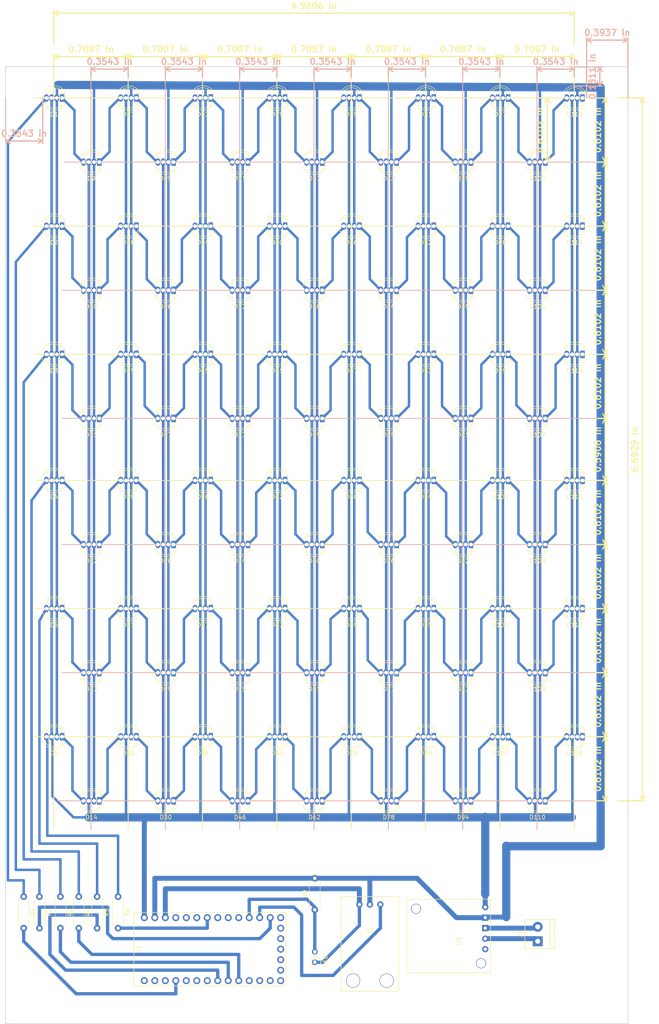
<source format=kicad_pcb>
(kicad_pcb (version 4) (host pcbnew 4.0.7+dfsg1-1ubuntu2)
  (layers (0 F.Cu signal) (31 B.Cu signal) (34 B.Paste user) (35 F.Paste user) (36 B.SilkS user) (37 F.SilkS user) (38 B.Mask user) (39 F.Mask user) (44 Edge.Cuts user))
  (net 0 "")
  (net 1 "Net-(D1-Pad1)")
  (net 2 "Net-(D1-Pad2)")
  (net 3 "Net-(D1-Pad3)")
  (net 4 "Net-(D1-Pad4)")
  (net 5 "Net-(D10-Pad4)")
  (net 6 "Net-(D2-Pad4)")
  (net 7 "Net-(D11-Pad4)")
  (net 8 "Net-(D3-Pad4)")
  (net 9 "Net-(D12-Pad4)")
  (net 10 "Net-(D4-Pad4)")
  (net 11 "Net-(D13-Pad4)")
  (net 12 "Net-(D5-Pad4)")
  (net 13 "Net-(D14-Pad4)")
  (net 14 "Net-(D6-Pad4)")
  (net 15 "Net-(D17-Pad4)")
  (net 16 "Net-(D10-Pad1)")
  (net 17 "Net-(D11-Pad1)")
  (net 18 "Net-(D12-Pad1)")
  (net 19 "Net-(D13-Pad1)")
  (net 20 "Net-(D14-Pad1)")
  (net 21 "Net-(D17-Pad1)")
  (net 22 "Net-(D18-Pad1)")
  (net 23 "Net-(D19-Pad1)")
  (net 24 "Net-(D20-Pad1)")
  (net 25 "Net-(D21-Pad1)")
  (net 26 "Net-(D22-Pad1)")
  (net 27 "Net-(D25-Pad1)")
  (net 28 "Net-(D26-Pad1)")
  (net 29 "Net-(D27-Pad1)")
  (net 30 "Net-(D28-Pad1)")
  (net 31 "Net-(D29-Pad1)")
  (net 32 "Net-(D30-Pad1)")
  (net 33 "Net-(D33-Pad1)")
  (net 34 "Net-(D34-Pad1)")
  (net 35 "Net-(D35-Pad1)")
  (net 36 "Net-(D36-Pad1)")
  (net 37 "Net-(D37-Pad1)")
  (net 38 "Net-(D38-Pad1)")
  (net 39 "Net-(D41-Pad1)")
  (net 40 "Net-(D42-Pad1)")
  (net 41 "Net-(D43-Pad1)")
  (net 42 "Net-(D44-Pad1)")
  (net 43 "Net-(D45-Pad1)")
  (net 44 "Net-(D46-Pad1)")
  (net 45 "Net-(D49-Pad1)")
  (net 46 "Net-(D50-Pad1)")
  (net 47 "Net-(D51-Pad1)")
  (net 48 "Net-(D52-Pad1)")
  (net 49 "Net-(D53-Pad1)")
  (net 50 "Net-(D54-Pad1)")
  (net 51 "Net-(D57-Pad1)")
  (net 52 "Net-(D58-Pad1)")
  (net 53 "Net-(D59-Pad1)")
  (net 54 "Net-(D60-Pad1)")
  (net 55 "Net-(D61-Pad1)")
  (net 56 "Net-(D62-Pad1)")
  (net 57 "Net-(D65-Pad1)")
  (net 58 "Net-(D66-Pad1)")
  (net 59 "Net-(D67-Pad1)")
  (net 60 "Net-(D68-Pad1)")
  (net 61 "Net-(D69-Pad1)")
  (net 62 "Net-(D70-Pad1)")
  (net 63 "Net-(D73-Pad1)")
  (net 64 "Net-(D74-Pad1)")
  (net 65 "Net-(D75-Pad1)")
  (net 66 "Net-(D76-Pad1)")
  (net 67 "Net-(D77-Pad1)")
  (net 68 "Net-(D78-Pad1)")
  (net 69 "Net-(D81-Pad1)")
  (net 70 "Net-(D82-Pad1)")
  (net 71 "Net-(D83-Pad1)")
  (net 72 "Net-(D84-Pad1)")
  (net 73 "Net-(D85-Pad1)")
  (net 74 "Net-(D86-Pad1)")
  (net 75 "Net-(D89-Pad1)")
  (net 76 "Net-(D90-Pad1)")
  (net 77 "Net-(D91-Pad1)")
  (net 78 "Net-(D100-Pad4)")
  (net 79 "Net-(D101-Pad4)")
  (net 80 "Net-(D102-Pad4)")
  (net 81 "Net-(D105-Pad4)")
  (net 82 "Net-(D106-Pad4)")
  (net 83 "Net-(D107-Pad4)")
  (net 84 "Net-(D100-Pad1)")
  (net 85 "Net-(D101-Pad1)")
  (net 86 "Net-(D102-Pad1)")
  (net 87 "Net-(D105-Pad1)")
  (net 88 "Net-(D106-Pad1)")
  (net 89 "Net-(D107-Pad1)")
  (net 90 "Net-(D108-Pad1)")
  (net 91 "Net-(D109-Pad1)")
  (net 92 "Net-(D110-Pad1)")
  (net 93 "Net-(D113-Pad1)")
  (net 94 "Net-(D114-Pad1)")
  (net 95 "Net-(D115-Pad1)")
  (net 96 "Net-(D116-Pad1)")
  (net 97 "Net-(D117-Pad1)")
  (net 98 "Net-(D118-Pad1)")
  (net 99 "Net-(J1-Pad2)")
  (net 100 "Net-(J1-Pad1)")
  (net 101 "Net-(R1-Pad2)")
  (net 102 "Net-(R2-Pad2)")
  (net 103 "Net-(R3-Pad2)")
  (net 104 "Net-(R4-Pad2)")
  (net 105 "Net-(R5-Pad2)")
  (net 106 "Net-(R6-Pad2)")
  (net 107 "Net-(R10-Pad2)")
  (net 108 "Net-(R10-Pad1)")
  (net 109 "Net-(U1-Pad0)")
  (net 110 "Net-(U1-Pad1)")
  (net 111 "Net-(U1-Pad3)")
  (net 112 "Net-(U1-Pad4)")
  (net 113 "Net-(U1-Pad5)")
  (net 114 "Net-(U1-Pad9)")
  (net 115 "Net-(U1-Pad10)")
  (net 116 "Net-(U1-Pad11)")
  (net 117 "Net-(U1-Pad12)")
  (net 118 "Net-(U1-Pad13)")
  (net 119 "Net-(U1-Pad17)")
  (net 120 "Net-(U1-Pad18)")
  (net 121 "Net-(U1-Pad19)")
  (net 122 "Net-(U1-Pad21)")
  (net 123 "Net-(U1-Pad22)")
  (net 124 "Net-(U1-Pad23)")
  (net 125 "Net-(U1-Pad27)")
  (net 126 "Net-(U1-Pad28)")
  (net 127 "Net-(U1-Pad29)")
  (net 128 "Net-(U1-Pad30)")
  (net 129 "Net-(U1-Pad31)")
  (net 130 "Net-(U1-Pad32)")
  (net 131 "Net-(U3-Pad1)")
  (net 132 "Net-(U1-Pad15)")
  (module LEDs:LED_D5.0mm-4 (layer F.Cu) (at 149 40 180)
    (fp_text reference D1 (at 1.905 -3.96 180) (layer F.SilkS))
    (fp_text value NeoPixel_THT)
    (pad 1 thru_hole rect (at 0 0 180) (size 1.07 1.8) (drill 0.9) (layers *.Cu *.Mask) (net 1 "Net-(D1-Pad1)"))
    (pad 2 thru_hole oval (at 1.27 0 180) (size 1.07 1.8) (drill 0.9) (layers *.Cu *.Mask) (net 2 "Net-(D1-Pad2)"))
    (pad 3 thru_hole oval (at 2.54 0 180) (size 1.07 1.8) (drill 0.9) (layers *.Cu *.Mask) (net 3 "Net-(D1-Pad3)"))
    (pad 4 thru_hole oval (at 3.81 0 180) (size 1.07 1.8) (drill 0.9) (layers *.Cu *.Mask) (net 4 "Net-(D1-Pad4)"))
  )
  (module LEDs:LED_D5.0mm-4 (layer F.Cu) (at 149 71 180)
    (fp_text reference D2 (at 1.905 -3.96 180) (layer F.SilkS))
    (fp_text value NeoPixel_THT)
    (pad 1 thru_hole rect (at 0 0 180) (size 1.07 1.8) (drill 0.9) (layers *.Cu *.Mask) (net 5 "Net-(D10-Pad4)"))
    (pad 2 thru_hole oval (at 1.27 0 180) (size 1.07 1.8) (drill 0.9) (layers *.Cu *.Mask) (net 2 "Net-(D1-Pad2)"))
    (pad 3 thru_hole oval (at 2.54 0 180) (size 1.07 1.8) (drill 0.9) (layers *.Cu *.Mask) (net 3 "Net-(D1-Pad3)"))
    (pad 4 thru_hole oval (at 3.81 0 180) (size 1.07 1.8) (drill 0.9) (layers *.Cu *.Mask) (net 6 "Net-(D2-Pad4)"))
  )
  (module LEDs:LED_D5.0mm-4 (layer F.Cu) (at 149 102 180)
    (fp_text reference D3 (at 1.905 -3.96 180) (layer F.SilkS))
    (fp_text value NeoPixel_THT)
    (pad 1 thru_hole rect (at 0 0 180) (size 1.07 1.8) (drill 0.9) (layers *.Cu *.Mask) (net 7 "Net-(D11-Pad4)"))
    (pad 2 thru_hole oval (at 1.27 0 180) (size 1.07 1.8) (drill 0.9) (layers *.Cu *.Mask) (net 2 "Net-(D1-Pad2)"))
    (pad 3 thru_hole oval (at 2.54 0 180) (size 1.07 1.8) (drill 0.9) (layers *.Cu *.Mask) (net 3 "Net-(D1-Pad3)"))
    (pad 4 thru_hole oval (at 3.81 0 180) (size 1.07 1.8) (drill 0.9) (layers *.Cu *.Mask) (net 8 "Net-(D3-Pad4)"))
  )
  (module LEDs:LED_D5.0mm-4 (layer F.Cu) (at 149 132.5 180)
    (fp_text reference D4 (at 1.905 -3.96 180) (layer F.SilkS))
    (fp_text value NeoPixel_THT)
    (pad 1 thru_hole rect (at 0 0 180) (size 1.07 1.8) (drill 0.9) (layers *.Cu *.Mask) (net 9 "Net-(D12-Pad4)"))
    (pad 2 thru_hole oval (at 1.27 0 180) (size 1.07 1.8) (drill 0.9) (layers *.Cu *.Mask) (net 2 "Net-(D1-Pad2)"))
    (pad 3 thru_hole oval (at 2.54 0 180) (size 1.07 1.8) (drill 0.9) (layers *.Cu *.Mask) (net 3 "Net-(D1-Pad3)"))
    (pad 4 thru_hole oval (at 3.81 0 180) (size 1.07 1.8) (drill 0.9) (layers *.Cu *.Mask) (net 10 "Net-(D4-Pad4)"))
  )
  (module LEDs:LED_D5.0mm-4 (layer F.Cu) (at 149 163.5 180)
    (fp_text reference D5 (at 1.905 -3.96 180) (layer F.SilkS))
    (fp_text value NeoPixel_THT)
    (pad 1 thru_hole rect (at 0 0 180) (size 1.07 1.8) (drill 0.9) (layers *.Cu *.Mask) (net 11 "Net-(D13-Pad4)"))
    (pad 2 thru_hole oval (at 1.27 0 180) (size 1.07 1.8) (drill 0.9) (layers *.Cu *.Mask) (net 2 "Net-(D1-Pad2)"))
    (pad 3 thru_hole oval (at 2.54 0 180) (size 1.07 1.8) (drill 0.9) (layers *.Cu *.Mask) (net 3 "Net-(D1-Pad3)"))
    (pad 4 thru_hole oval (at 3.81 0 180) (size 1.07 1.8) (drill 0.9) (layers *.Cu *.Mask) (net 12 "Net-(D5-Pad4)"))
  )
  (module LEDs:LED_D5.0mm-4 (layer F.Cu) (at 149 194.5 180)
    (fp_text reference D6 (at 1.905 -3.96 180) (layer F.SilkS))
    (fp_text value NeoPixel_THT)
    (pad 1 thru_hole rect (at 0 0 180) (size 1.07 1.8) (drill 0.9) (layers *.Cu *.Mask) (net 13 "Net-(D14-Pad4)"))
    (pad 2 thru_hole oval (at 1.27 0 180) (size 1.07 1.8) (drill 0.9) (layers *.Cu *.Mask) (net 2 "Net-(D1-Pad2)"))
    (pad 3 thru_hole oval (at 2.54 0 180) (size 1.07 1.8) (drill 0.9) (layers *.Cu *.Mask) (net 3 "Net-(D1-Pad3)"))
    (pad 4 thru_hole oval (at 3.81 0 180) (size 1.07 1.8) (drill 0.9) (layers *.Cu *.Mask) (net 14 "Net-(D6-Pad4)"))
  )
  (module LEDs:LED_D5.0mm-4 (layer F.Cu) (at 158 55.5 180)
    (fp_text reference D9 (at 1.905 -3.96 180) (layer F.SilkS))
    (fp_text value NeoPixel_THT)
    (pad 1 thru_hole rect (at 0 0 180) (size 1.07 1.8) (drill 0.9) (layers *.Cu *.Mask) (net 15 "Net-(D17-Pad4)"))
    (pad 2 thru_hole oval (at 1.27 0 180) (size 1.07 1.8) (drill 0.9) (layers *.Cu *.Mask) (net 2 "Net-(D1-Pad2)"))
    (pad 3 thru_hole oval (at 2.54 0 180) (size 1.07 1.8) (drill 0.9) (layers *.Cu *.Mask) (net 3 "Net-(D1-Pad3)"))
    (pad 4 thru_hole oval (at 3.81 0 180) (size 1.07 1.8) (drill 0.9) (layers *.Cu *.Mask) (net 1 "Net-(D1-Pad1)"))
  )
  (module LEDs:LED_D5.0mm-4 (layer F.Cu) (at 158 86.5 180)
    (fp_text reference D10 (at 1.905 -3.96 180) (layer F.SilkS))
    (fp_text value NeoPixel_THT)
    (pad 1 thru_hole rect (at 0 0 180) (size 1.07 1.8) (drill 0.9) (layers *.Cu *.Mask) (net 16 "Net-(D10-Pad1)"))
    (pad 2 thru_hole oval (at 1.27 0 180) (size 1.07 1.8) (drill 0.9) (layers *.Cu *.Mask) (net 2 "Net-(D1-Pad2)"))
    (pad 3 thru_hole oval (at 2.54 0 180) (size 1.07 1.8) (drill 0.9) (layers *.Cu *.Mask) (net 3 "Net-(D1-Pad3)"))
    (pad 4 thru_hole oval (at 3.81 0 180) (size 1.07 1.8) (drill 0.9) (layers *.Cu *.Mask) (net 5 "Net-(D10-Pad4)"))
  )
  (module LEDs:LED_D5.0mm-4 (layer F.Cu) (at 158 117.5 180)
    (fp_text reference D11 (at 1.905 -3.96 180) (layer F.SilkS))
    (fp_text value NeoPixel_THT)
    (pad 1 thru_hole rect (at 0 0 180) (size 1.07 1.8) (drill 0.9) (layers *.Cu *.Mask) (net 17 "Net-(D11-Pad1)"))
    (pad 2 thru_hole oval (at 1.27 0 180) (size 1.07 1.8) (drill 0.9) (layers *.Cu *.Mask) (net 2 "Net-(D1-Pad2)"))
    (pad 3 thru_hole oval (at 2.54 0 180) (size 1.07 1.8) (drill 0.9) (layers *.Cu *.Mask) (net 3 "Net-(D1-Pad3)"))
    (pad 4 thru_hole oval (at 3.81 0 180) (size 1.07 1.8) (drill 0.9) (layers *.Cu *.Mask) (net 7 "Net-(D11-Pad4)"))
  )
  (module LEDs:LED_D5.0mm-4 (layer F.Cu) (at 158 148 180)
    (fp_text reference D12 (at 1.905 -3.96 180) (layer F.SilkS))
    (fp_text value NeoPixel_THT)
    (pad 1 thru_hole rect (at 0 0 180) (size 1.07 1.8) (drill 0.9) (layers *.Cu *.Mask) (net 18 "Net-(D12-Pad1)"))
    (pad 2 thru_hole oval (at 1.27 0 180) (size 1.07 1.8) (drill 0.9) (layers *.Cu *.Mask) (net 2 "Net-(D1-Pad2)"))
    (pad 3 thru_hole oval (at 2.54 0 180) (size 1.07 1.8) (drill 0.9) (layers *.Cu *.Mask) (net 3 "Net-(D1-Pad3)"))
    (pad 4 thru_hole oval (at 3.81 0 180) (size 1.07 1.8) (drill 0.9) (layers *.Cu *.Mask) (net 9 "Net-(D12-Pad4)"))
  )
  (module LEDs:LED_D5.0mm-4 (layer F.Cu) (at 158 179 180)
    (fp_text reference D13 (at 1.905 -3.96 180) (layer F.SilkS))
    (fp_text value NeoPixel_THT)
    (pad 1 thru_hole rect (at 0 0 180) (size 1.07 1.8) (drill 0.9) (layers *.Cu *.Mask) (net 19 "Net-(D13-Pad1)"))
    (pad 2 thru_hole oval (at 1.27 0 180) (size 1.07 1.8) (drill 0.9) (layers *.Cu *.Mask) (net 2 "Net-(D1-Pad2)"))
    (pad 3 thru_hole oval (at 2.54 0 180) (size 1.07 1.8) (drill 0.9) (layers *.Cu *.Mask) (net 3 "Net-(D1-Pad3)"))
    (pad 4 thru_hole oval (at 3.81 0 180) (size 1.07 1.8) (drill 0.9) (layers *.Cu *.Mask) (net 11 "Net-(D13-Pad4)"))
  )
  (module LEDs:LED_D5.0mm-4 (layer F.Cu) (at 158 210 180)
    (fp_text reference D14 (at 1.905 -3.96 180) (layer F.SilkS))
    (fp_text value NeoPixel_THT)
    (pad 1 thru_hole rect (at 0 0 180) (size 1.07 1.8) (drill 0.9) (layers *.Cu *.Mask) (net 20 "Net-(D14-Pad1)"))
    (pad 2 thru_hole oval (at 1.27 0 180) (size 1.07 1.8) (drill 0.9) (layers *.Cu *.Mask) (net 2 "Net-(D1-Pad2)"))
    (pad 3 thru_hole oval (at 2.54 0 180) (size 1.07 1.8) (drill 0.9) (layers *.Cu *.Mask) (net 3 "Net-(D1-Pad3)"))
    (pad 4 thru_hole oval (at 3.81 0 180) (size 1.07 1.8) (drill 0.9) (layers *.Cu *.Mask) (net 13 "Net-(D14-Pad4)"))
  )
  (module LEDs:LED_D5.0mm-4 (layer F.Cu) (at 167 40 180)
    (fp_text reference D17 (at 1.905 -3.96 180) (layer F.SilkS))
    (fp_text value NeoPixel_THT)
    (pad 1 thru_hole rect (at 0 0 180) (size 1.07 1.8) (drill 0.9) (layers *.Cu *.Mask) (net 21 "Net-(D17-Pad1)"))
    (pad 2 thru_hole oval (at 1.27 0 180) (size 1.07 1.8) (drill 0.9) (layers *.Cu *.Mask) (net 2 "Net-(D1-Pad2)"))
    (pad 3 thru_hole oval (at 2.54 0 180) (size 1.07 1.8) (drill 0.9) (layers *.Cu *.Mask) (net 3 "Net-(D1-Pad3)"))
    (pad 4 thru_hole oval (at 3.81 0 180) (size 1.07 1.8) (drill 0.9) (layers *.Cu *.Mask) (net 15 "Net-(D17-Pad4)"))
  )
  (module LEDs:LED_D5.0mm-4 (layer F.Cu) (at 167 71 180)
    (fp_text reference D18 (at 1.905 -3.96 180) (layer F.SilkS))
    (fp_text value NeoPixel_THT)
    (pad 1 thru_hole rect (at 0 0 180) (size 1.07 1.8) (drill 0.9) (layers *.Cu *.Mask) (net 22 "Net-(D18-Pad1)"))
    (pad 2 thru_hole oval (at 1.27 0 180) (size 1.07 1.8) (drill 0.9) (layers *.Cu *.Mask) (net 2 "Net-(D1-Pad2)"))
    (pad 3 thru_hole oval (at 2.54 0 180) (size 1.07 1.8) (drill 0.9) (layers *.Cu *.Mask) (net 3 "Net-(D1-Pad3)"))
    (pad 4 thru_hole oval (at 3.81 0 180) (size 1.07 1.8) (drill 0.9) (layers *.Cu *.Mask) (net 16 "Net-(D10-Pad1)"))
  )
  (module LEDs:LED_D5.0mm-4 (layer F.Cu) (at 167 102 180)
    (fp_text reference D19 (at 1.905 -3.96 180) (layer F.SilkS))
    (fp_text value NeoPixel_THT)
    (pad 1 thru_hole rect (at 0 0 180) (size 1.07 1.8) (drill 0.9) (layers *.Cu *.Mask) (net 23 "Net-(D19-Pad1)"))
    (pad 2 thru_hole oval (at 1.27 0 180) (size 1.07 1.8) (drill 0.9) (layers *.Cu *.Mask) (net 2 "Net-(D1-Pad2)"))
    (pad 3 thru_hole oval (at 2.54 0 180) (size 1.07 1.8) (drill 0.9) (layers *.Cu *.Mask) (net 3 "Net-(D1-Pad3)"))
    (pad 4 thru_hole oval (at 3.81 0 180) (size 1.07 1.8) (drill 0.9) (layers *.Cu *.Mask) (net 17 "Net-(D11-Pad1)"))
  )
  (module LEDs:LED_D5.0mm-4 (layer F.Cu) (at 167 132.5 180)
    (fp_text reference D20 (at 1.905 -3.96 180) (layer F.SilkS))
    (fp_text value NeoPixel_THT)
    (pad 1 thru_hole rect (at 0 0 180) (size 1.07 1.8) (drill 0.9) (layers *.Cu *.Mask) (net 24 "Net-(D20-Pad1)"))
    (pad 2 thru_hole oval (at 1.27 0 180) (size 1.07 1.8) (drill 0.9) (layers *.Cu *.Mask) (net 2 "Net-(D1-Pad2)"))
    (pad 3 thru_hole oval (at 2.54 0 180) (size 1.07 1.8) (drill 0.9) (layers *.Cu *.Mask) (net 3 "Net-(D1-Pad3)"))
    (pad 4 thru_hole oval (at 3.81 0 180) (size 1.07 1.8) (drill 0.9) (layers *.Cu *.Mask) (net 18 "Net-(D12-Pad1)"))
  )
  (module LEDs:LED_D5.0mm-4 (layer F.Cu) (at 167 163.5 180)
    (fp_text reference D21 (at 1.905 -3.96 180) (layer F.SilkS))
    (fp_text value NeoPixel_THT)
    (pad 1 thru_hole rect (at 0 0 180) (size 1.07 1.8) (drill 0.9) (layers *.Cu *.Mask) (net 25 "Net-(D21-Pad1)"))
    (pad 2 thru_hole oval (at 1.27 0 180) (size 1.07 1.8) (drill 0.9) (layers *.Cu *.Mask) (net 2 "Net-(D1-Pad2)"))
    (pad 3 thru_hole oval (at 2.54 0 180) (size 1.07 1.8) (drill 0.9) (layers *.Cu *.Mask) (net 3 "Net-(D1-Pad3)"))
    (pad 4 thru_hole oval (at 3.81 0 180) (size 1.07 1.8) (drill 0.9) (layers *.Cu *.Mask) (net 19 "Net-(D13-Pad1)"))
  )
  (module LEDs:LED_D5.0mm-4 (layer F.Cu) (at 167 194.5 180)
    (fp_text reference D22 (at 1.905 -3.96 180) (layer F.SilkS))
    (fp_text value NeoPixel_THT)
    (pad 1 thru_hole rect (at 0 0 180) (size 1.07 1.8) (drill 0.9) (layers *.Cu *.Mask) (net 26 "Net-(D22-Pad1)"))
    (pad 2 thru_hole oval (at 1.27 0 180) (size 1.07 1.8) (drill 0.9) (layers *.Cu *.Mask) (net 2 "Net-(D1-Pad2)"))
    (pad 3 thru_hole oval (at 2.54 0 180) (size 1.07 1.8) (drill 0.9) (layers *.Cu *.Mask) (net 3 "Net-(D1-Pad3)"))
    (pad 4 thru_hole oval (at 3.81 0 180) (size 1.07 1.8) (drill 0.9) (layers *.Cu *.Mask) (net 20 "Net-(D14-Pad1)"))
  )
  (module LEDs:LED_D5.0mm-4 (layer F.Cu) (at 176 55.5 180)
    (fp_text reference D25 (at 1.905 -3.96 180) (layer F.SilkS))
    (fp_text value NeoPixel_THT)
    (pad 1 thru_hole rect (at 0 0 180) (size 1.07 1.8) (drill 0.9) (layers *.Cu *.Mask) (net 27 "Net-(D25-Pad1)"))
    (pad 2 thru_hole oval (at 1.27 0 180) (size 1.07 1.8) (drill 0.9) (layers *.Cu *.Mask) (net 2 "Net-(D1-Pad2)"))
    (pad 3 thru_hole oval (at 2.54 0 180) (size 1.07 1.8) (drill 0.9) (layers *.Cu *.Mask) (net 3 "Net-(D1-Pad3)"))
    (pad 4 thru_hole oval (at 3.81 0 180) (size 1.07 1.8) (drill 0.9) (layers *.Cu *.Mask) (net 21 "Net-(D17-Pad1)"))
  )
  (module LEDs:LED_D5.0mm-4 (layer F.Cu) (at 176 86.5 180)
    (fp_text reference D26 (at 1.905 -3.96 180) (layer F.SilkS))
    (fp_text value NeoPixel_THT)
    (pad 1 thru_hole rect (at 0 0 180) (size 1.07 1.8) (drill 0.9) (layers *.Cu *.Mask) (net 28 "Net-(D26-Pad1)"))
    (pad 2 thru_hole oval (at 1.27 0 180) (size 1.07 1.8) (drill 0.9) (layers *.Cu *.Mask) (net 2 "Net-(D1-Pad2)"))
    (pad 3 thru_hole oval (at 2.54 0 180) (size 1.07 1.8) (drill 0.9) (layers *.Cu *.Mask) (net 3 "Net-(D1-Pad3)"))
    (pad 4 thru_hole oval (at 3.81 0 180) (size 1.07 1.8) (drill 0.9) (layers *.Cu *.Mask) (net 22 "Net-(D18-Pad1)"))
  )
  (module LEDs:LED_D5.0mm-4 (layer F.Cu) (at 176 117.5 180)
    (fp_text reference D27 (at 1.905 -3.96 180) (layer F.SilkS))
    (fp_text value NeoPixel_THT)
    (pad 1 thru_hole rect (at 0 0 180) (size 1.07 1.8) (drill 0.9) (layers *.Cu *.Mask) (net 29 "Net-(D27-Pad1)"))
    (pad 2 thru_hole oval (at 1.27 0 180) (size 1.07 1.8) (drill 0.9) (layers *.Cu *.Mask) (net 2 "Net-(D1-Pad2)"))
    (pad 3 thru_hole oval (at 2.54 0 180) (size 1.07 1.8) (drill 0.9) (layers *.Cu *.Mask) (net 3 "Net-(D1-Pad3)"))
    (pad 4 thru_hole oval (at 3.81 0 180) (size 1.07 1.8) (drill 0.9) (layers *.Cu *.Mask) (net 23 "Net-(D19-Pad1)"))
  )
  (module LEDs:LED_D5.0mm-4 (layer F.Cu) (at 176 148 180)
    (fp_text reference D28 (at 1.905 -3.96 180) (layer F.SilkS))
    (fp_text value NeoPixel_THT)
    (pad 1 thru_hole rect (at 0 0 180) (size 1.07 1.8) (drill 0.9) (layers *.Cu *.Mask) (net 30 "Net-(D28-Pad1)"))
    (pad 2 thru_hole oval (at 1.27 0 180) (size 1.07 1.8) (drill 0.9) (layers *.Cu *.Mask) (net 2 "Net-(D1-Pad2)"))
    (pad 3 thru_hole oval (at 2.54 0 180) (size 1.07 1.8) (drill 0.9) (layers *.Cu *.Mask) (net 3 "Net-(D1-Pad3)"))
    (pad 4 thru_hole oval (at 3.81 0 180) (size 1.07 1.8) (drill 0.9) (layers *.Cu *.Mask) (net 24 "Net-(D20-Pad1)"))
  )
  (module LEDs:LED_D5.0mm-4 (layer F.Cu) (at 176 179 180)
    (fp_text reference D29 (at 1.905 -3.96 180) (layer F.SilkS))
    (fp_text value NeoPixel_THT)
    (pad 1 thru_hole rect (at 0 0 180) (size 1.07 1.8) (drill 0.9) (layers *.Cu *.Mask) (net 31 "Net-(D29-Pad1)"))
    (pad 2 thru_hole oval (at 1.27 0 180) (size 1.07 1.8) (drill 0.9) (layers *.Cu *.Mask) (net 2 "Net-(D1-Pad2)"))
    (pad 3 thru_hole oval (at 2.54 0 180) (size 1.07 1.8) (drill 0.9) (layers *.Cu *.Mask) (net 3 "Net-(D1-Pad3)"))
    (pad 4 thru_hole oval (at 3.81 0 180) (size 1.07 1.8) (drill 0.9) (layers *.Cu *.Mask) (net 25 "Net-(D21-Pad1)"))
  )
  (module LEDs:LED_D5.0mm-4 (layer F.Cu) (at 176 210 180)
    (fp_text reference D30 (at 1.905 -3.96 180) (layer F.SilkS))
    (fp_text value NeoPixel_THT)
    (pad 1 thru_hole rect (at 0 0 180) (size 1.07 1.8) (drill 0.9) (layers *.Cu *.Mask) (net 32 "Net-(D30-Pad1)"))
    (pad 2 thru_hole oval (at 1.27 0 180) (size 1.07 1.8) (drill 0.9) (layers *.Cu *.Mask) (net 2 "Net-(D1-Pad2)"))
    (pad 3 thru_hole oval (at 2.54 0 180) (size 1.07 1.8) (drill 0.9) (layers *.Cu *.Mask) (net 3 "Net-(D1-Pad3)"))
    (pad 4 thru_hole oval (at 3.81 0 180) (size 1.07 1.8) (drill 0.9) (layers *.Cu *.Mask) (net 26 "Net-(D22-Pad1)"))
  )
  (module LEDs:LED_D5.0mm-4 (layer F.Cu) (at 185 40 180)
    (fp_text reference D33 (at 1.905 -3.96 180) (layer F.SilkS))
    (fp_text value NeoPixel_THT)
    (pad 1 thru_hole rect (at 0 0 180) (size 1.07 1.8) (drill 0.9) (layers *.Cu *.Mask) (net 33 "Net-(D33-Pad1)"))
    (pad 2 thru_hole oval (at 1.27 0 180) (size 1.07 1.8) (drill 0.9) (layers *.Cu *.Mask) (net 2 "Net-(D1-Pad2)"))
    (pad 3 thru_hole oval (at 2.54 0 180) (size 1.07 1.8) (drill 0.9) (layers *.Cu *.Mask) (net 3 "Net-(D1-Pad3)"))
    (pad 4 thru_hole oval (at 3.81 0 180) (size 1.07 1.8) (drill 0.9) (layers *.Cu *.Mask) (net 27 "Net-(D25-Pad1)"))
  )
  (module LEDs:LED_D5.0mm-4 (layer F.Cu) (at 185 71 180)
    (fp_text reference D34 (at 1.905 -3.96 180) (layer F.SilkS))
    (fp_text value NeoPixel_THT)
    (pad 1 thru_hole rect (at 0 0 180) (size 1.07 1.8) (drill 0.9) (layers *.Cu *.Mask) (net 34 "Net-(D34-Pad1)"))
    (pad 2 thru_hole oval (at 1.27 0 180) (size 1.07 1.8) (drill 0.9) (layers *.Cu *.Mask) (net 2 "Net-(D1-Pad2)"))
    (pad 3 thru_hole oval (at 2.54 0 180) (size 1.07 1.8) (drill 0.9) (layers *.Cu *.Mask) (net 3 "Net-(D1-Pad3)"))
    (pad 4 thru_hole oval (at 3.81 0 180) (size 1.07 1.8) (drill 0.9) (layers *.Cu *.Mask) (net 28 "Net-(D26-Pad1)"))
  )
  (module LEDs:LED_D5.0mm-4 (layer F.Cu) (at 185 102 180)
    (fp_text reference D35 (at 1.905 -3.96 180) (layer F.SilkS))
    (fp_text value NeoPixel_THT)
    (pad 1 thru_hole rect (at 0 0 180) (size 1.07 1.8) (drill 0.9) (layers *.Cu *.Mask) (net 35 "Net-(D35-Pad1)"))
    (pad 2 thru_hole oval (at 1.27 0 180) (size 1.07 1.8) (drill 0.9) (layers *.Cu *.Mask) (net 2 "Net-(D1-Pad2)"))
    (pad 3 thru_hole oval (at 2.54 0 180) (size 1.07 1.8) (drill 0.9) (layers *.Cu *.Mask) (net 3 "Net-(D1-Pad3)"))
    (pad 4 thru_hole oval (at 3.81 0 180) (size 1.07 1.8) (drill 0.9) (layers *.Cu *.Mask) (net 29 "Net-(D27-Pad1)"))
  )
  (module LEDs:LED_D5.0mm-4 (layer F.Cu) (at 185 132.5 180)
    (fp_text reference D36 (at 1.905 -3.96 180) (layer F.SilkS))
    (fp_text value NeoPixel_THT)
    (pad 1 thru_hole rect (at 0 0 180) (size 1.07 1.8) (drill 0.9) (layers *.Cu *.Mask) (net 36 "Net-(D36-Pad1)"))
    (pad 2 thru_hole oval (at 1.27 0 180) (size 1.07 1.8) (drill 0.9) (layers *.Cu *.Mask) (net 2 "Net-(D1-Pad2)"))
    (pad 3 thru_hole oval (at 2.54 0 180) (size 1.07 1.8) (drill 0.9) (layers *.Cu *.Mask) (net 3 "Net-(D1-Pad3)"))
    (pad 4 thru_hole oval (at 3.81 0 180) (size 1.07 1.8) (drill 0.9) (layers *.Cu *.Mask) (net 30 "Net-(D28-Pad1)"))
  )
  (module LEDs:LED_D5.0mm-4 (layer F.Cu) (at 185 163.5 180)
    (fp_text reference D37 (at 1.905 -3.96 180) (layer F.SilkS))
    (fp_text value NeoPixel_THT)
    (pad 1 thru_hole rect (at 0 0 180) (size 1.07 1.8) (drill 0.9) (layers *.Cu *.Mask) (net 37 "Net-(D37-Pad1)"))
    (pad 2 thru_hole oval (at 1.27 0 180) (size 1.07 1.8) (drill 0.9) (layers *.Cu *.Mask) (net 2 "Net-(D1-Pad2)"))
    (pad 3 thru_hole oval (at 2.54 0 180) (size 1.07 1.8) (drill 0.9) (layers *.Cu *.Mask) (net 3 "Net-(D1-Pad3)"))
    (pad 4 thru_hole oval (at 3.81 0 180) (size 1.07 1.8) (drill 0.9) (layers *.Cu *.Mask) (net 31 "Net-(D29-Pad1)"))
  )
  (module LEDs:LED_D5.0mm-4 (layer F.Cu) (at 185 194.5 180)
    (fp_text reference D38 (at 1.905 -3.96 180) (layer F.SilkS))
    (fp_text value NeoPixel_THT)
    (pad 1 thru_hole rect (at 0 0 180) (size 1.07 1.8) (drill 0.9) (layers *.Cu *.Mask) (net 38 "Net-(D38-Pad1)"))
    (pad 2 thru_hole oval (at 1.27 0 180) (size 1.07 1.8) (drill 0.9) (layers *.Cu *.Mask) (net 2 "Net-(D1-Pad2)"))
    (pad 3 thru_hole oval (at 2.54 0 180) (size 1.07 1.8) (drill 0.9) (layers *.Cu *.Mask) (net 3 "Net-(D1-Pad3)"))
    (pad 4 thru_hole oval (at 3.81 0 180) (size 1.07 1.8) (drill 0.9) (layers *.Cu *.Mask) (net 32 "Net-(D30-Pad1)"))
  )
  (module LEDs:LED_D5.0mm-4 (layer F.Cu) (at 194 55.5 180)
    (fp_text reference D41 (at 1.905 -3.96 180) (layer F.SilkS))
    (fp_text value NeoPixel_THT)
    (pad 1 thru_hole rect (at 0 0 180) (size 1.07 1.8) (drill 0.9) (layers *.Cu *.Mask) (net 39 "Net-(D41-Pad1)"))
    (pad 2 thru_hole oval (at 1.27 0 180) (size 1.07 1.8) (drill 0.9) (layers *.Cu *.Mask) (net 2 "Net-(D1-Pad2)"))
    (pad 3 thru_hole oval (at 2.54 0 180) (size 1.07 1.8) (drill 0.9) (layers *.Cu *.Mask) (net 3 "Net-(D1-Pad3)"))
    (pad 4 thru_hole oval (at 3.81 0 180) (size 1.07 1.8) (drill 0.9) (layers *.Cu *.Mask) (net 33 "Net-(D33-Pad1)"))
  )
  (module LEDs:LED_D5.0mm-4 (layer F.Cu) (at 194 86.5 180)
    (fp_text reference D42 (at 1.905 -3.96 180) (layer F.SilkS))
    (fp_text value NeoPixel_THT)
    (pad 1 thru_hole rect (at 0 0 180) (size 1.07 1.8) (drill 0.9) (layers *.Cu *.Mask) (net 40 "Net-(D42-Pad1)"))
    (pad 2 thru_hole oval (at 1.27 0 180) (size 1.07 1.8) (drill 0.9) (layers *.Cu *.Mask) (net 2 "Net-(D1-Pad2)"))
    (pad 3 thru_hole oval (at 2.54 0 180) (size 1.07 1.8) (drill 0.9) (layers *.Cu *.Mask) (net 3 "Net-(D1-Pad3)"))
    (pad 4 thru_hole oval (at 3.81 0 180) (size 1.07 1.8) (drill 0.9) (layers *.Cu *.Mask) (net 34 "Net-(D34-Pad1)"))
  )
  (module LEDs:LED_D5.0mm-4 (layer F.Cu) (at 194 117.5 180)
    (fp_text reference D43 (at 1.905 -3.96 180) (layer F.SilkS))
    (fp_text value NeoPixel_THT)
    (pad 1 thru_hole rect (at 0 0 180) (size 1.07 1.8) (drill 0.9) (layers *.Cu *.Mask) (net 41 "Net-(D43-Pad1)"))
    (pad 2 thru_hole oval (at 1.27 0 180) (size 1.07 1.8) (drill 0.9) (layers *.Cu *.Mask) (net 2 "Net-(D1-Pad2)"))
    (pad 3 thru_hole oval (at 2.54 0 180) (size 1.07 1.8) (drill 0.9) (layers *.Cu *.Mask) (net 3 "Net-(D1-Pad3)"))
    (pad 4 thru_hole oval (at 3.81 0 180) (size 1.07 1.8) (drill 0.9) (layers *.Cu *.Mask) (net 35 "Net-(D35-Pad1)"))
  )
  (module LEDs:LED_D5.0mm-4 (layer F.Cu) (at 194 148 180)
    (fp_text reference D44 (at 1.905 -3.96 180) (layer F.SilkS))
    (fp_text value NeoPixel_THT)
    (pad 1 thru_hole rect (at 0 0 180) (size 1.07 1.8) (drill 0.9) (layers *.Cu *.Mask) (net 42 "Net-(D44-Pad1)"))
    (pad 2 thru_hole oval (at 1.27 0 180) (size 1.07 1.8) (drill 0.9) (layers *.Cu *.Mask) (net 2 "Net-(D1-Pad2)"))
    (pad 3 thru_hole oval (at 2.54 0 180) (size 1.07 1.8) (drill 0.9) (layers *.Cu *.Mask) (net 3 "Net-(D1-Pad3)"))
    (pad 4 thru_hole oval (at 3.81 0 180) (size 1.07 1.8) (drill 0.9) (layers *.Cu *.Mask) (net 36 "Net-(D36-Pad1)"))
  )
  (module LEDs:LED_D5.0mm-4 (layer F.Cu) (at 194 179 180)
    (fp_text reference D45 (at 1.905 -3.96 180) (layer F.SilkS))
    (fp_text value NeoPixel_THT)
    (pad 1 thru_hole rect (at 0 0 180) (size 1.07 1.8) (drill 0.9) (layers *.Cu *.Mask) (net 43 "Net-(D45-Pad1)"))
    (pad 2 thru_hole oval (at 1.27 0 180) (size 1.07 1.8) (drill 0.9) (layers *.Cu *.Mask) (net 2 "Net-(D1-Pad2)"))
    (pad 3 thru_hole oval (at 2.54 0 180) (size 1.07 1.8) (drill 0.9) (layers *.Cu *.Mask) (net 3 "Net-(D1-Pad3)"))
    (pad 4 thru_hole oval (at 3.81 0 180) (size 1.07 1.8) (drill 0.9) (layers *.Cu *.Mask) (net 37 "Net-(D37-Pad1)"))
  )
  (module LEDs:LED_D5.0mm-4 (layer F.Cu) (at 194 210 180)
    (fp_text reference D46 (at 1.905 -3.96 180) (layer F.SilkS))
    (fp_text value NeoPixel_THT)
    (pad 1 thru_hole rect (at 0 0 180) (size 1.07 1.8) (drill 0.9) (layers *.Cu *.Mask) (net 44 "Net-(D46-Pad1)"))
    (pad 2 thru_hole oval (at 1.27 0 180) (size 1.07 1.8) (drill 0.9) (layers *.Cu *.Mask) (net 2 "Net-(D1-Pad2)"))
    (pad 3 thru_hole oval (at 2.54 0 180) (size 1.07 1.8) (drill 0.9) (layers *.Cu *.Mask) (net 3 "Net-(D1-Pad3)"))
    (pad 4 thru_hole oval (at 3.81 0 180) (size 1.07 1.8) (drill 0.9) (layers *.Cu *.Mask) (net 38 "Net-(D38-Pad1)"))
  )
  (module LEDs:LED_D5.0mm-4 (layer F.Cu) (at 203 40 180)
    (fp_text reference D49 (at 1.905 -3.96 180) (layer F.SilkS))
    (fp_text value NeoPixel_THT)
    (pad 1 thru_hole rect (at 0 0 180) (size 1.07 1.8) (drill 0.9) (layers *.Cu *.Mask) (net 45 "Net-(D49-Pad1)"))
    (pad 2 thru_hole oval (at 1.27 0 180) (size 1.07 1.8) (drill 0.9) (layers *.Cu *.Mask) (net 2 "Net-(D1-Pad2)"))
    (pad 3 thru_hole oval (at 2.54 0 180) (size 1.07 1.8) (drill 0.9) (layers *.Cu *.Mask) (net 3 "Net-(D1-Pad3)"))
    (pad 4 thru_hole oval (at 3.81 0 180) (size 1.07 1.8) (drill 0.9) (layers *.Cu *.Mask) (net 39 "Net-(D41-Pad1)"))
  )
  (module LEDs:LED_D5.0mm-4 (layer F.Cu) (at 203 71 180)
    (fp_text reference D50 (at 1.905 -3.96 180) (layer F.SilkS))
    (fp_text value NeoPixel_THT)
    (pad 1 thru_hole rect (at 0 0 180) (size 1.07 1.8) (drill 0.9) (layers *.Cu *.Mask) (net 46 "Net-(D50-Pad1)"))
    (pad 2 thru_hole oval (at 1.27 0 180) (size 1.07 1.8) (drill 0.9) (layers *.Cu *.Mask) (net 2 "Net-(D1-Pad2)"))
    (pad 3 thru_hole oval (at 2.54 0 180) (size 1.07 1.8) (drill 0.9) (layers *.Cu *.Mask) (net 3 "Net-(D1-Pad3)"))
    (pad 4 thru_hole oval (at 3.81 0 180) (size 1.07 1.8) (drill 0.9) (layers *.Cu *.Mask) (net 40 "Net-(D42-Pad1)"))
  )
  (module LEDs:LED_D5.0mm-4 (layer F.Cu) (at 203 102 180)
    (fp_text reference D51 (at 1.905 -3.96 180) (layer F.SilkS))
    (fp_text value NeoPixel_THT)
    (pad 1 thru_hole rect (at 0 0 180) (size 1.07 1.8) (drill 0.9) (layers *.Cu *.Mask) (net 47 "Net-(D51-Pad1)"))
    (pad 2 thru_hole oval (at 1.27 0 180) (size 1.07 1.8) (drill 0.9) (layers *.Cu *.Mask) (net 2 "Net-(D1-Pad2)"))
    (pad 3 thru_hole oval (at 2.54 0 180) (size 1.07 1.8) (drill 0.9) (layers *.Cu *.Mask) (net 3 "Net-(D1-Pad3)"))
    (pad 4 thru_hole oval (at 3.81 0 180) (size 1.07 1.8) (drill 0.9) (layers *.Cu *.Mask) (net 41 "Net-(D43-Pad1)"))
  )
  (module LEDs:LED_D5.0mm-4 (layer F.Cu) (at 203 132.5 180)
    (fp_text reference D52 (at 1.905 -3.96 180) (layer F.SilkS))
    (fp_text value NeoPixel_THT)
    (pad 1 thru_hole rect (at 0 0 180) (size 1.07 1.8) (drill 0.9) (layers *.Cu *.Mask) (net 48 "Net-(D52-Pad1)"))
    (pad 2 thru_hole oval (at 1.27 0 180) (size 1.07 1.8) (drill 0.9) (layers *.Cu *.Mask) (net 2 "Net-(D1-Pad2)"))
    (pad 3 thru_hole oval (at 2.54 0 180) (size 1.07 1.8) (drill 0.9) (layers *.Cu *.Mask) (net 3 "Net-(D1-Pad3)"))
    (pad 4 thru_hole oval (at 3.81 0 180) (size 1.07 1.8) (drill 0.9) (layers *.Cu *.Mask) (net 42 "Net-(D44-Pad1)"))
  )
  (module LEDs:LED_D5.0mm-4 (layer F.Cu) (at 203 163.5 180)
    (fp_text reference D53 (at 1.905 -3.96 180) (layer F.SilkS))
    (fp_text value NeoPixel_THT)
    (pad 1 thru_hole rect (at 0 0 180) (size 1.07 1.8) (drill 0.9) (layers *.Cu *.Mask) (net 49 "Net-(D53-Pad1)"))
    (pad 2 thru_hole oval (at 1.27 0 180) (size 1.07 1.8) (drill 0.9) (layers *.Cu *.Mask) (net 2 "Net-(D1-Pad2)"))
    (pad 3 thru_hole oval (at 2.54 0 180) (size 1.07 1.8) (drill 0.9) (layers *.Cu *.Mask) (net 3 "Net-(D1-Pad3)"))
    (pad 4 thru_hole oval (at 3.81 0 180) (size 1.07 1.8) (drill 0.9) (layers *.Cu *.Mask) (net 43 "Net-(D45-Pad1)"))
  )
  (module LEDs:LED_D5.0mm-4 (layer F.Cu) (at 203 194.5 180)
    (fp_text reference D54 (at 1.905 -3.96 180) (layer F.SilkS))
    (fp_text value NeoPixel_THT)
    (pad 1 thru_hole rect (at 0 0 180) (size 1.07 1.8) (drill 0.9) (layers *.Cu *.Mask) (net 50 "Net-(D54-Pad1)"))
    (pad 2 thru_hole oval (at 1.27 0 180) (size 1.07 1.8) (drill 0.9) (layers *.Cu *.Mask) (net 2 "Net-(D1-Pad2)"))
    (pad 3 thru_hole oval (at 2.54 0 180) (size 1.07 1.8) (drill 0.9) (layers *.Cu *.Mask) (net 3 "Net-(D1-Pad3)"))
    (pad 4 thru_hole oval (at 3.81 0 180) (size 1.07 1.8) (drill 0.9) (layers *.Cu *.Mask) (net 44 "Net-(D46-Pad1)"))
  )
  (module LEDs:LED_D5.0mm-4 (layer F.Cu) (at 212 55.5 180)
    (fp_text reference D57 (at 1.905 -3.96 180) (layer F.SilkS))
    (fp_text value NeoPixel_THT)
    (pad 1 thru_hole rect (at 0 0 180) (size 1.07 1.8) (drill 0.9) (layers *.Cu *.Mask) (net 51 "Net-(D57-Pad1)"))
    (pad 2 thru_hole oval (at 1.27 0 180) (size 1.07 1.8) (drill 0.9) (layers *.Cu *.Mask) (net 2 "Net-(D1-Pad2)"))
    (pad 3 thru_hole oval (at 2.54 0 180) (size 1.07 1.8) (drill 0.9) (layers *.Cu *.Mask) (net 3 "Net-(D1-Pad3)"))
    (pad 4 thru_hole oval (at 3.81 0 180) (size 1.07 1.8) (drill 0.9) (layers *.Cu *.Mask) (net 45 "Net-(D49-Pad1)"))
  )
  (module LEDs:LED_D5.0mm-4 (layer F.Cu) (at 212 86.5 180)
    (fp_text reference D58 (at 1.905 -3.96 180) (layer F.SilkS))
    (fp_text value NeoPixel_THT)
    (pad 1 thru_hole rect (at 0 0 180) (size 1.07 1.8) (drill 0.9) (layers *.Cu *.Mask) (net 52 "Net-(D58-Pad1)"))
    (pad 2 thru_hole oval (at 1.27 0 180) (size 1.07 1.8) (drill 0.9) (layers *.Cu *.Mask) (net 2 "Net-(D1-Pad2)"))
    (pad 3 thru_hole oval (at 2.54 0 180) (size 1.07 1.8) (drill 0.9) (layers *.Cu *.Mask) (net 3 "Net-(D1-Pad3)"))
    (pad 4 thru_hole oval (at 3.81 0 180) (size 1.07 1.8) (drill 0.9) (layers *.Cu *.Mask) (net 46 "Net-(D50-Pad1)"))
  )
  (module LEDs:LED_D5.0mm-4 (layer F.Cu) (at 212 117.5 180)
    (fp_text reference D59 (at 1.905 -3.96 180) (layer F.SilkS))
    (fp_text value NeoPixel_THT)
    (pad 1 thru_hole rect (at 0 0 180) (size 1.07 1.8) (drill 0.9) (layers *.Cu *.Mask) (net 53 "Net-(D59-Pad1)"))
    (pad 2 thru_hole oval (at 1.27 0 180) (size 1.07 1.8) (drill 0.9) (layers *.Cu *.Mask) (net 2 "Net-(D1-Pad2)"))
    (pad 3 thru_hole oval (at 2.54 0 180) (size 1.07 1.8) (drill 0.9) (layers *.Cu *.Mask) (net 3 "Net-(D1-Pad3)"))
    (pad 4 thru_hole oval (at 3.81 0 180) (size 1.07 1.8) (drill 0.9) (layers *.Cu *.Mask) (net 47 "Net-(D51-Pad1)"))
  )
  (module LEDs:LED_D5.0mm-4 (layer F.Cu) (at 212 148 180)
    (fp_text reference D60 (at 1.905 -3.96 180) (layer F.SilkS))
    (fp_text value NeoPixel_THT)
    (pad 1 thru_hole rect (at 0 0 180) (size 1.07 1.8) (drill 0.9) (layers *.Cu *.Mask) (net 54 "Net-(D60-Pad1)"))
    (pad 2 thru_hole oval (at 1.27 0 180) (size 1.07 1.8) (drill 0.9) (layers *.Cu *.Mask) (net 2 "Net-(D1-Pad2)"))
    (pad 3 thru_hole oval (at 2.54 0 180) (size 1.07 1.8) (drill 0.9) (layers *.Cu *.Mask) (net 3 "Net-(D1-Pad3)"))
    (pad 4 thru_hole oval (at 3.81 0 180) (size 1.07 1.8) (drill 0.9) (layers *.Cu *.Mask) (net 48 "Net-(D52-Pad1)"))
  )
  (module LEDs:LED_D5.0mm-4 (layer F.Cu) (at 212 179 180)
    (fp_text reference D61 (at 1.905 -3.96 180) (layer F.SilkS))
    (fp_text value NeoPixel_THT)
    (pad 1 thru_hole rect (at 0 0 180) (size 1.07 1.8) (drill 0.9) (layers *.Cu *.Mask) (net 55 "Net-(D61-Pad1)"))
    (pad 2 thru_hole oval (at 1.27 0 180) (size 1.07 1.8) (drill 0.9) (layers *.Cu *.Mask) (net 2 "Net-(D1-Pad2)"))
    (pad 3 thru_hole oval (at 2.54 0 180) (size 1.07 1.8) (drill 0.9) (layers *.Cu *.Mask) (net 3 "Net-(D1-Pad3)"))
    (pad 4 thru_hole oval (at 3.81 0 180) (size 1.07 1.8) (drill 0.9) (layers *.Cu *.Mask) (net 49 "Net-(D53-Pad1)"))
  )
  (module LEDs:LED_D5.0mm-4 (layer F.Cu) (at 212 210 180)
    (fp_text reference D62 (at 1.905 -3.96 180) (layer F.SilkS))
    (fp_text value NeoPixel_THT)
    (pad 1 thru_hole rect (at 0 0 180) (size 1.07 1.8) (drill 0.9) (layers *.Cu *.Mask) (net 56 "Net-(D62-Pad1)"))
    (pad 2 thru_hole oval (at 1.27 0 180) (size 1.07 1.8) (drill 0.9) (layers *.Cu *.Mask) (net 2 "Net-(D1-Pad2)"))
    (pad 3 thru_hole oval (at 2.54 0 180) (size 1.07 1.8) (drill 0.9) (layers *.Cu *.Mask) (net 3 "Net-(D1-Pad3)"))
    (pad 4 thru_hole oval (at 3.81 0 180) (size 1.07 1.8) (drill 0.9) (layers *.Cu *.Mask) (net 50 "Net-(D54-Pad1)"))
  )
  (module LEDs:LED_D5.0mm-4 (layer F.Cu) (at 221 40 180)
    (fp_text reference D65 (at 1.905 -3.96 180) (layer F.SilkS))
    (fp_text value NeoPixel_THT)
    (pad 1 thru_hole rect (at 0 0 180) (size 1.07 1.8) (drill 0.9) (layers *.Cu *.Mask) (net 57 "Net-(D65-Pad1)"))
    (pad 2 thru_hole oval (at 1.27 0 180) (size 1.07 1.8) (drill 0.9) (layers *.Cu *.Mask) (net 2 "Net-(D1-Pad2)"))
    (pad 3 thru_hole oval (at 2.54 0 180) (size 1.07 1.8) (drill 0.9) (layers *.Cu *.Mask) (net 3 "Net-(D1-Pad3)"))
    (pad 4 thru_hole oval (at 3.81 0 180) (size 1.07 1.8) (drill 0.9) (layers *.Cu *.Mask) (net 51 "Net-(D57-Pad1)"))
  )
  (module LEDs:LED_D5.0mm-4 (layer F.Cu) (at 221 71 180)
    (fp_text reference D66 (at 1.905 -3.96 180) (layer F.SilkS))
    (fp_text value NeoPixel_THT)
    (pad 1 thru_hole rect (at 0 0 180) (size 1.07 1.8) (drill 0.9) (layers *.Cu *.Mask) (net 58 "Net-(D66-Pad1)"))
    (pad 2 thru_hole oval (at 1.27 0 180) (size 1.07 1.8) (drill 0.9) (layers *.Cu *.Mask) (net 2 "Net-(D1-Pad2)"))
    (pad 3 thru_hole oval (at 2.54 0 180) (size 1.07 1.8) (drill 0.9) (layers *.Cu *.Mask) (net 3 "Net-(D1-Pad3)"))
    (pad 4 thru_hole oval (at 3.81 0 180) (size 1.07 1.8) (drill 0.9) (layers *.Cu *.Mask) (net 52 "Net-(D58-Pad1)"))
  )
  (module LEDs:LED_D5.0mm-4 (layer F.Cu) (at 221 102 180)
    (fp_text reference D67 (at 1.905 -3.96 180) (layer F.SilkS))
    (fp_text value NeoPixel_THT)
    (pad 1 thru_hole rect (at 0 0 180) (size 1.07 1.8) (drill 0.9) (layers *.Cu *.Mask) (net 59 "Net-(D67-Pad1)"))
    (pad 2 thru_hole oval (at 1.27 0 180) (size 1.07 1.8) (drill 0.9) (layers *.Cu *.Mask) (net 2 "Net-(D1-Pad2)"))
    (pad 3 thru_hole oval (at 2.54 0 180) (size 1.07 1.8) (drill 0.9) (layers *.Cu *.Mask) (net 3 "Net-(D1-Pad3)"))
    (pad 4 thru_hole oval (at 3.81 0 180) (size 1.07 1.8) (drill 0.9) (layers *.Cu *.Mask) (net 53 "Net-(D59-Pad1)"))
  )
  (module LEDs:LED_D5.0mm-4 (layer F.Cu) (at 221 132.5 180)
    (fp_text reference D68 (at 1.905 -3.96 180) (layer F.SilkS))
    (fp_text value NeoPixel_THT)
    (pad 1 thru_hole rect (at 0 0 180) (size 1.07 1.8) (drill 0.9) (layers *.Cu *.Mask) (net 60 "Net-(D68-Pad1)"))
    (pad 2 thru_hole oval (at 1.27 0 180) (size 1.07 1.8) (drill 0.9) (layers *.Cu *.Mask) (net 2 "Net-(D1-Pad2)"))
    (pad 3 thru_hole oval (at 2.54 0 180) (size 1.07 1.8) (drill 0.9) (layers *.Cu *.Mask) (net 3 "Net-(D1-Pad3)"))
    (pad 4 thru_hole oval (at 3.81 0 180) (size 1.07 1.8) (drill 0.9) (layers *.Cu *.Mask) (net 54 "Net-(D60-Pad1)"))
  )
  (module LEDs:LED_D5.0mm-4 (layer F.Cu) (at 221 163.5 180)
    (fp_text reference D69 (at 1.905 -3.96 180) (layer F.SilkS))
    (fp_text value NeoPixel_THT)
    (pad 1 thru_hole rect (at 0 0 180) (size 1.07 1.8) (drill 0.9) (layers *.Cu *.Mask) (net 61 "Net-(D69-Pad1)"))
    (pad 2 thru_hole oval (at 1.27 0 180) (size 1.07 1.8) (drill 0.9) (layers *.Cu *.Mask) (net 2 "Net-(D1-Pad2)"))
    (pad 3 thru_hole oval (at 2.54 0 180) (size 1.07 1.8) (drill 0.9) (layers *.Cu *.Mask) (net 3 "Net-(D1-Pad3)"))
    (pad 4 thru_hole oval (at 3.81 0 180) (size 1.07 1.8) (drill 0.9) (layers *.Cu *.Mask) (net 55 "Net-(D61-Pad1)"))
  )
  (module LEDs:LED_D5.0mm-4 (layer F.Cu) (at 221 194.5 180)
    (fp_text reference D70 (at 1.905 -3.96 180) (layer F.SilkS))
    (fp_text value NeoPixel_THT)
    (pad 1 thru_hole rect (at 0 0 180) (size 1.07 1.8) (drill 0.9) (layers *.Cu *.Mask) (net 62 "Net-(D70-Pad1)"))
    (pad 2 thru_hole oval (at 1.27 0 180) (size 1.07 1.8) (drill 0.9) (layers *.Cu *.Mask) (net 2 "Net-(D1-Pad2)"))
    (pad 3 thru_hole oval (at 2.54 0 180) (size 1.07 1.8) (drill 0.9) (layers *.Cu *.Mask) (net 3 "Net-(D1-Pad3)"))
    (pad 4 thru_hole oval (at 3.81 0 180) (size 1.07 1.8) (drill 0.9) (layers *.Cu *.Mask) (net 56 "Net-(D62-Pad1)"))
  )
  (module LEDs:LED_D5.0mm-4 (layer F.Cu) (at 230 55.5 180)
    (fp_text reference D73 (at 1.905 -3.96 180) (layer F.SilkS))
    (fp_text value NeoPixel_THT)
    (pad 1 thru_hole rect (at 0 0 180) (size 1.07 1.8) (drill 0.9) (layers *.Cu *.Mask) (net 63 "Net-(D73-Pad1)"))
    (pad 2 thru_hole oval (at 1.27 0 180) (size 1.07 1.8) (drill 0.9) (layers *.Cu *.Mask) (net 2 "Net-(D1-Pad2)"))
    (pad 3 thru_hole oval (at 2.54 0 180) (size 1.07 1.8) (drill 0.9) (layers *.Cu *.Mask) (net 3 "Net-(D1-Pad3)"))
    (pad 4 thru_hole oval (at 3.81 0 180) (size 1.07 1.8) (drill 0.9) (layers *.Cu *.Mask) (net 57 "Net-(D65-Pad1)"))
  )
  (module LEDs:LED_D5.0mm-4 (layer F.Cu) (at 230 86.5 180)
    (fp_text reference D74 (at 1.905 -3.96 180) (layer F.SilkS))
    (fp_text value NeoPixel_THT)
    (pad 1 thru_hole rect (at 0 0 180) (size 1.07 1.8) (drill 0.9) (layers *.Cu *.Mask) (net 64 "Net-(D74-Pad1)"))
    (pad 2 thru_hole oval (at 1.27 0 180) (size 1.07 1.8) (drill 0.9) (layers *.Cu *.Mask) (net 2 "Net-(D1-Pad2)"))
    (pad 3 thru_hole oval (at 2.54 0 180) (size 1.07 1.8) (drill 0.9) (layers *.Cu *.Mask) (net 3 "Net-(D1-Pad3)"))
    (pad 4 thru_hole oval (at 3.81 0 180) (size 1.07 1.8) (drill 0.9) (layers *.Cu *.Mask) (net 58 "Net-(D66-Pad1)"))
  )
  (module LEDs:LED_D5.0mm-4 (layer F.Cu) (at 230 117.5 180)
    (fp_text reference D75 (at 1.905 -3.96 180) (layer F.SilkS))
    (fp_text value NeoPixel_THT)
    (pad 1 thru_hole rect (at 0 0 180) (size 1.07 1.8) (drill 0.9) (layers *.Cu *.Mask) (net 65 "Net-(D75-Pad1)"))
    (pad 2 thru_hole oval (at 1.27 0 180) (size 1.07 1.8) (drill 0.9) (layers *.Cu *.Mask) (net 2 "Net-(D1-Pad2)"))
    (pad 3 thru_hole oval (at 2.54 0 180) (size 1.07 1.8) (drill 0.9) (layers *.Cu *.Mask) (net 3 "Net-(D1-Pad3)"))
    (pad 4 thru_hole oval (at 3.81 0 180) (size 1.07 1.8) (drill 0.9) (layers *.Cu *.Mask) (net 59 "Net-(D67-Pad1)"))
  )
  (module LEDs:LED_D5.0mm-4 (layer F.Cu) (at 230 148 180)
    (fp_text reference D76 (at 1.905 -3.96 180) (layer F.SilkS))
    (fp_text value NeoPixel_THT)
    (pad 1 thru_hole rect (at 0 0 180) (size 1.07 1.8) (drill 0.9) (layers *.Cu *.Mask) (net 66 "Net-(D76-Pad1)"))
    (pad 2 thru_hole oval (at 1.27 0 180) (size 1.07 1.8) (drill 0.9) (layers *.Cu *.Mask) (net 2 "Net-(D1-Pad2)"))
    (pad 3 thru_hole oval (at 2.54 0 180) (size 1.07 1.8) (drill 0.9) (layers *.Cu *.Mask) (net 3 "Net-(D1-Pad3)"))
    (pad 4 thru_hole oval (at 3.81 0 180) (size 1.07 1.8) (drill 0.9) (layers *.Cu *.Mask) (net 60 "Net-(D68-Pad1)"))
  )
  (module LEDs:LED_D5.0mm-4 (layer F.Cu) (at 230 179 180)
    (fp_text reference D77 (at 1.905 -3.96 180) (layer F.SilkS))
    (fp_text value NeoPixel_THT)
    (pad 1 thru_hole rect (at 0 0 180) (size 1.07 1.8) (drill 0.9) (layers *.Cu *.Mask) (net 67 "Net-(D77-Pad1)"))
    (pad 2 thru_hole oval (at 1.27 0 180) (size 1.07 1.8) (drill 0.9) (layers *.Cu *.Mask) (net 2 "Net-(D1-Pad2)"))
    (pad 3 thru_hole oval (at 2.54 0 180) (size 1.07 1.8) (drill 0.9) (layers *.Cu *.Mask) (net 3 "Net-(D1-Pad3)"))
    (pad 4 thru_hole oval (at 3.81 0 180) (size 1.07 1.8) (drill 0.9) (layers *.Cu *.Mask) (net 61 "Net-(D69-Pad1)"))
  )
  (module LEDs:LED_D5.0mm-4 (layer F.Cu) (at 230 210 180)
    (fp_text reference D78 (at 1.905 -3.96 180) (layer F.SilkS))
    (fp_text value NeoPixel_THT)
    (pad 1 thru_hole rect (at 0 0 180) (size 1.07 1.8) (drill 0.9) (layers *.Cu *.Mask) (net 68 "Net-(D78-Pad1)"))
    (pad 2 thru_hole oval (at 1.27 0 180) (size 1.07 1.8) (drill 0.9) (layers *.Cu *.Mask) (net 2 "Net-(D1-Pad2)"))
    (pad 3 thru_hole oval (at 2.54 0 180) (size 1.07 1.8) (drill 0.9) (layers *.Cu *.Mask) (net 3 "Net-(D1-Pad3)"))
    (pad 4 thru_hole oval (at 3.81 0 180) (size 1.07 1.8) (drill 0.9) (layers *.Cu *.Mask) (net 62 "Net-(D70-Pad1)"))
  )
  (module LEDs:LED_D5.0mm-4 (layer F.Cu) (at 239 40 180)
    (fp_text reference D81 (at 1.905 -3.96 180) (layer F.SilkS))
    (fp_text value NeoPixel_THT)
    (pad 1 thru_hole rect (at 0 0 180) (size 1.07 1.8) (drill 0.9) (layers *.Cu *.Mask) (net 69 "Net-(D81-Pad1)"))
    (pad 2 thru_hole oval (at 1.27 0 180) (size 1.07 1.8) (drill 0.9) (layers *.Cu *.Mask) (net 2 "Net-(D1-Pad2)"))
    (pad 3 thru_hole oval (at 2.54 0 180) (size 1.07 1.8) (drill 0.9) (layers *.Cu *.Mask) (net 3 "Net-(D1-Pad3)"))
    (pad 4 thru_hole oval (at 3.81 0 180) (size 1.07 1.8) (drill 0.9) (layers *.Cu *.Mask) (net 63 "Net-(D73-Pad1)"))
  )
  (module LEDs:LED_D5.0mm-4 (layer F.Cu) (at 239 71 180)
    (fp_text reference D82 (at 1.905 -3.96 180) (layer F.SilkS))
    (fp_text value NeoPixel_THT)
    (pad 1 thru_hole rect (at 0 0 180) (size 1.07 1.8) (drill 0.9) (layers *.Cu *.Mask) (net 70 "Net-(D82-Pad1)"))
    (pad 2 thru_hole oval (at 1.27 0 180) (size 1.07 1.8) (drill 0.9) (layers *.Cu *.Mask) (net 2 "Net-(D1-Pad2)"))
    (pad 3 thru_hole oval (at 2.54 0 180) (size 1.07 1.8) (drill 0.9) (layers *.Cu *.Mask) (net 3 "Net-(D1-Pad3)"))
    (pad 4 thru_hole oval (at 3.81 0 180) (size 1.07 1.8) (drill 0.9) (layers *.Cu *.Mask) (net 64 "Net-(D74-Pad1)"))
  )
  (module LEDs:LED_D5.0mm-4 (layer F.Cu) (at 239 102 180)
    (fp_text reference D83 (at 1.905 -3.96 180) (layer F.SilkS))
    (fp_text value NeoPixel_THT)
    (pad 1 thru_hole rect (at 0 0 180) (size 1.07 1.8) (drill 0.9) (layers *.Cu *.Mask) (net 71 "Net-(D83-Pad1)"))
    (pad 2 thru_hole oval (at 1.27 0 180) (size 1.07 1.8) (drill 0.9) (layers *.Cu *.Mask) (net 2 "Net-(D1-Pad2)"))
    (pad 3 thru_hole oval (at 2.54 0 180) (size 1.07 1.8) (drill 0.9) (layers *.Cu *.Mask) (net 3 "Net-(D1-Pad3)"))
    (pad 4 thru_hole oval (at 3.81 0 180) (size 1.07 1.8) (drill 0.9) (layers *.Cu *.Mask) (net 65 "Net-(D75-Pad1)"))
  )
  (module LEDs:LED_D5.0mm-4 (layer F.Cu) (at 239 132.5 180)
    (fp_text reference D84 (at 1.905 -3.96 180) (layer F.SilkS))
    (fp_text value NeoPixel_THT)
    (pad 1 thru_hole rect (at 0 0 180) (size 1.07 1.8) (drill 0.9) (layers *.Cu *.Mask) (net 72 "Net-(D84-Pad1)"))
    (pad 2 thru_hole oval (at 1.27 0 180) (size 1.07 1.8) (drill 0.9) (layers *.Cu *.Mask) (net 2 "Net-(D1-Pad2)"))
    (pad 3 thru_hole oval (at 2.54 0 180) (size 1.07 1.8) (drill 0.9) (layers *.Cu *.Mask) (net 3 "Net-(D1-Pad3)"))
    (pad 4 thru_hole oval (at 3.81 0 180) (size 1.07 1.8) (drill 0.9) (layers *.Cu *.Mask) (net 66 "Net-(D76-Pad1)"))
  )
  (module LEDs:LED_D5.0mm-4 (layer F.Cu) (at 239 163.5 180)
    (fp_text reference D85 (at 1.905 -3.96 180) (layer F.SilkS))
    (fp_text value NeoPixel_THT)
    (pad 1 thru_hole rect (at 0 0 180) (size 1.07 1.8) (drill 0.9) (layers *.Cu *.Mask) (net 73 "Net-(D85-Pad1)"))
    (pad 2 thru_hole oval (at 1.27 0 180) (size 1.07 1.8) (drill 0.9) (layers *.Cu *.Mask) (net 2 "Net-(D1-Pad2)"))
    (pad 3 thru_hole oval (at 2.54 0 180) (size 1.07 1.8) (drill 0.9) (layers *.Cu *.Mask) (net 3 "Net-(D1-Pad3)"))
    (pad 4 thru_hole oval (at 3.81 0 180) (size 1.07 1.8) (drill 0.9) (layers *.Cu *.Mask) (net 67 "Net-(D77-Pad1)"))
  )
  (module LEDs:LED_D5.0mm-4 (layer F.Cu) (at 239 194.5 180)
    (fp_text reference D86 (at 1.905 -3.96 180) (layer F.SilkS))
    (fp_text value NeoPixel_THT)
    (pad 1 thru_hole rect (at 0 0 180) (size 1.07 1.8) (drill 0.9) (layers *.Cu *.Mask) (net 74 "Net-(D86-Pad1)"))
    (pad 2 thru_hole oval (at 1.27 0 180) (size 1.07 1.8) (drill 0.9) (layers *.Cu *.Mask) (net 2 "Net-(D1-Pad2)"))
    (pad 3 thru_hole oval (at 2.54 0 180) (size 1.07 1.8) (drill 0.9) (layers *.Cu *.Mask) (net 3 "Net-(D1-Pad3)"))
    (pad 4 thru_hole oval (at 3.81 0 180) (size 1.07 1.8) (drill 0.9) (layers *.Cu *.Mask) (net 68 "Net-(D78-Pad1)"))
  )
  (module LEDs:LED_D5.0mm-4 (layer F.Cu) (at 248 55.5 180)
    (fp_text reference D89 (at 1.905 -3.96 180) (layer F.SilkS))
    (fp_text value NeoPixel_THT)
    (pad 1 thru_hole rect (at 0 0 180) (size 1.07 1.8) (drill 0.9) (layers *.Cu *.Mask) (net 75 "Net-(D89-Pad1)"))
    (pad 2 thru_hole oval (at 1.27 0 180) (size 1.07 1.8) (drill 0.9) (layers *.Cu *.Mask) (net 2 "Net-(D1-Pad2)"))
    (pad 3 thru_hole oval (at 2.54 0 180) (size 1.07 1.8) (drill 0.9) (layers *.Cu *.Mask) (net 3 "Net-(D1-Pad3)"))
    (pad 4 thru_hole oval (at 3.81 0 180) (size 1.07 1.8) (drill 0.9) (layers *.Cu *.Mask) (net 69 "Net-(D81-Pad1)"))
  )
  (module LEDs:LED_D5.0mm-4 (layer F.Cu) (at 248 86.5 180)
    (fp_text reference D90 (at 1.905 -3.96 180) (layer F.SilkS))
    (fp_text value NeoPixel_THT)
    (pad 1 thru_hole rect (at 0 0 180) (size 1.07 1.8) (drill 0.9) (layers *.Cu *.Mask) (net 76 "Net-(D90-Pad1)"))
    (pad 2 thru_hole oval (at 1.27 0 180) (size 1.07 1.8) (drill 0.9) (layers *.Cu *.Mask) (net 2 "Net-(D1-Pad2)"))
    (pad 3 thru_hole oval (at 2.54 0 180) (size 1.07 1.8) (drill 0.9) (layers *.Cu *.Mask) (net 3 "Net-(D1-Pad3)"))
    (pad 4 thru_hole oval (at 3.81 0 180) (size 1.07 1.8) (drill 0.9) (layers *.Cu *.Mask) (net 70 "Net-(D82-Pad1)"))
  )
  (module LEDs:LED_D5.0mm-4 (layer F.Cu) (at 248 117.5 180)
    (fp_text reference D91 (at 1.905 -3.96 180) (layer F.SilkS))
    (fp_text value NeoPixel_THT)
    (pad 1 thru_hole rect (at 0 0 180) (size 1.07 1.8) (drill 0.9) (layers *.Cu *.Mask) (net 77 "Net-(D91-Pad1)"))
    (pad 2 thru_hole oval (at 1.27 0 180) (size 1.07 1.8) (drill 0.9) (layers *.Cu *.Mask) (net 2 "Net-(D1-Pad2)"))
    (pad 3 thru_hole oval (at 2.54 0 180) (size 1.07 1.8) (drill 0.9) (layers *.Cu *.Mask) (net 3 "Net-(D1-Pad3)"))
    (pad 4 thru_hole oval (at 3.81 0 180) (size 1.07 1.8) (drill 0.9) (layers *.Cu *.Mask) (net 71 "Net-(D83-Pad1)"))
  )
  (module LEDs:LED_D5.0mm-4 (layer F.Cu) (at 248 148 180)
    (fp_text reference D92 (at 1.905 -3.96 180) (layer F.SilkS))
    (fp_text value NeoPixel_THT)
    (pad 1 thru_hole rect (at 0 0 180) (size 1.07 1.8) (drill 0.9) (layers *.Cu *.Mask) (net 78 "Net-(D100-Pad4)"))
    (pad 2 thru_hole oval (at 1.27 0 180) (size 1.07 1.8) (drill 0.9) (layers *.Cu *.Mask) (net 2 "Net-(D1-Pad2)"))
    (pad 3 thru_hole oval (at 2.54 0 180) (size 1.07 1.8) (drill 0.9) (layers *.Cu *.Mask) (net 3 "Net-(D1-Pad3)"))
    (pad 4 thru_hole oval (at 3.81 0 180) (size 1.07 1.8) (drill 0.9) (layers *.Cu *.Mask) (net 72 "Net-(D84-Pad1)"))
  )
  (module LEDs:LED_D5.0mm-4 (layer F.Cu) (at 248 179 180)
    (fp_text reference D93 (at 1.905 -3.96 180) (layer F.SilkS))
    (fp_text value NeoPixel_THT)
    (pad 1 thru_hole rect (at 0 0 180) (size 1.07 1.8) (drill 0.9) (layers *.Cu *.Mask) (net 79 "Net-(D101-Pad4)"))
    (pad 2 thru_hole oval (at 1.27 0 180) (size 1.07 1.8) (drill 0.9) (layers *.Cu *.Mask) (net 2 "Net-(D1-Pad2)"))
    (pad 3 thru_hole oval (at 2.54 0 180) (size 1.07 1.8) (drill 0.9) (layers *.Cu *.Mask) (net 3 "Net-(D1-Pad3)"))
    (pad 4 thru_hole oval (at 3.81 0 180) (size 1.07 1.8) (drill 0.9) (layers *.Cu *.Mask) (net 73 "Net-(D85-Pad1)"))
  )
  (module LEDs:LED_D5.0mm-4 (layer F.Cu) (at 248 210 180)
    (fp_text reference D94 (at 1.905 -3.96 180) (layer F.SilkS))
    (fp_text value NeoPixel_THT)
    (pad 1 thru_hole rect (at 0 0 180) (size 1.07 1.8) (drill 0.9) (layers *.Cu *.Mask) (net 80 "Net-(D102-Pad4)"))
    (pad 2 thru_hole oval (at 1.27 0 180) (size 1.07 1.8) (drill 0.9) (layers *.Cu *.Mask) (net 2 "Net-(D1-Pad2)"))
    (pad 3 thru_hole oval (at 2.54 0 180) (size 1.07 1.8) (drill 0.9) (layers *.Cu *.Mask) (net 3 "Net-(D1-Pad3)"))
    (pad 4 thru_hole oval (at 3.81 0 180) (size 1.07 1.8) (drill 0.9) (layers *.Cu *.Mask) (net 74 "Net-(D86-Pad1)"))
  )
  (module LEDs:LED_D5.0mm-4 (layer F.Cu) (at 257 40 180)
    (fp_text reference D97 (at 1.905 -3.96 180) (layer F.SilkS))
    (fp_text value NeoPixel_THT)
    (pad 1 thru_hole rect (at 0 0 180) (size 1.07 1.8) (drill 0.9) (layers *.Cu *.Mask) (net 81 "Net-(D105-Pad4)"))
    (pad 2 thru_hole oval (at 1.27 0 180) (size 1.07 1.8) (drill 0.9) (layers *.Cu *.Mask) (net 2 "Net-(D1-Pad2)"))
    (pad 3 thru_hole oval (at 2.54 0 180) (size 1.07 1.8) (drill 0.9) (layers *.Cu *.Mask) (net 3 "Net-(D1-Pad3)"))
    (pad 4 thru_hole oval (at 3.81 0 180) (size 1.07 1.8) (drill 0.9) (layers *.Cu *.Mask) (net 75 "Net-(D89-Pad1)"))
  )
  (module LEDs:LED_D5.0mm-4 (layer F.Cu) (at 257 71 180)
    (fp_text reference D98 (at 1.905 -3.96 180) (layer F.SilkS))
    (fp_text value NeoPixel_THT)
    (pad 1 thru_hole rect (at 0 0 180) (size 1.07 1.8) (drill 0.9) (layers *.Cu *.Mask) (net 82 "Net-(D106-Pad4)"))
    (pad 2 thru_hole oval (at 1.27 0 180) (size 1.07 1.8) (drill 0.9) (layers *.Cu *.Mask) (net 2 "Net-(D1-Pad2)"))
    (pad 3 thru_hole oval (at 2.54 0 180) (size 1.07 1.8) (drill 0.9) (layers *.Cu *.Mask) (net 3 "Net-(D1-Pad3)"))
    (pad 4 thru_hole oval (at 3.81 0 180) (size 1.07 1.8) (drill 0.9) (layers *.Cu *.Mask) (net 76 "Net-(D90-Pad1)"))
  )
  (module LEDs:LED_D5.0mm-4 (layer F.Cu) (at 257 102 180)
    (fp_text reference D99 (at 1.905 -3.96 180) (layer F.SilkS))
    (fp_text value NeoPixel_THT)
    (pad 1 thru_hole rect (at 0 0 180) (size 1.07 1.8) (drill 0.9) (layers *.Cu *.Mask) (net 83 "Net-(D107-Pad4)"))
    (pad 2 thru_hole oval (at 1.27 0 180) (size 1.07 1.8) (drill 0.9) (layers *.Cu *.Mask) (net 2 "Net-(D1-Pad2)"))
    (pad 3 thru_hole oval (at 2.54 0 180) (size 1.07 1.8) (drill 0.9) (layers *.Cu *.Mask) (net 3 "Net-(D1-Pad3)"))
    (pad 4 thru_hole oval (at 3.81 0 180) (size 1.07 1.8) (drill 0.9) (layers *.Cu *.Mask) (net 77 "Net-(D91-Pad1)"))
  )
  (module LEDs:LED_D5.0mm-4 (layer F.Cu) (at 257 132.5 180)
    (fp_text reference D100 (at 1.905 -3.96 180) (layer F.SilkS))
    (fp_text value NeoPixel_THT)
    (pad 1 thru_hole rect (at 0 0 180) (size 1.07 1.8) (drill 0.9) (layers *.Cu *.Mask) (net 84 "Net-(D100-Pad1)"))
    (pad 2 thru_hole oval (at 1.27 0 180) (size 1.07 1.8) (drill 0.9) (layers *.Cu *.Mask) (net 2 "Net-(D1-Pad2)"))
    (pad 3 thru_hole oval (at 2.54 0 180) (size 1.07 1.8) (drill 0.9) (layers *.Cu *.Mask) (net 3 "Net-(D1-Pad3)"))
    (pad 4 thru_hole oval (at 3.81 0 180) (size 1.07 1.8) (drill 0.9) (layers *.Cu *.Mask) (net 78 "Net-(D100-Pad4)"))
  )
  (module LEDs:LED_D5.0mm-4 (layer F.Cu) (at 257 163.5 180)
    (fp_text reference D101 (at 1.905 -3.96 180) (layer F.SilkS))
    (fp_text value NeoPixel_THT)
    (pad 1 thru_hole rect (at 0 0 180) (size 1.07 1.8) (drill 0.9) (layers *.Cu *.Mask) (net 85 "Net-(D101-Pad1)"))
    (pad 2 thru_hole oval (at 1.27 0 180) (size 1.07 1.8) (drill 0.9) (layers *.Cu *.Mask) (net 2 "Net-(D1-Pad2)"))
    (pad 3 thru_hole oval (at 2.54 0 180) (size 1.07 1.8) (drill 0.9) (layers *.Cu *.Mask) (net 3 "Net-(D1-Pad3)"))
    (pad 4 thru_hole oval (at 3.81 0 180) (size 1.07 1.8) (drill 0.9) (layers *.Cu *.Mask) (net 79 "Net-(D101-Pad4)"))
  )
  (module LEDs:LED_D5.0mm-4 (layer F.Cu) (at 257 194.5 180)
    (fp_text reference D102 (at 1.905 -3.96 180) (layer F.SilkS))
    (fp_text value NeoPixel_THT)
    (pad 1 thru_hole rect (at 0 0 180) (size 1.07 1.8) (drill 0.9) (layers *.Cu *.Mask) (net 86 "Net-(D102-Pad1)"))
    (pad 2 thru_hole oval (at 1.27 0 180) (size 1.07 1.8) (drill 0.9) (layers *.Cu *.Mask) (net 2 "Net-(D1-Pad2)"))
    (pad 3 thru_hole oval (at 2.54 0 180) (size 1.07 1.8) (drill 0.9) (layers *.Cu *.Mask) (net 3 "Net-(D1-Pad3)"))
    (pad 4 thru_hole oval (at 3.81 0 180) (size 1.07 1.8) (drill 0.9) (layers *.Cu *.Mask) (net 80 "Net-(D102-Pad4)"))
  )
  (module LEDs:LED_D5.0mm-4 (layer F.Cu) (at 266 55.5 180)
    (fp_text reference D105 (at 1.905 -3.96 180) (layer F.SilkS))
    (fp_text value NeoPixel_THT)
    (pad 1 thru_hole rect (at 0 0 180) (size 1.07 1.8) (drill 0.9) (layers *.Cu *.Mask) (net 87 "Net-(D105-Pad1)"))
    (pad 2 thru_hole oval (at 1.27 0 180) (size 1.07 1.8) (drill 0.9) (layers *.Cu *.Mask) (net 2 "Net-(D1-Pad2)"))
    (pad 3 thru_hole oval (at 2.54 0 180) (size 1.07 1.8) (drill 0.9) (layers *.Cu *.Mask) (net 3 "Net-(D1-Pad3)"))
    (pad 4 thru_hole oval (at 3.81 0 180) (size 1.07 1.8) (drill 0.9) (layers *.Cu *.Mask) (net 81 "Net-(D105-Pad4)"))
  )
  (module LEDs:LED_D5.0mm-4 (layer F.Cu) (at 266 86.5 180)
    (fp_text reference D106 (at 1.905 -3.96 180) (layer F.SilkS))
    (fp_text value NeoPixel_THT)
    (pad 1 thru_hole rect (at 0 0 180) (size 1.07 1.8) (drill 0.9) (layers *.Cu *.Mask) (net 88 "Net-(D106-Pad1)"))
    (pad 2 thru_hole oval (at 1.27 0 180) (size 1.07 1.8) (drill 0.9) (layers *.Cu *.Mask) (net 2 "Net-(D1-Pad2)"))
    (pad 3 thru_hole oval (at 2.54 0 180) (size 1.07 1.8) (drill 0.9) (layers *.Cu *.Mask) (net 3 "Net-(D1-Pad3)"))
    (pad 4 thru_hole oval (at 3.81 0 180) (size 1.07 1.8) (drill 0.9) (layers *.Cu *.Mask) (net 82 "Net-(D106-Pad4)"))
  )
  (module LEDs:LED_D5.0mm-4 (layer F.Cu) (at 266 117.5 180)
    (fp_text reference D107 (at 1.905 -3.96 180) (layer F.SilkS))
    (fp_text value NeoPixel_THT)
    (pad 1 thru_hole rect (at 0 0 180) (size 1.07 1.8) (drill 0.9) (layers *.Cu *.Mask) (net 89 "Net-(D107-Pad1)"))
    (pad 2 thru_hole oval (at 1.27 0 180) (size 1.07 1.8) (drill 0.9) (layers *.Cu *.Mask) (net 2 "Net-(D1-Pad2)"))
    (pad 3 thru_hole oval (at 2.54 0 180) (size 1.07 1.8) (drill 0.9) (layers *.Cu *.Mask) (net 3 "Net-(D1-Pad3)"))
    (pad 4 thru_hole oval (at 3.81 0 180) (size 1.07 1.8) (drill 0.9) (layers *.Cu *.Mask) (net 83 "Net-(D107-Pad4)"))
  )
  (module LEDs:LED_D5.0mm-4 (layer F.Cu) (at 266 148 180)
    (fp_text reference D108 (at 1.905 -3.96 180) (layer F.SilkS))
    (fp_text value NeoPixel_THT)
    (pad 1 thru_hole rect (at 0 0 180) (size 1.07 1.8) (drill 0.9) (layers *.Cu *.Mask) (net 90 "Net-(D108-Pad1)"))
    (pad 2 thru_hole oval (at 1.27 0 180) (size 1.07 1.8) (drill 0.9) (layers *.Cu *.Mask) (net 2 "Net-(D1-Pad2)"))
    (pad 3 thru_hole oval (at 2.54 0 180) (size 1.07 1.8) (drill 0.9) (layers *.Cu *.Mask) (net 3 "Net-(D1-Pad3)"))
    (pad 4 thru_hole oval (at 3.81 0 180) (size 1.07 1.8) (drill 0.9) (layers *.Cu *.Mask) (net 84 "Net-(D100-Pad1)"))
  )
  (module LEDs:LED_D5.0mm-4 (layer F.Cu) (at 266 179 180)
    (fp_text reference D109 (at 1.905 -3.96 180) (layer F.SilkS))
    (fp_text value NeoPixel_THT)
    (pad 1 thru_hole rect (at 0 0 180) (size 1.07 1.8) (drill 0.9) (layers *.Cu *.Mask) (net 91 "Net-(D109-Pad1)"))
    (pad 2 thru_hole oval (at 1.27 0 180) (size 1.07 1.8) (drill 0.9) (layers *.Cu *.Mask) (net 2 "Net-(D1-Pad2)"))
    (pad 3 thru_hole oval (at 2.54 0 180) (size 1.07 1.8) (drill 0.9) (layers *.Cu *.Mask) (net 3 "Net-(D1-Pad3)"))
    (pad 4 thru_hole oval (at 3.81 0 180) (size 1.07 1.8) (drill 0.9) (layers *.Cu *.Mask) (net 85 "Net-(D101-Pad1)"))
  )
  (module LEDs:LED_D5.0mm-4 (layer F.Cu) (at 266 210 180)
    (fp_text reference D110 (at 1.905 -3.96 180) (layer F.SilkS))
    (fp_text value NeoPixel_THT)
    (pad 1 thru_hole rect (at 0 0 180) (size 1.07 1.8) (drill 0.9) (layers *.Cu *.Mask) (net 92 "Net-(D110-Pad1)"))
    (pad 2 thru_hole oval (at 1.27 0 180) (size 1.07 1.8) (drill 0.9) (layers *.Cu *.Mask) (net 2 "Net-(D1-Pad2)"))
    (pad 3 thru_hole oval (at 2.54 0 180) (size 1.07 1.8) (drill 0.9) (layers *.Cu *.Mask) (net 3 "Net-(D1-Pad3)"))
    (pad 4 thru_hole oval (at 3.81 0 180) (size 1.07 1.8) (drill 0.9) (layers *.Cu *.Mask) (net 86 "Net-(D102-Pad1)"))
  )
  (module LEDs:LED_D5.0mm-4 (layer F.Cu) (at 275 40 180)
    (fp_text reference D113 (at 1.905 -3.96 180) (layer F.SilkS))
    (fp_text value NeoPixel_THT)
    (pad 1 thru_hole rect (at 0 0 180) (size 1.07 1.8) (drill 0.9) (layers *.Cu *.Mask) (net 93 "Net-(D113-Pad1)"))
    (pad 2 thru_hole oval (at 1.27 0 180) (size 1.07 1.8) (drill 0.9) (layers *.Cu *.Mask) (net 2 "Net-(D1-Pad2)"))
    (pad 3 thru_hole oval (at 2.54 0 180) (size 1.07 1.8) (drill 0.9) (layers *.Cu *.Mask) (net 3 "Net-(D1-Pad3)"))
    (pad 4 thru_hole oval (at 3.81 0 180) (size 1.07 1.8) (drill 0.9) (layers *.Cu *.Mask) (net 87 "Net-(D105-Pad1)"))
  )
  (module LEDs:LED_D5.0mm-4 (layer F.Cu) (at 275 71 180)
    (fp_text reference D114 (at 1.905 -3.96 180) (layer F.SilkS))
    (fp_text value NeoPixel_THT)
    (pad 1 thru_hole rect (at 0 0 180) (size 1.07 1.8) (drill 0.9) (layers *.Cu *.Mask) (net 94 "Net-(D114-Pad1)"))
    (pad 2 thru_hole oval (at 1.27 0 180) (size 1.07 1.8) (drill 0.9) (layers *.Cu *.Mask) (net 2 "Net-(D1-Pad2)"))
    (pad 3 thru_hole oval (at 2.54 0 180) (size 1.07 1.8) (drill 0.9) (layers *.Cu *.Mask) (net 3 "Net-(D1-Pad3)"))
    (pad 4 thru_hole oval (at 3.81 0 180) (size 1.07 1.8) (drill 0.9) (layers *.Cu *.Mask) (net 88 "Net-(D106-Pad1)"))
  )
  (module LEDs:LED_D5.0mm-4 (layer F.Cu) (at 275 102 180)
    (fp_text reference D115 (at 1.905 -3.96 180) (layer F.SilkS))
    (fp_text value NeoPixel_THT)
    (pad 1 thru_hole rect (at 0 0 180) (size 1.07 1.8) (drill 0.9) (layers *.Cu *.Mask) (net 95 "Net-(D115-Pad1)"))
    (pad 2 thru_hole oval (at 1.27 0 180) (size 1.07 1.8) (drill 0.9) (layers *.Cu *.Mask) (net 2 "Net-(D1-Pad2)"))
    (pad 3 thru_hole oval (at 2.54 0 180) (size 1.07 1.8) (drill 0.9) (layers *.Cu *.Mask) (net 3 "Net-(D1-Pad3)"))
    (pad 4 thru_hole oval (at 3.81 0 180) (size 1.07 1.8) (drill 0.9) (layers *.Cu *.Mask) (net 89 "Net-(D107-Pad1)"))
  )
  (module LEDs:LED_D5.0mm-4 (layer F.Cu) (at 275 132.5 180)
    (fp_text reference D116 (at 1.905 -3.96 180) (layer F.SilkS))
    (fp_text value NeoPixel_THT)
    (pad 1 thru_hole rect (at 0 0 180) (size 1.07 1.8) (drill 0.9) (layers *.Cu *.Mask) (net 96 "Net-(D116-Pad1)"))
    (pad 2 thru_hole oval (at 1.27 0 180) (size 1.07 1.8) (drill 0.9) (layers *.Cu *.Mask) (net 2 "Net-(D1-Pad2)"))
    (pad 3 thru_hole oval (at 2.54 0 180) (size 1.07 1.8) (drill 0.9) (layers *.Cu *.Mask) (net 3 "Net-(D1-Pad3)"))
    (pad 4 thru_hole oval (at 3.81 0 180) (size 1.07 1.8) (drill 0.9) (layers *.Cu *.Mask) (net 90 "Net-(D108-Pad1)"))
  )
  (module LEDs:LED_D5.0mm-4 (layer F.Cu) (at 275 163.5 180)
    (fp_text reference D117 (at 1.905 -3.96 180) (layer F.SilkS))
    (fp_text value NeoPixel_THT)
    (pad 1 thru_hole rect (at 0 0 180) (size 1.07 1.8) (drill 0.9) (layers *.Cu *.Mask) (net 97 "Net-(D117-Pad1)"))
    (pad 2 thru_hole oval (at 1.27 0 180) (size 1.07 1.8) (drill 0.9) (layers *.Cu *.Mask) (net 2 "Net-(D1-Pad2)"))
    (pad 3 thru_hole oval (at 2.54 0 180) (size 1.07 1.8) (drill 0.9) (layers *.Cu *.Mask) (net 3 "Net-(D1-Pad3)"))
    (pad 4 thru_hole oval (at 3.81 0 180) (size 1.07 1.8) (drill 0.9) (layers *.Cu *.Mask) (net 91 "Net-(D109-Pad1)"))
  )
  (module LEDs:LED_D5.0mm-4 (layer F.Cu) (at 275 194.5 180)
    (fp_text reference D118 (at 1.905 -3.96 180) (layer F.SilkS))
    (fp_text value NeoPixel_THT)
    (pad 1 thru_hole rect (at 0 0 180) (size 1.07 1.8) (drill 0.9) (layers *.Cu *.Mask) (net 98 "Net-(D118-Pad1)"))
    (pad 2 thru_hole oval (at 1.27 0 180) (size 1.07 1.8) (drill 0.9) (layers *.Cu *.Mask) (net 2 "Net-(D1-Pad2)"))
    (pad 3 thru_hole oval (at 2.54 0 180) (size 1.07 1.8) (drill 0.9) (layers *.Cu *.Mask) (net 3 "Net-(D1-Pad3)"))
    (pad 4 thru_hole oval (at 3.81 0 180) (size 1.07 1.8) (drill 0.9) (layers *.Cu *.Mask) (net 92 "Net-(D110-Pad1)"))
  )
  (module Connectors_Terminal_Blocks:TerminalBlock_Pheonix_PT-3.5mm_2pol (layer F.Cu) (at 264.16 243.967 90)
    (fp_text reference J1 (at 1.75 -4.3 90) (layer F.SilkS))
    (fp_text value Screw_Terminal_1x02)
    (pad 2 thru_hole circle (at 3.5 0 90) (size 2.4 2.4) (drill 1.2) (layers *.Cu *.Mask) (net 99 "Net-(J1-Pad2)"))
    (pad 1 thru_hole rect (at 0 0 90) (size 2.4 2.4) (drill 1.2) (layers *.Cu *.Mask) (net 100 "Net-(J1-Pad1)"))
  )
  (module Resistors_THT:R_Axial_DIN0207_L6.3mm_D2.5mm_P7.62mm_Horizontal (layer F.Cu) (at 139.7 233.172 270)
    (fp_text reference R1 (at 3.81 -2.31 270) (layer F.SilkS))
    (fp_text value 100)
    (pad 1 thru_hole circle (at 0 0 270) (size 1.6 1.6) (drill 0.8) (layers *.Cu *.Mask) (net 4 "Net-(D1-Pad4)"))
    (pad 2 thru_hole oval (at 7.62 0 270) (size 1.6 1.6) (drill 0.8) (layers *.Cu *.Mask) (net 101 "Net-(R1-Pad2)"))
  )
  (module Resistors_THT:R_Axial_DIN0207_L6.3mm_D2.5mm_P7.62mm_Horizontal (layer F.Cu) (at 143.51 233.172 270)
    (fp_text reference R2 (at 3.81 -2.31 270) (layer F.SilkS))
    (fp_text value 100)
    (pad 1 thru_hole circle (at 0 0 270) (size 1.6 1.6) (drill 0.8) (layers *.Cu *.Mask) (net 6 "Net-(D2-Pad4)"))
    (pad 2 thru_hole oval (at 7.62 0 270) (size 1.6 1.6) (drill 0.8) (layers *.Cu *.Mask) (net 102 "Net-(R2-Pad2)"))
  )
  (module Resistors_THT:R_Axial_DIN0207_L6.3mm_D2.5mm_P7.62mm_Horizontal (layer F.Cu) (at 148.59 233.172 270)
    (fp_text reference R3 (at 3.81 -2.31 270) (layer F.SilkS))
    (fp_text value 100)
    (pad 1 thru_hole circle (at 0 0 270) (size 1.6 1.6) (drill 0.8) (layers *.Cu *.Mask) (net 8 "Net-(D3-Pad4)"))
    (pad 2 thru_hole oval (at 7.62 0 270) (size 1.6 1.6) (drill 0.8) (layers *.Cu *.Mask) (net 103 "Net-(R3-Pad2)"))
  )
  (module Resistors_THT:R_Axial_DIN0207_L6.3mm_D2.5mm_P7.62mm_Horizontal (layer F.Cu) (at 153.035 233.172 270)
    (fp_text reference R4 (at 3.81 -2.31 270) (layer F.SilkS))
    (fp_text value 100)
    (pad 1 thru_hole circle (at 0 0 270) (size 1.6 1.6) (drill 0.8) (layers *.Cu *.Mask) (net 10 "Net-(D4-Pad4)"))
    (pad 2 thru_hole oval (at 7.62 0 270) (size 1.6 1.6) (drill 0.8) (layers *.Cu *.Mask) (net 104 "Net-(R4-Pad2)"))
  )
  (module Resistors_THT:R_Axial_DIN0207_L6.3mm_D2.5mm_P7.62mm_Horizontal (layer F.Cu) (at 157.48 233.172 270)
    (fp_text reference R5 (at 3.81 -2.31 270) (layer F.SilkS))
    (fp_text value 100)
    (pad 1 thru_hole circle (at 0 0 270) (size 1.6 1.6) (drill 0.8) (layers *.Cu *.Mask) (net 12 "Net-(D5-Pad4)"))
    (pad 2 thru_hole oval (at 7.62 0 270) (size 1.6 1.6) (drill 0.8) (layers *.Cu *.Mask) (net 105 "Net-(R5-Pad2)"))
  )
  (module Resistors_THT:R_Axial_DIN0207_L6.3mm_D2.5mm_P7.62mm_Horizontal (layer F.Cu) (at 162.56 233.172 270)
    (fp_text reference R6 (at 3.81 -2.31 270) (layer F.SilkS))
    (fp_text value 100)
    (pad 1 thru_hole circle (at 0 0 270) (size 1.6 1.6) (drill 0.8) (layers *.Cu *.Mask) (net 14 "Net-(D6-Pad4)"))
    (pad 2 thru_hole oval (at 7.62 0 270) (size 1.6 1.6) (drill 0.8) (layers *.Cu *.Mask) (net 106 "Net-(R6-Pad2)"))
  )
  (module Resistors_THT:R_Axial_DIN0207_L6.3mm_D2.5mm_P7.62mm_Horizontal (layer F.Cu) (at 210.185 236.347 90)
    (fp_text reference R9 (at 3.81 -2.31 90) (layer F.SilkS))
    (fp_text value 10K)
    (pad 1 thru_hole circle (at 0 0 90) (size 1.6 1.6) (drill 0.8) (layers *.Cu *.Mask) (net 107 "Net-(R10-Pad2)"))
    (pad 2 thru_hole oval (at 7.62 0 90) (size 1.6 1.6) (drill 0.8) (layers *.Cu *.Mask) (net 2 "Net-(D1-Pad2)"))
  )
  (module Discret:R1 (layer F.Cu) (at 210.185 247.777 90)
    (fp_text reference R10 (at -1.016 2.54 90) (layer F.SilkS))
    (fp_text value R_PHOTO)
    (pad 1 thru_hole circle (at -1.27 0 90) (size 1.397 1.397) (drill 0.8128) (layers *.Cu *.Mask) (net 108 "Net-(R10-Pad1)"))
    (pad 2 thru_hole circle (at 1.27 0 90) (size 1.397 1.397) (drill 0.8128) (layers *.Cu *.Mask) (net 107 "Net-(R10-Pad2)"))
  )
  (module led_frame:teensy-lc (layer F.Cu) (at 184.15 245.872 90)
    (fp_text reference U1 (at 0 -16.51 90) (layer F.SilkS))
    (fp_text value Teensy-LC)
    (pad 0 thru_hole circle (at -7.62 -12.7 90) (size 1.7018 1.7018) (drill 1) (layers *.Cu *.Mask) (net 109 "Net-(U1-Pad0)"))
    (pad 1 thru_hole circle (at -7.62 -10.16 90) (size 1.7018 1.7018) (drill 1) (layers *.Cu *.Mask) (net 110 "Net-(U1-Pad1)"))
    (pad 2 thru_hole circle (at -7.62 -7.62 90) (size 1.7018 1.7018) (drill 1) (layers *.Cu *.Mask) (net 101 "Net-(R1-Pad2)"))
    (pad 3 thru_hole circle (at -7.62 -5.08 90) (size 1.7018 1.7018) (drill 1) (layers *.Cu *.Mask) (net 111 "Net-(U1-Pad3)"))
    (pad 4 thru_hole circle (at -7.62 -2.54 90) (size 1.7018 1.7018) (drill 1) (layers *.Cu *.Mask) (net 112 "Net-(U1-Pad4)"))
    (pad 5 thru_hole circle (at -7.62 0 90) (size 1.7018 1.7018) (drill 1) (layers *.Cu *.Mask) (net 113 "Net-(U1-Pad5)"))
    (pad 6 thru_hole circle (at -7.62 2.54 90) (size 1.7018 1.7018) (drill 1) (layers *.Cu *.Mask) (net 105 "Net-(R5-Pad2)"))
    (pad 7 thru_hole circle (at -7.62 5.08 90) (size 1.7018 1.7018) (drill 1) (layers *.Cu *.Mask) (net 103 "Net-(R3-Pad2)"))
    (pad 8 thru_hole circle (at -7.62 7.62 90) (size 1.7018 1.7018) (drill 1) (layers *.Cu *.Mask) (net 104 "Net-(R4-Pad2)"))
    (pad 9 thru_hole circle (at -7.62 10.16 90) (size 1.7018 1.7018) (drill 1) (layers *.Cu *.Mask) (net 114 "Net-(U1-Pad9)"))
    (pad 10 thru_hole circle (at -7.62 12.7 90) (size 1.7018 1.7018) (drill 1) (layers *.Cu *.Mask) (net 115 "Net-(U1-Pad10)"))
    (pad 11 thru_hole circle (at -7.62 15.24 90) (size 1.7018 1.7018) (drill 1) (layers *.Cu *.Mask) (net 116 "Net-(U1-Pad11)"))
    (pad 12 thru_hole circle (at -7.62 17.78 90) (size 1.7018 1.7018) (drill 1) (layers *.Cu *.Mask) (net 117 "Net-(U1-Pad12)"))
    (pad 13 thru_hole circle (at 7.62 17.78 90) (size 1.7018 1.7018) (drill 1) (layers *.Cu *.Mask) (net 118 "Net-(U1-Pad13)"))
    (pad 14 thru_hole circle (at 7.62 15.24 90) (size 1.7018 1.7018) (drill 1) (layers *.Cu *.Mask) (net 102 "Net-(R2-Pad2)"))
    (pad 15 thru_hole circle (at 7.62 12.7 90) (size 1.7018 1.7018) (drill 1) (layers *.Cu *.Mask) (net 132 "Net-(U1-Pad15)"))
    (pad 16 thru_hole circle (at 7.62 10.16 90) (size 1.7018 1.7018) (drill 1) (layers *.Cu *.Mask) (net 107 "Net-(R10-Pad2)"))
    (pad 17 thru_hole circle (at 7.62 7.62 90) (size 1.7018 1.7018) (drill 1) (layers *.Cu *.Mask) (net 119 "Net-(U1-Pad17)"))
    (pad 18 thru_hole circle (at 7.62 5.08 90) (size 1.7018 1.7018) (drill 1) (layers *.Cu *.Mask) (net 120 "Net-(U1-Pad18)"))
    (pad 19 thru_hole circle (at 7.62 2.54 90) (size 1.7018 1.7018) (drill 1) (layers *.Cu *.Mask) (net 121 "Net-(U1-Pad19)"))
    (pad 20 thru_hole circle (at 7.62 0 90) (size 1.7018 1.7018) (drill 1) (layers *.Cu *.Mask) (net 106 "Net-(R6-Pad2)"))
    (pad 21 thru_hole circle (at 7.62 -2.54 90) (size 1.7018 1.7018) (drill 1) (layers *.Cu *.Mask) (net 122 "Net-(U1-Pad21)"))
    (pad 22 thru_hole circle (at 7.62 -5.08 90) (size 1.7018 1.7018) (drill 1) (layers *.Cu *.Mask) (net 123 "Net-(U1-Pad22)"))
    (pad 23 thru_hole circle (at 7.62 -7.62 90) (size 1.7018 1.7018) (drill 1) (layers *.Cu *.Mask) (net 124 "Net-(U1-Pad23)"))
    (pad 24 thru_hole circle (at 7.62 -10.16 90) (size 1.7018 1.7018) (drill 1) (layers *.Cu *.Mask) (net 108 "Net-(R10-Pad1)"))
    (pad 25 thru_hole circle (at 7.62 -12.7 90) (size 1.7018 1.7018) (drill 1) (layers *.Cu *.Mask) (net 2 "Net-(D1-Pad2)"))
    (pad 26 thru_hole circle (at 7.62 -15.24 90) (size 1.7018 1.7018) (drill 1) (layers *.Cu *.Mask) (net 3 "Net-(D1-Pad3)"))
    (pad 27 thru_hole circle (at -7.62 -15.24 90) (size 1.7018 1.7018) (drill 1) (layers *.Cu *.Mask) (net 125 "Net-(U1-Pad27)"))
    (pad 28 thru_hole circle (at -5.08 17.78 90) (size 1.7018 1.7018) (drill 1) (layers *.Cu *.Mask) (net 126 "Net-(U1-Pad28)"))
    (pad 29 thru_hole circle (at -2.54 17.78 90) (size 1.7018 1.7018) (drill 1) (layers *.Cu *.Mask) (net 127 "Net-(U1-Pad29)"))
    (pad 30 thru_hole circle (at 0 17.78 90) (size 1.7018 1.7018) (drill 1) (layers *.Cu *.Mask) (net 128 "Net-(U1-Pad30)"))
    (pad 31 thru_hole circle (at 2.54 17.78 90) (size 1.7018 1.7018) (drill 1) (layers *.Cu *.Mask) (net 129 "Net-(U1-Pad31)"))
    (pad 32 thru_hole circle (at 5.08 17.78 90) (size 1.7018 1.7018) (drill 1) (layers *.Cu *.Mask) (net 130 "Net-(U1-Pad32)"))
  )
  (module led_frame:MAX4466_adafruit (layer F.Cu) (at 223.52 238.887 180)
    (fp_text reference U2 (at 0 -2.54 180) (layer F.SilkS))
    (fp_text value MIC_MAX4466)
    (pad 2 thru_hole circle (at 0 3.81 180) (size 1.524 1.524) (drill 0.762) (layers *.Cu *.Mask) (net 2 "Net-(D1-Pad2)"))
    (pad 1 thru_hole circle (at 2.54 3.81 180) (size 1.524 1.524) (drill 0.762) (layers *.Cu *.Mask) (net 108 "Net-(R10-Pad1)"))
    (pad 3 thru_hole circle (at -2.54 3.81 180) (size 1.524 1.524) (drill 0.762) (layers *.Cu *.Mask) (net 132 "Net-(U1-Pad15)"))
    (pad "" thru_hole circle (at -4.064 -14.605 180) (size 3.4 3.4) (drill 3.2) (layers *.Cu *.Mask))
    (pad "" thru_hole circle (at 4.064 -14.605 180) (size 3.4 3.4) (drill 3.2) (layers *.Cu *.Mask))
  )
  (module led_frame:D24V50F5_pololu (layer F.Cu) (at 242.57 243.967 90)
    (fp_text reference U3 (at 0 2.54 90) (layer F.SilkS))
    (fp_text value StepDown_D24V50F5)
    (pad 5 thru_hole circle (at 8.255 8.89 90) (size 1.524 1.524) (drill 0.762) (layers *.Cu *.Mask) (net 3 "Net-(D1-Pad3)"))
    (pad 4 thru_hole rect (at 5.715 8.89 90) (size 1.524 1.524) (drill 0.762) (layers *.Cu *.Mask) (net 2 "Net-(D1-Pad2)"))
    (pad 3 thru_hole rect (at 3.175 8.89 90) (size 1.524 1.524) (drill 0.762) (layers *.Cu *.Mask) (net 99 "Net-(J1-Pad2)"))
    (pad 2 thru_hole circle (at 0.635 8.89 90) (size 1.524 1.524) (drill 0.762) (layers *.Cu *.Mask) (net 100 "Net-(J1-Pad1)"))
    (pad 1 thru_hole circle (at -1.905 8.89 90) (size 1.524 1.524) (drill 0.762) (layers *.Cu *.Mask) (net 131 "Net-(U3-Pad1)"))
    (pad "" thru_hole circle (at -5.334 7.874 90) (size 2.4 2.4) (drill 2.18) (layers *.Cu *.Mask))
    (pad "" thru_hole circle (at 7.874 -7.874 90) (size 2.4 2.4) (drill 2.18) (layers *.Cu *.Mask))
  )
  (gr_line (start 286 263.9) (end 135.3 263.9) (angle 90) (layer Edge.Cuts) (width 0.15))
  (gr_line (start 286 32.4) (end 286 263.9) (angle 90) (layer Edge.Cuts) (width 0.15))
  (gr_line (start 135.3 263.9) (end 135.3 32.4) (angle 90) (layer Edge.Cuts) (width 0.15))
  (gr_line (start 135.3 32.4) (end 135.3 263.9) (angle 90) (layer Edge.Cuts) (width 0.15))
  (gr_line (start 286 32.4) (end 135.3 32.4) (angle 90) (layer Edge.Cuts) (width 0.15))
  (dimension 9 (width 0.3) (layer B.SilkS) (gr_text "9.000 mm" (at 139.8 51.75) (layer B.SilkS) (effects (font (size 1.5 1.5) (thickness 0.3)))) (feature1 (pts (xy 135.3 40) (xy 135.3 53.1))) (feature2 (pts (xy 144.3 40) (xy 144.3 53.1))) (crossbar (pts (xy 144.3 50.4) (xy 135.3 50.4))) (arrow1a (pts (xy 135.3 50.4) (xy 136.426504 49.813579))) (arrow1b (pts (xy 135.3 50.4) (xy 136.426504 50.986421))) (arrow2a (pts (xy 144.3 50.4) (xy 143.173496 49.813579))) (arrow2b (pts (xy 144.3 50.4) (xy 143.173496 50.986421))))
  (dimension 4.6 (width 0.3) (layer B.SilkS) (gr_text "4.600 mm" (at 280.55 34.8 90) (layer B.SilkS) (effects (font (size 1.5 1.5) (thickness 0.3)))) (feature1 (pts (xy 273.1 32.5) (xy 281.9 32.5))) (feature2 (pts (xy 273.1 37.1) (xy 281.9 37.1))) (crossbar (pts (xy 279.2 37.1) (xy 279.2 32.5))) (arrow1a (pts (xy 279.2 32.5) (xy 279.786421 33.626504))) (arrow1b (pts (xy 279.2 32.5) (xy 278.613579 33.626504))) (arrow2a (pts (xy 279.2 37.1) (xy 279.786421 35.973496))) (arrow2b (pts (xy 279.2 37.1) (xy 278.613579 35.973496))))
  (dimension 10 (width 0.3) (layer B.SilkS) (gr_text "10.000 mm" (at 281 24.65) (layer B.SilkS) (effects (font (size 1.5 1.5) (thickness 0.3)))) (feature1 (pts (xy 286 40) (xy 286 23.3))) (feature2 (pts (xy 276 40) (xy 276 23.3))) (crossbar (pts (xy 276 26) (xy 286 26))) (arrow1a (pts (xy 286 26) (xy 284.873496 26.586421))) (arrow1b (pts (xy 286 26) (xy 284.873496 25.413579))) (arrow2a (pts (xy 276 26) (xy 277.126504 26.586421))) (arrow2b (pts (xy 276 26) (xy 277.126504 25.413579))))
  (dimension 170 (width 0.3) (layer F.SilkS) (gr_text "170.000 mm" (at 290.85 125 270) (layer F.SilkS) (effects (font (size 1.5 1.5) (thickness 0.3)))) (feature1 (pts (xy 283.5 210) (xy 292.2 210))) (feature2 (pts (xy 283.5 40) (xy 292.2 40))) (crossbar (pts (xy 289.5 40) (xy 289.5 210))) (arrow1a (pts (xy 289.5 210) (xy 288.913579 208.873496))) (arrow1b (pts (xy 289.5 210) (xy 290.086421 208.873496))) (arrow2a (pts (xy 289.5 40) (xy 288.913579 41.126504))) (arrow2b (pts (xy 289.5 40) (xy 290.086421 41.126504))))
  (dimension 126 (width 0.3) (layer F.SilkS) (gr_text "126.000 mm" (at 210 18.15) (layer F.SilkS) (effects (font (size 1.5 1.5) (thickness 0.3)))) (feature1 (pts (xy 273 27) (xy 273 16.8))) (feature2 (pts (xy 147 27) (xy 147 16.8))) (crossbar (pts (xy 147 19.5) (xy 273 19.5))) (arrow1a (pts (xy 273 19.5) (xy 271.873496 20.086421))) (arrow1b (pts (xy 273 19.5) (xy 271.873496 18.913579))) (arrow2a (pts (xy 147 19.5) (xy 148.126504 20.086421))) (arrow2b (pts (xy 147 19.5) (xy 148.126504 18.913579))))
  (gr_line (start 273 158) (end 273 217) (angle 90) (layer F.SilkS) (width 0.2))
  (gr_line (start 255 156.5) (end 255 217) (angle 90) (layer F.SilkS) (width 0.2))
  (gr_line (start 237 157) (end 237 217) (angle 90) (layer F.SilkS) (width 0.2))
  (gr_line (start 219 156.5) (end 219 217) (angle 90) (layer F.SilkS) (width 0.2))
  (gr_line (start 201 154) (end 201 217) (angle 90) (layer F.SilkS) (width 0.2))
  (gr_line (start 183 157.5) (end 183 217) (angle 90) (layer F.SilkS) (width 0.2))
  (gr_line (start 165 158) (end 165 217) (angle 90) (layer F.SilkS) (width 0.2))
  (gr_line (start 147 157.5) (end 147 217) (angle 90) (layer F.SilkS) (width 0.2))
  (gr_line (start 156 163) (end 156 217) (angle 90) (layer B.SilkS) (width 0.2))
  (gr_line (start 174 163) (end 174 217) (angle 90) (layer B.SilkS) (width 0.2))
  (gr_line (start 192 163) (end 192 217) (angle 90) (layer B.SilkS) (width 0.2))
  (gr_line (start 210 163) (end 210 217) (angle 90) (layer B.SilkS) (width 0.2))
  (gr_line (start 228 163) (end 228 217) (angle 90) (layer B.SilkS) (width 0.2))
  (gr_line (start 246 163) (end 246 217) (angle 90) (layer B.SilkS) (width 0.2))
  (gr_line (start 264 164) (end 264 217) (angle 90) (layer B.SilkS) (width 0.2))
  (gr_line (start 278 210) (end 148 210) (angle 90) (layer B.SilkS) (width 0.2))
  (gr_line (start 278 179) (end 149 179) (angle 90) (layer B.SilkS) (width 0.2))
  (gr_line (start 278 194.5) (end 142 194.5) (angle 90) (layer F.SilkS) (width 0.2))
  (dimension 15.5 (width 0.3) (layer F.SilkS) (gr_text "15.500 mm" (at 281.85 202.25 270) (layer F.SilkS) (effects (font (size 1.5 1.5) (thickness 0.3)))) (feature1 (pts (xy 278 210) (xy 283.2 210))) (feature2 (pts (xy 278 194.5) (xy 283.2 194.5))) (crossbar (pts (xy 280.5 194.5) (xy 280.5 210))) (arrow1a (pts (xy 280.5 210) (xy 279.913579 208.873496))) (arrow1b (pts (xy 280.5 210) (xy 281.086421 208.873496))) (arrow2a (pts (xy 280.5 194.5) (xy 279.913579 195.626504))) (arrow2b (pts (xy 280.5 194.5) (xy 281.086421 195.626504))))
  (dimension 15.5 (width 0.3) (layer F.SilkS) (gr_text "15.500 mm" (at 281.85 186.75 270) (layer F.SilkS) (effects (font (size 1.5 1.5) (thickness 0.3)))) (feature1 (pts (xy 278 194.5) (xy 283.2 194.5))) (feature2 (pts (xy 278 179) (xy 283.2 179))) (crossbar (pts (xy 280.5 179) (xy 280.5 194.5))) (arrow1a (pts (xy 280.5 194.5) (xy 279.913579 193.373496))) (arrow1b (pts (xy 280.5 194.5) (xy 281.086421 193.373496))) (arrow2a (pts (xy 280.5 179) (xy 279.913579 180.126504))) (arrow2b (pts (xy 280.5 179) (xy 281.086421 180.126504))))
  (dimension 15.5 (width 0.3) (layer F.SilkS) (gr_text "15.500 mm" (at 281.85 171.25 270) (layer F.SilkS) (effects (font (size 1.5 1.5) (thickness 0.3)))) (feature1 (pts (xy 278 179) (xy 283.2 179))) (feature2 (pts (xy 278 163.5) (xy 283.2 163.5))) (crossbar (pts (xy 280.5 163.5) (xy 280.5 179))) (arrow1a (pts (xy 280.5 179) (xy 279.913579 177.873496))) (arrow1b (pts (xy 280.5 179) (xy 281.086421 177.873496))) (arrow2a (pts (xy 280.5 163.5) (xy 279.913579 164.626504))) (arrow2b (pts (xy 280.5 163.5) (xy 281.086421 164.626504))))
  (gr_line (start 278 163.5) (end 142.5 163.5) (angle 90) (layer F.SilkS) (width 0.2))
  (gr_line (start 156 35) (end 156 163) (angle 90) (layer B.SilkS) (width 0.2))
  (gr_line (start 174 35) (end 174 163) (angle 90) (layer B.SilkS) (width 0.2))
  (gr_line (start 192 35) (end 192 163) (angle 90) (layer B.SilkS) (width 0.2))
  (gr_line (start 210 35) (end 210 163) (angle 90) (layer B.SilkS) (width 0.2))
  (gr_line (start 228 35) (end 228 163) (angle 90) (layer B.SilkS) (width 0.2))
  (gr_line (start 246 35) (end 246 163) (angle 90) (layer B.SilkS) (width 0.2))
  (gr_line (start 264 164) (end 264 35) (angle 90) (layer B.SilkS) (width 0.2))
  (gr_line (start 264 35) (end 264 164) (angle 90) (layer B.SilkS) (width 0.2))
  (dimension 9 (width 0.3) (layer B.SilkS) (gr_text "9.000 mm" (at 160.5 31.65) (layer B.SilkS) (effects (font (size 1.5 1.5) (thickness 0.3)))) (feature1 (pts (xy 156 35) (xy 156 30.3))) (feature2 (pts (xy 165 35) (xy 165 30.3))) (crossbar (pts (xy 165 33) (xy 156 33))) (arrow1a (pts (xy 156 33) (xy 157.126504 32.413579))) (arrow1b (pts (xy 156 33) (xy 157.126504 33.586421))) (arrow2a (pts (xy 165 33) (xy 163.873496 32.413579))) (arrow2b (pts (xy 165 33) (xy 163.873496 33.586421))))
  (dimension 9 (width 0.3) (layer B.SilkS) (gr_text "9.000 mm" (at 178.5 31.65) (layer B.SilkS) (effects (font (size 1.5 1.5) (thickness 0.3)))) (feature1 (pts (xy 174 35) (xy 174 30.3))) (feature2 (pts (xy 183 35) (xy 183 30.3))) (crossbar (pts (xy 183 33) (xy 174 33))) (arrow1a (pts (xy 174 33) (xy 175.126504 32.413579))) (arrow1b (pts (xy 174 33) (xy 175.126504 33.586421))) (arrow2a (pts (xy 183 33) (xy 181.873496 32.413579))) (arrow2b (pts (xy 183 33) (xy 181.873496 33.586421))))
  (dimension 9 (width 0.3) (layer B.SilkS) (gr_text "9.000 mm" (at 196.5 31.65) (layer B.SilkS) (effects (font (size 1.5 1.5) (thickness 0.3)))) (feature1 (pts (xy 192 35) (xy 192 30.3))) (feature2 (pts (xy 201 35) (xy 201 30.3))) (crossbar (pts (xy 201 33) (xy 192 33))) (arrow1a (pts (xy 192 33) (xy 193.126504 32.413579))) (arrow1b (pts (xy 192 33) (xy 193.126504 33.586421))) (arrow2a (pts (xy 201 33) (xy 199.873496 32.413579))) (arrow2b (pts (xy 201 33) (xy 199.873496 33.586421))))
  (dimension 9 (width 0.3) (layer B.SilkS) (gr_text "9.000 mm" (at 214.5 31.65) (layer B.SilkS) (effects (font (size 1.5 1.5) (thickness 0.3)))) (feature1 (pts (xy 210 35) (xy 210 30.3))) (feature2 (pts (xy 219 35) (xy 219 30.3))) (crossbar (pts (xy 219 33) (xy 210 33))) (arrow1a (pts (xy 210 33) (xy 211.126504 32.413579))) (arrow1b (pts (xy 210 33) (xy 211.126504 33.586421))) (arrow2a (pts (xy 219 33) (xy 217.873496 32.413579))) (arrow2b (pts (xy 219 33) (xy 217.873496 33.586421))))
  (dimension 9 (width 0.3) (layer B.SilkS) (gr_text "9.000 mm" (at 232.5 31.65) (layer B.SilkS) (effects (font (size 1.5 1.5) (thickness 0.3)))) (feature1 (pts (xy 228 35) (xy 228 30.3))) (feature2 (pts (xy 237 35) (xy 237 30.3))) (crossbar (pts (xy 237 33) (xy 228 33))) (arrow1a (pts (xy 228 33) (xy 229.126504 32.413579))) (arrow1b (pts (xy 228 33) (xy 229.126504 33.586421))) (arrow2a (pts (xy 237 33) (xy 235.873496 32.413579))) (arrow2b (pts (xy 237 33) (xy 235.873496 33.586421))))
  (dimension 9 (width 0.3) (layer B.SilkS) (gr_text "9.000 mm" (at 250.5 31.65) (layer B.SilkS) (effects (font (size 1.5 1.5) (thickness 0.3)))) (feature1 (pts (xy 246 35) (xy 246 30.3))) (feature2 (pts (xy 255 35) (xy 255 30.3))) (crossbar (pts (xy 255 33) (xy 246 33))) (arrow1a (pts (xy 246 33) (xy 247.126504 32.413579))) (arrow1b (pts (xy 246 33) (xy 247.126504 33.586421))) (arrow2a (pts (xy 255 33) (xy 253.873496 32.413579))) (arrow2b (pts (xy 255 33) (xy 253.873496 33.586421))))
  (dimension 9 (width 0.3) (layer B.SilkS) (gr_text "9.000 mm" (at 268.5 31.65) (layer B.SilkS) (effects (font (size 1.5 1.5) (thickness 0.3)))) (feature1 (pts (xy 264 35) (xy 264 30.3))) (feature2 (pts (xy 273 35) (xy 273 30.3))) (crossbar (pts (xy 273 33) (xy 264 33))) (arrow1a (pts (xy 264 33) (xy 265.126504 32.413579))) (arrow1b (pts (xy 264 33) (xy 265.126504 33.586421))) (arrow2a (pts (xy 273 33) (xy 271.873496 32.413579))) (arrow2b (pts (xy 273 33) (xy 271.873496 33.586421))))
  (gr_line (start 278 148) (end 149 148) (angle 90) (layer B.SilkS) (width 0.2))
  (gr_line (start 278.5 117.5) (end 149 117.5) (angle 90) (layer B.SilkS) (width 0.2))
  (gr_line (start 278 86.5) (end 149 86.5) (angle 90) (layer B.SilkS) (width 0.2))
  (gr_line (start 278 55.5) (end 149.5 55.5) (angle 90) (layer B.SilkS) (width 0.2))
  (gr_line (start 278 132.5) (end 143 132.5) (angle 90) (layer F.SilkS) (width 0.2))
  (gr_line (start 278 102) (end 142.5 102) (angle 90) (layer F.SilkS) (width 0.2))
  (gr_line (start 278 40) (end 142 40) (angle 90) (layer F.SilkS) (width 0.2))
  (gr_line (start 147 33) (end 147 163.5) (angle 90) (layer F.SilkS) (width 0.2))
  (gr_line (start 165 33) (end 165 163.5) (angle 90) (layer F.SilkS) (width 0.2))
  (gr_line (start 183 33) (end 183 163.5) (angle 90) (layer F.SilkS) (width 0.2))
  (gr_line (start 201 33) (end 201 163.5) (angle 90) (layer F.SilkS) (width 0.2))
  (gr_line (start 219 33) (end 219 163.5) (angle 90) (layer F.SilkS) (width 0.2))
  (gr_line (start 237 33) (end 237 163.5) (angle 90) (layer F.SilkS) (width 0.2))
  (gr_line (start 278 71) (end 142 71) (angle 90) (layer F.SilkS) (width 0.2))
  (gr_line (start 255 33) (end 255 163.5) (angle 90) (layer F.SilkS) (width 0.2))
  (gr_line (start 273 163.5) (end 273 33) (angle 90) (layer F.SilkS) (width 0.2))
  (gr_line (start 273 33) (end 273 163.5) (angle 90) (layer F.SilkS) (width 0.2))
  (dimension 15.5 (width 0.3) (layer F.SilkS) (gr_text "15.500 mm" (at 281.85 155.75 270) (layer F.SilkS) (effects (font (size 1.5 1.5) (thickness 0.3)))) (feature1 (pts (xy 278 163.5) (xy 283.2 163.5))) (feature2 (pts (xy 278 148) (xy 283.2 148))) (crossbar (pts (xy 280.5 148) (xy 280.5 163.5))) (arrow1a (pts (xy 280.5 163.5) (xy 279.913579 162.373496))) (arrow1b (pts (xy 280.5 163.5) (xy 281.086421 162.373496))) (arrow2a (pts (xy 280.5 148) (xy 279.913579 149.126504))) (arrow2b (pts (xy 280.5 148) (xy 281.086421 149.126504))))
  (dimension 15.5 (width 0.3) (layer F.SilkS) (gr_text "15.500 mm" (at 281.85 140.25 270) (layer F.SilkS) (effects (font (size 1.5 1.5) (thickness 0.3)))) (feature1 (pts (xy 278 148) (xy 283.2 148))) (feature2 (pts (xy 278 132.5) (xy 283.2 132.5))) (crossbar (pts (xy 280.5 132.5) (xy 280.5 148))) (arrow1a (pts (xy 280.5 148) (xy 279.913579 146.873496))) (arrow1b (pts (xy 280.5 148) (xy 281.086421 146.873496))) (arrow2a (pts (xy 280.5 132.5) (xy 279.913579 133.626504))) (arrow2b (pts (xy 280.5 132.5) (xy 281.086421 133.626504))))
  (dimension 15 (width 0.3) (layer F.SilkS) (gr_text "15.000 mm" (at 281.85 125 270) (layer F.SilkS) (effects (font (size 1.5 1.5) (thickness 0.3)))) (feature1 (pts (xy 278 132.5) (xy 283.2 132.5))) (feature2 (pts (xy 278 117.5) (xy 283.2 117.5))) (crossbar (pts (xy 280.5 117.5) (xy 280.5 132.5))) (arrow1a (pts (xy 280.5 132.5) (xy 279.913579 131.373496))) (arrow1b (pts (xy 280.5 132.5) (xy 281.086421 131.373496))) (arrow2a (pts (xy 280.5 117.5) (xy 279.913579 118.626504))) (arrow2b (pts (xy 280.5 117.5) (xy 281.086421 118.626504))))
  (dimension 15.5 (width 0.3) (layer F.SilkS) (gr_text "15.500 mm" (at 281.85 109.75 270) (layer F.SilkS) (effects (font (size 1.5 1.5) (thickness 0.3)))) (feature1 (pts (xy 278 117.5) (xy 283.2 117.5))) (feature2 (pts (xy 278 102) (xy 283.2 102))) (crossbar (pts (xy 280.5 102) (xy 280.5 117.5))) (arrow1a (pts (xy 280.5 117.5) (xy 279.913579 116.373496))) (arrow1b (pts (xy 280.5 117.5) (xy 281.086421 116.373496))) (arrow2a (pts (xy 280.5 102) (xy 279.913579 103.126504))) (arrow2b (pts (xy 280.5 102) (xy 281.086421 103.126504))))
  (dimension 15.5 (width 0.3) (layer F.SilkS) (gr_text "15.500 mm" (at 281.85 94.25 270) (layer F.SilkS) (effects (font (size 1.5 1.5) (thickness 0.3)))) (feature1 (pts (xy 278 102) (xy 283.2 102))) (feature2 (pts (xy 278 86.5) (xy 283.2 86.5))) (crossbar (pts (xy 280.5 86.5) (xy 280.5 102))) (arrow1a (pts (xy 280.5 102) (xy 279.913579 100.873496))) (arrow1b (pts (xy 280.5 102) (xy 281.086421 100.873496))) (arrow2a (pts (xy 280.5 86.5) (xy 279.913579 87.626504))) (arrow2b (pts (xy 280.5 86.5) (xy 281.086421 87.626504))))
  (dimension 15.5 (width 0.3) (layer F.SilkS) (gr_text "15.500 mm" (at 281.85 78.75 270) (layer F.SilkS) (effects (font (size 1.5 1.5) (thickness 0.3)))) (feature1 (pts (xy 278 86.5) (xy 283.2 86.5))) (feature2 (pts (xy 278 71) (xy 283.2 71))) (crossbar (pts (xy 280.5 71) (xy 280.5 86.5))) (arrow1a (pts (xy 280.5 86.5) (xy 279.913579 85.373496))) (arrow1b (pts (xy 280.5 86.5) (xy 281.086421 85.373496))) (arrow2a (pts (xy 280.5 71) (xy 279.913579 72.126504))) (arrow2b (pts (xy 280.5 71) (xy 281.086421 72.126504))))
  (dimension 15.5 (width 0.3) (layer F.SilkS) (gr_text "15.500 mm" (at 281.85 63.25 270) (layer F.SilkS) (effects (font (size 1.5 1.5) (thickness 0.3)))) (feature1 (pts (xy 278 71) (xy 283.2 71))) (feature2 (pts (xy 278 55.5) (xy 283.2 55.5))) (crossbar (pts (xy 280.5 55.5) (xy 280.5 71))) (arrow1a (pts (xy 280.5 71) (xy 279.913579 69.873496))) (arrow1b (pts (xy 280.5 71) (xy 281.086421 69.873496))) (arrow2a (pts (xy 280.5 55.5) (xy 279.913579 56.626504))) (arrow2b (pts (xy 280.5 55.5) (xy 281.086421 56.626504))))
  (dimension 18 (width 0.3) (layer F.SilkS) (gr_text "18.000 mm" (at 156 28.65) (layer F.SilkS) (effects (font (size 1.5 1.5) (thickness 0.3)))) (feature1 (pts (xy 147 33) (xy 147 27.3))) (feature2 (pts (xy 165 33) (xy 165 27.3))) (crossbar (pts (xy 165 30) (xy 147 30))) (arrow1a (pts (xy 147 30) (xy 148.126504 29.413579))) (arrow1b (pts (xy 147 30) (xy 148.126504 30.586421))) (arrow2a (pts (xy 165 30) (xy 163.873496 29.413579))) (arrow2b (pts (xy 165 30) (xy 163.873496 30.586421))))
  (dimension 18 (width 0.3) (layer F.SilkS) (gr_text "18.000 mm" (at 174 28.65) (layer F.SilkS) (effects (font (size 1.5 1.5) (thickness 0.3)))) (feature1 (pts (xy 165 33) (xy 165 27.3))) (feature2 (pts (xy 183 33) (xy 183 27.3))) (crossbar (pts (xy 183 30) (xy 165 30))) (arrow1a (pts (xy 165 30) (xy 166.126504 29.413579))) (arrow1b (pts (xy 165 30) (xy 166.126504 30.586421))) (arrow2a (pts (xy 183 30) (xy 181.873496 29.413579))) (arrow2b (pts (xy 183 30) (xy 181.873496 30.586421))))
  (dimension 18 (width 0.3) (layer F.SilkS) (gr_text "18.000 mm" (at 192 28.65) (layer F.SilkS) (effects (font (size 1.5 1.5) (thickness 0.3)))) (feature1 (pts (xy 183 33) (xy 183 27.3))) (feature2 (pts (xy 201 33) (xy 201 27.3))) (crossbar (pts (xy 201 30) (xy 183 30))) (arrow1a (pts (xy 183 30) (xy 184.126504 29.413579))) (arrow1b (pts (xy 183 30) (xy 184.126504 30.586421))) (arrow2a (pts (xy 201 30) (xy 199.873496 29.413579))) (arrow2b (pts (xy 201 30) (xy 199.873496 30.586421))))
  (dimension 18 (width 0.3) (layer F.SilkS) (gr_text "18.000 mm" (at 210 28.65) (layer F.SilkS) (effects (font (size 1.5 1.5) (thickness 0.3)))) (feature1 (pts (xy 201 33) (xy 201 27.3))) (feature2 (pts (xy 219 33) (xy 219 27.3))) (crossbar (pts (xy 219 30) (xy 201 30))) (arrow1a (pts (xy 201 30) (xy 202.126504 29.413579))) (arrow1b (pts (xy 201 30) (xy 202.126504 30.586421))) (arrow2a (pts (xy 219 30) (xy 217.873496 29.413579))) (arrow2b (pts (xy 219 30) (xy 217.873496 30.586421))))
  (dimension 18 (width 0.3) (layer F.SilkS) (gr_text "18.000 mm" (at 228 28.65) (layer F.SilkS) (effects (font (size 1.5 1.5) (thickness 0.3)))) (feature1 (pts (xy 219 33) (xy 219 27.3))) (feature2 (pts (xy 237 33) (xy 237 27.3))) (crossbar (pts (xy 237 30) (xy 219 30))) (arrow1a (pts (xy 219 30) (xy 220.126504 29.413579))) (arrow1b (pts (xy 219 30) (xy 220.126504 30.586421))) (arrow2a (pts (xy 237 30) (xy 235.873496 29.413579))) (arrow2b (pts (xy 237 30) (xy 235.873496 30.586421))))
  (dimension 18 (width 0.3) (layer F.SilkS) (gr_text "18.000 mm" (at 246 28.65) (layer F.SilkS) (effects (font (size 1.5 1.5) (thickness 0.3)))) (feature1 (pts (xy 237 33) (xy 237 27.3))) (feature2 (pts (xy 255 33) (xy 255 27.3))) (crossbar (pts (xy 255 30) (xy 237 30))) (arrow1a (pts (xy 237 30) (xy 238.126504 29.413579))) (arrow1b (pts (xy 237 30) (xy 238.126504 30.586421))) (arrow2a (pts (xy 255 30) (xy 253.873496 29.413579))) (arrow2b (pts (xy 255 30) (xy 253.873496 30.586421))))
  (dimension 15.5 (width 0.3) (layer F.SilkS) (gr_text "15.500 mm" (at 281.85 47.75 270) (layer F.SilkS) (effects (font (size 1.5 1.5) (thickness 0.3)))) (feature1 (pts (xy 278 55.5) (xy 283.2 55.5))) (feature2 (pts (xy 278 40) (xy 283.2 40))) (crossbar (pts (xy 280.5 40) (xy 280.5 55.5))) (arrow1a (pts (xy 280.5 55.5) (xy 279.913579 54.373496))) (arrow1b (pts (xy 280.5 55.5) (xy 281.086421 54.373496))) (arrow2a (pts (xy 280.5 40) (xy 279.913579 41.126504))) (arrow2b (pts (xy 280.5 40) (xy 281.086421 41.126504))))
  (dimension 15.5 (width 0.3) (layer F.SilkS) (gr_text "15.500 mm" (at 267.85 47.75 90) (layer F.SilkS) (effects (font (size 1.5 1.5) (thickness 0.3)))) (feature1 (pts (xy 264 40) (xy 269.2 40))) (feature2 (pts (xy 264 55.5) (xy 269.2 55.5))) (crossbar (pts (xy 266.5 55.5) (xy 266.5 40))) (arrow1a (pts (xy 266.5 40) (xy 267.086421 41.126504))) (arrow1b (pts (xy 266.5 40) (xy 265.913579 41.126504))) (arrow2a (pts (xy 266.5 55.5) (xy 267.086421 54.373496))) (arrow2b (pts (xy 266.5 55.5) (xy 265.913579 54.373496))))
  (dimension 18 (width 0.3) (layer F.SilkS) (gr_text "18.000 mm" (at 264 28.65) (layer F.SilkS) (effects (font (size 1.5 1.5) (thickness 0.3)))) (feature1 (pts (xy 273 33) (xy 273 27.3))) (feature2 (pts (xy 255 33) (xy 255 27.3))) (crossbar (pts (xy 255 30) (xy 273 30))) (arrow1a (pts (xy 273 30) (xy 271.873496 30.586421))) (arrow1b (pts (xy 273 30) (xy 271.873496 29.413579))) (arrow2a (pts (xy 255 30) (xy 256.126504 30.586421))) (arrow2b (pts (xy 255 30) (xy 256.126504 29.413579))))
  (segment (start 154.19 55.5) (end 154 55.5) (width 0.6) (layer B.Cu) (net 1))
  (segment (start 154 55.5) (end 152 53.5) (width 0.6) (layer B.Cu) (net 1))
  (segment (start 152 53.5) (end 152 43) (width 0.6) (layer B.Cu) (net 1))
  (segment (start 152 43) (end 149 40) (width 0.6) (layer B.Cu) (net 1))
  (segment (start 219.73 37.17674) (end 210.74 37.13331) (width 2) (layer B.Cu) (net 2))
  (segment (start 210.74 37.13331) (end 201.73 37.089783) (width 2) (layer B.Cu) (net 2))
  (segment (start 210.73 37.14331) (end 210.74 37.13331) (width 0.6) (layer B.Cu) (net 2))
  (segment (start 210.73 55.5) (end 210.73 37.14331) (width 0.6) (layer B.Cu) (net 2))
  (segment (start 201.73 37.089783) (end 192.405 37.044734) (width 2) (layer B.Cu) (net 2))
  (segment (start 201.73 40) (end 201.73 37.089783) (width 0.6) (layer B.Cu) (net 2))
  (segment (start 219.73 40) (end 219.73 38.5) (width 0.6) (layer B.Cu) (net 2))
  (segment (start 219.73 38.5) (end 219.73 37.17674) (width 0.6) (layer B.Cu) (net 2))
  (segment (start 279.4 37.465) (end 273.84 37.438141) (width 2) (layer B.Cu) (net 2))
  (segment (start 273.73 40) (end 273.73 38.5) (width 0.6) (layer B.Cu) (net 2))
  (segment (start 273.84 37.438141) (end 264.71 37.394035) (width 2) (layer B.Cu) (net 2))
  (segment (start 273.73 38.5) (end 273.84 38.39) (width 0.6) (layer B.Cu) (net 2))
  (segment (start 273.84 38.39) (end 273.84 37.438141) (width 0.6) (layer B.Cu) (net 2))
  (segment (start 264.73 55.5) (end 264.73 54) (width 0.6) (layer B.Cu) (net 2))
  (segment (start 264.71 53.98) (end 264.71 37.394035) (width 0.6) (layer B.Cu) (net 2))
  (segment (start 264.71 37.394035) (end 255.71 37.350557) (width 2) (layer B.Cu) (net 2))
  (segment (start 264.73 54) (end 264.71 53.98) (width 0.6) (layer B.Cu) (net 2))
  (segment (start 255.71 38.48) (end 255.71 37.350557) (width 0.6) (layer B.Cu) (net 2))
  (segment (start 255.71 37.350557) (end 246.67 37.306885) (width 2) (layer B.Cu) (net 2))
  (segment (start 255.73 40) (end 255.73 38.5) (width 0.6) (layer B.Cu) (net 2))
  (segment (start 255.73 38.5) (end 255.71 38.48) (width 0.6) (layer B.Cu) (net 2))
  (segment (start 246.67 37.306885) (end 237.74 37.263744) (width 2) (layer B.Cu) (net 2))
  (segment (start 246.73 55.5) (end 246.73 37.366885) (width 0.6) (layer B.Cu) (net 2))
  (segment (start 246.73 37.366885) (end 246.67 37.306885) (width 0.6) (layer B.Cu) (net 2))
  (segment (start 228.72 37.22017) (end 219.73 37.17674) (width 2) (layer B.Cu) (net 2))
  (segment (start 237.74 37.263744) (end 228.72 37.22017) (width 2) (layer B.Cu) (net 2))
  (segment (start 228.73 55.5) (end 228.73 54) (width 0.6) (layer B.Cu) (net 2))
  (segment (start 228.73 54) (end 228.72 53.99) (width 0.6) (layer B.Cu) (net 2))
  (segment (start 228.72 53.99) (end 228.72 37.22017) (width 0.6) (layer B.Cu) (net 2))
  (segment (start 237.73 40) (end 237.73 38.5) (width 0.6) (layer B.Cu) (net 2))
  (segment (start 237.73 38.5) (end 237.74 38.49) (width 0.6) (layer B.Cu) (net 2))
  (segment (start 237.74 38.49) (end 237.74 37.263744) (width 0.6) (layer B.Cu) (net 2))
  (segment (start 192.73 55.5) (end 192.73 37.369734) (width 0.6) (layer B.Cu) (net 2))
  (segment (start 192.73 37.369734) (end 192.405 37.044734) (width 0.6) (layer B.Cu) (net 2))
  (segment (start 192.405 37.044734) (end 183.73 37.002826) (width 2) (layer B.Cu) (net 2))
  (segment (start 183.73 37.002826) (end 174.625 36.958841) (width 2) (layer B.Cu) (net 2))
  (segment (start 183.73 40) (end 183.73 38.5) (width 0.6) (layer B.Cu) (net 2))
  (segment (start 183.73 38.5) (end 183.73 37.002826) (width 0.6) (layer B.Cu) (net 2))
  (segment (start 174.625 36.958841) (end 165.72 36.915822) (width 2) (layer B.Cu) (net 2))
  (segment (start 165.72 36.915822) (end 156.845 36.872947) (width 2) (layer B.Cu) (net 2))
  (segment (start 165.73 40) (end 165.73 38.5) (width 0.6) (layer B.Cu) (net 2))
  (segment (start 165.73 38.5) (end 165.72 38.49) (width 0.6) (layer B.Cu) (net 2))
  (segment (start 165.72 38.49) (end 165.72 36.915822) (width 0.6) (layer B.Cu) (net 2))
  (segment (start 174.73 55.5) (end 174.73 37.063841) (width 0.6) (layer B.Cu) (net 2))
  (segment (start 174.73 37.063841) (end 174.625 36.958841) (width 0.6) (layer B.Cu) (net 2))
  (segment (start 156.73 55.5) (end 156.73 36.987947) (width 0.6) (layer B.Cu) (net 2))
  (segment (start 156.73 36.987947) (end 156.845 36.872947) (width 0.6) (layer B.Cu) (net 2))
  (segment (start 156.845 36.872947) (end 147.955 36.83) (width 2) (layer B.Cu) (net 2))
  (segment (start 147.73 40) (end 147.75 39.98) (width 0.6) (layer B.Cu) (net 2))
  (segment (start 147.75 39.98) (end 147.75 37.035) (width 0.6) (layer B.Cu) (net 2))
  (segment (start 147.75 37.035) (end 147.955 36.83) (width 0.6) (layer B.Cu) (net 2))
  (segment (start 237.73 132.5) (end 237.73 102) (width 0.6) (layer B.Cu) (net 2))
  (segment (start 237.73 71) (end 237.73 102) (width 0.6) (layer B.Cu) (net 2))
  (segment (start 183.73 132.5) (end 183.73 101.441275) (width 0.6) (layer B.Cu) (net 2))
  (segment (start 183.73 101.441275) (end 183.73 102) (width 0.6) (layer B.Cu) (net 2))
  (segment (start 183.73 71) (end 183.73 102) (width 0.6) (layer B.Cu) (net 2))
  (segment (start 223.52 235.077) (end 223.52 228.727) (width 1.2) (layer B.Cu) (net 2))
  (segment (start 210.185 228.727) (end 223.52 228.727) (width 0.6) (layer B.Cu) (net 2))
  (segment (start 171.45 238.252) (end 171.45 228.727) (width 1.2) (layer B.Cu) (net 2))
  (segment (start 171.45 228.727) (end 210.185 228.727) (width 1.2) (layer B.Cu) (net 2))
  (segment (start 210.185 228.727) (end 234.95 228.727) (width 1.2) (layer B.Cu) (net 2))
  (segment (start 234.95 228.727) (end 244.475 238.252) (width 1.2) (layer B.Cu) (net 2))
  (segment (start 244.475 238.252) (end 251.46 238.252) (width 1.2) (layer B.Cu) (net 2))
  (segment (start 251.46 238.252) (end 251.587 238.125) (width 1.2) (layer B.Cu) (net 2))
  (segment (start 251.587 238.125) (end 256.54 238.125) (width 1.2) (layer B.Cu) (net 2))
  (segment (start 256.54 238.125) (end 256.54 220.853) (width 2) (layer B.Cu) (net 2))
  (segment (start 256.54 220.98) (end 279.4 220.98) (width 2) (layer B.Cu) (net 2))
  (segment (start 251.46 238.252) (end 245.11 238.252) (width 0.6) (layer B.Cu) (net 2))
  (segment (start 245.11 238.252) (end 244.475 238.252) (width 0.6) (layer B.Cu) (net 2))
  (segment (start 279.4 220.98) (end 279.4 215.9) (width 2) (layer B.Cu) (net 2))
  (segment (start 279.4 215.9) (end 279.4 37.465) (width 2) (layer B.Cu) (net 2))
  (segment (start 273.685 37.5) (end 273.72 37.465) (width 0.6) (layer B.Cu) (net 2))
  (segment (start 279.4 215.9) (end 279.4 220.98) (width 0.6) (layer B.Cu) (net 2))
  (segment (start 273.685 37.5) (end 273.75 37.5) (width 0.6) (layer B.Cu) (net 2))
  (segment (start 273.75 39.98) (end 273.73 40) (width 0.6) (layer B.Cu) (net 2))
  (segment (start 264.75 55.48) (end 264.73 55.5) (width 0.6) (layer B.Cu) (net 2))
  (segment (start 255.75 39.98) (end 255.73 40) (width 0.6) (layer B.Cu) (net 2))
  (segment (start 246.75 55.48) (end 246.73 55.5) (width 0.6) (layer B.Cu) (net 2))
  (segment (start 237.75 39.98) (end 237.73 40) (width 0.6) (layer B.Cu) (net 2))
  (segment (start 228.75 55.48) (end 228.73 55.5) (width 0.6) (layer B.Cu) (net 2))
  (segment (start 219.5 37.5) (end 219.75 37.5) (width 0.6) (layer B.Cu) (net 2))
  (segment (start 219.75 39.98) (end 219.73 40) (width 0.6) (layer B.Cu) (net 2))
  (segment (start 210.75 55.48) (end 210.73 55.5) (width 0.6) (layer B.Cu) (net 2))
  (segment (start 201.75 39.98) (end 201.73 40) (width 0.6) (layer B.Cu) (net 2))
  (segment (start 192.73 55.5) (end 192.75 55.48) (width 0.6) (layer B.Cu) (net 2))
  (segment (start 174.73 55.5) (end 174.75 55.48) (width 0.6) (layer B.Cu) (net 2))
  (segment (start 183.75 39.98) (end 183.73 40) (width 0.6) (layer B.Cu) (net 2))
  (segment (start 156.73 55.5) (end 156.75 55.48) (width 0.6) (layer B.Cu) (net 2))
  (segment (start 165.75 39.98) (end 165.73 40) (width 0.6) (layer B.Cu) (net 2))
  (segment (start 219.73 40) (end 219.71 39.98) (width 0.6) (layer B.Cu) (net 2))
  (segment (start 147.73 194.5) (end 147.73 163.5) (width 0.6) (layer B.Cu) (net 2))
  (segment (start 147.73 163.5) (end 147.73 132.5) (width 0.6) (layer B.Cu) (net 2))
  (segment (start 147.73 132.5) (end 147.73 102) (width 0.6) (layer B.Cu) (net 2))
  (segment (start 147.73 102) (end 147.73 71) (width 0.6) (layer B.Cu) (net 2))
  (segment (start 147.73 71) (end 147.73 40) (width 0.6) (layer B.Cu) (net 2))
  (segment (start 165.73 132.5) (end 165.73 163.5) (width 0.6) (layer B.Cu) (net 2))
  (segment (start 165.73 163.5) (end 165.73 194.5) (width 0.6) (layer B.Cu) (net 2))
  (segment (start 183.73 132.5) (end 183.73 163.5) (width 0.6) (layer B.Cu) (net 2))
  (segment (start 183.73 163.5) (end 183.73 194.5) (width 0.6) (layer B.Cu) (net 2))
  (segment (start 156.73 86.5) (end 156.73 117.5) (width 0.6) (layer B.Cu) (net 2))
  (segment (start 156.73 117.5) (end 156.73 148) (width 0.6) (layer B.Cu) (net 2))
  (segment (start 156.73 148) (end 156.73 179) (width 0.6) (layer B.Cu) (net 2))
  (segment (start 156.73 179) (end 156.73 210) (width 0.6) (layer B.Cu) (net 2))
  (segment (start 174.73 86.5) (end 174.73 117.5) (width 0.6) (layer B.Cu) (net 2))
  (segment (start 174.73 117.5) (end 174.73 148) (width 0.6) (layer B.Cu) (net 2))
  (segment (start 174.73 148) (end 174.73 179) (width 0.6) (layer B.Cu) (net 2))
  (segment (start 174.73 179) (end 174.73 210) (width 0.6) (layer B.Cu) (net 2))
  (segment (start 192.73 86.5) (end 192.73 117.5) (width 0.6) (layer B.Cu) (net 2))
  (segment (start 192.73 117.5) (end 192.73 148) (width 0.6) (layer B.Cu) (net 2))
  (segment (start 192.73 148) (end 192.73 179) (width 0.6) (layer B.Cu) (net 2))
  (segment (start 192.73 179) (end 192.73 210) (width 0.6) (layer B.Cu) (net 2))
  (segment (start 201.73 132.5) (end 201.73 163.5) (width 0.6) (layer B.Cu) (net 2))
  (segment (start 201.73 163.5) (end 201.73 194.5) (width 0.6) (layer B.Cu) (net 2))
  (segment (start 210.73 117.5) (end 210.73 148) (width 0.6) (layer B.Cu) (net 2))
  (segment (start 210.73 148) (end 210.73 179) (width 0.6) (layer B.Cu) (net 2))
  (segment (start 210.73 179) (end 210.73 210) (width 0.6) (layer B.Cu) (net 2))
  (segment (start 219.73 132.5) (end 219.73 163.5) (width 0.6) (layer B.Cu) (net 2))
  (segment (start 219.73 163.5) (end 219.73 194.5) (width 0.6) (layer B.Cu) (net 2))
  (segment (start 228.73 117.5) (end 228.73 148) (width 0.6) (layer B.Cu) (net 2))
  (segment (start 228.73 148) (end 228.73 179) (width 0.6) (layer B.Cu) (net 2))
  (segment (start 228.73 179) (end 228.73 210) (width 0.6) (layer B.Cu) (net 2))
  (segment (start 165.73 71) (end 165.73 102) (width 0.6) (layer B.Cu) (net 2))
  (segment (start 165.73 102) (end 165.73 132.5) (width 0.6) (layer B.Cu) (net 2))
  (segment (start 201.73 132.5) (end 201.73 102) (width 0.6) (layer B.Cu) (net 2))
  (segment (start 201.73 102) (end 201.73 71) (width 0.6) (layer B.Cu) (net 2))
  (segment (start 219.73 71) (end 219.73 102) (width 0.6) (layer B.Cu) (net 2))
  (segment (start 219.73 102) (end 219.73 132.5) (width 0.6) (layer B.Cu) (net 2))
  (segment (start 246.73 210) (end 246.73 179) (width 0.6) (layer B.Cu) (net 2))
  (segment (start 246.73 179) (end 246.73 148) (width 0.6) (layer B.Cu) (net 2))
  (segment (start 246.73 148) (end 246.73 117.5) (width 0.6) (layer B.Cu) (net 2))
  (segment (start 237.73 132.5) (end 237.73 163.5) (width 0.6) (layer B.Cu) (net 2))
  (segment (start 237.73 163.5) (end 237.73 194.5) (width 0.6) (layer B.Cu) (net 2))
  (segment (start 255.73 71) (end 255.73 102) (width 0.6) (layer B.Cu) (net 2))
  (segment (start 255.73 102) (end 255.73 132.5) (width 0.6) (layer B.Cu) (net 2))
  (segment (start 255.73 132.5) (end 255.73 163.5) (width 0.6) (layer B.Cu) (net 2))
  (segment (start 255.73 163.5) (end 255.73 194.5) (width 0.6) (layer B.Cu) (net 2))
  (segment (start 264.73 117.5) (end 264.73 148) (width 0.6) (layer B.Cu) (net 2))
  (segment (start 264.73 148) (end 264.73 179) (width 0.6) (layer B.Cu) (net 2))
  (segment (start 264.73 179) (end 264.73 210) (width 0.6) (layer B.Cu) (net 2))
  (segment (start 210.73 86.5) (end 210.73 117.5) (width 0.6) (layer B.Cu) (net 2))
  (segment (start 228.73 86.5) (end 228.73 117.5) (width 0.6) (layer B.Cu) (net 2))
  (segment (start 246.73 86.5) (end 246.73 117.5) (width 0.6) (layer B.Cu) (net 2))
  (segment (start 264.73 86.5) (end 264.73 117.5) (width 0.6) (layer B.Cu) (net 2))
  (segment (start 156.73 55.5) (end 156.73 86.5) (width 0.6) (layer B.Cu) (net 2))
  (segment (start 165.73 71) (end 165.73 40) (width 0.6) (layer B.Cu) (net 2))
  (segment (start 174.73 55.5) (end 174.73 86.5) (width 0.6) (layer B.Cu) (net 2))
  (segment (start 183.73 71) (end 183.73 40) (width 0.6) (layer B.Cu) (net 2))
  (segment (start 192.73 55.5) (end 192.73 86.5) (width 0.6) (layer B.Cu) (net 2))
  (segment (start 201.73 40) (end 201.73 71) (width 0.6) (layer B.Cu) (net 2))
  (segment (start 210.73 55.5) (end 210.73 86.5) (width 0.6) (layer B.Cu) (net 2))
  (segment (start 246.73 55.5) (end 246.73 86.5) (width 0.6) (layer B.Cu) (net 2))
  (segment (start 219.73 40) (end 219.73 71) (width 0.6) (layer B.Cu) (net 2))
  (segment (start 228.73 55.5) (end 228.73 86.5) (width 0.6) (layer B.Cu) (net 2))
  (segment (start 237.73 40) (end 237.73 71) (width 0.6) (layer B.Cu) (net 2))
  (segment (start 255.73 40) (end 255.73 71) (width 0.6) (layer B.Cu) (net 2))
  (segment (start 264.73 55.5) (end 264.73 86.5) (width 0.6) (layer B.Cu) (net 2))
  (segment (start 273.73 40) (end 273.73 71) (width 0.6) (layer B.Cu) (net 2))
  (segment (start 273.73 71) (end 273.73 102) (width 0.6) (layer B.Cu) (net 2))
  (segment (start 273.73 102) (end 273.73 132.5) (width 0.6) (layer B.Cu) (net 2))
  (segment (start 273.73 132.5) (end 273.73 163.5) (width 0.6) (layer B.Cu) (net 2))
  (segment (start 273.73 163.5) (end 273.73 194.5) (width 0.6) (layer B.Cu) (net 2))
  (segment (start 245.46 148) (end 245.46 179) (width 0.6) (layer B.Cu) (net 3))
  (segment (start 245.46 117.5) (end 245.46 148) (width 0.6) (layer B.Cu) (net 3))
  (segment (start 155.46 117.5) (end 155.46 148) (width 0.6) (layer B.Cu) (net 3))
  (segment (start 155.46 86.5) (end 155.46 117.5) (width 0.6) (layer B.Cu) (net 3))
  (segment (start 218.46 102) (end 218.46 132.5) (width 0.6) (layer B.Cu) (net 3))
  (segment (start 164.46 71) (end 164.46 102) (width 0.6) (layer B.Cu) (net 3))
  (segment (start 182.46 102) (end 182.46 132.5) (width 0.6) (layer B.Cu) (net 3))
  (segment (start 182.46 102) (end 182.46 71) (width 0.6) (layer B.Cu) (net 3))
  (segment (start 164.46 102) (end 164.46 132.5) (width 0.6) (layer B.Cu) (net 3))
  (segment (start 173.46 86.5) (end 173.46 117.5) (width 0.6) (layer B.Cu) (net 3))
  (segment (start 218.46 71) (end 218.46 102) (width 0.6) (layer B.Cu) (net 3))
  (segment (start 155.448 213.995) (end 151.765 213.995) (width 0.6) (layer B.Cu) (net 3))
  (segment (start 146.685 208.915) (end 146.685 194.725) (width 0.6) (layer B.Cu) (net 3))
  (segment (start 151.765 213.995) (end 146.685 208.915) (width 0.6) (layer B.Cu) (net 3))
  (segment (start 146.685 194.725) (end 146.46 194.5) (width 0.6) (layer B.Cu) (net 3))
  (segment (start 251.46 235.712) (end 251.46 232.537) (width 1.2) (layer B.Cu) (net 3))
  (segment (start 272.46 194.5) (end 272.542 194.582) (width 0.6) (layer B.Cu) (net 3))
  (segment (start 272.542 194.582) (end 272.542 213.868) (width 0.6) (layer B.Cu) (net 3))
  (segment (start 263.525 213.995) (end 272.415 213.995) (width 2) (layer B.Cu) (net 3))
  (segment (start 272.542 213.868) (end 272.415 213.995) (width 0.6) (layer B.Cu) (net 3))
  (segment (start 263.46 210) (end 263.525 210.065) (width 0.6) (layer B.Cu) (net 3))
  (segment (start 263.525 210.065) (end 263.525 213.995) (width 0.6) (layer B.Cu) (net 3))
  (segment (start 254.46 194.5) (end 254.508 194.548) (width 0.6) (layer B.Cu) (net 3))
  (segment (start 254.508 194.548) (end 254.508 213.995) (width 0.6) (layer B.Cu) (net 3))
  (segment (start 245.46 210) (end 245.491 210.031) (width 0.6) (layer B.Cu) (net 3))
  (segment (start 245.491 210.031) (end 245.491 213.995) (width 0.6) (layer B.Cu) (net 3))
  (segment (start 236.46 194.5) (end 236.474 194.514) (width 0.6) (layer B.Cu) (net 3))
  (segment (start 236.474 194.514) (end 236.474 213.995) (width 0.6) (layer B.Cu) (net 3))
  (segment (start 227.46 210) (end 227.457 210.003) (width 0.6) (layer B.Cu) (net 3))
  (segment (start 227.457 210.003) (end 227.457 213.995) (width 0.6) (layer B.Cu) (net 3))
  (segment (start 218.46 194.5) (end 218.44 194.52) (width 0.6) (layer B.Cu) (net 3))
  (segment (start 218.44 194.52) (end 218.44 213.995) (width 0.6) (layer B.Cu) (net 3))
  (segment (start 209.46 210) (end 209.423 210.037) (width 0.6) (layer B.Cu) (net 3))
  (segment (start 209.423 210.037) (end 209.423 213.995) (width 0.6) (layer B.Cu) (net 3))
  (segment (start 200.46 194.5) (end 200.406 194.554) (width 0.6) (layer B.Cu) (net 3))
  (segment (start 200.406 194.554) (end 200.406 213.995) (width 0.6) (layer B.Cu) (net 3))
  (segment (start 191.46 210) (end 191.389 210.071) (width 0.6) (layer B.Cu) (net 3))
  (segment (start 191.389 210.071) (end 191.389 213.995) (width 0.6) (layer B.Cu) (net 3))
  (segment (start 182.46 194.5) (end 182.499 194.539) (width 0.6) (layer B.Cu) (net 3))
  (segment (start 182.499 194.539) (end 182.499 213.995) (width 0.6) (layer B.Cu) (net 3))
  (segment (start 168.91 238.252) (end 168.91 214.122) (width 1.2) (layer B.Cu) (net 3))
  (segment (start 168.91 214.122) (end 169.037 213.995) (width 1.2) (layer B.Cu) (net 3))
  (segment (start 168.91 216.281) (end 168.91 214.122) (width 1.2) (layer B.Cu) (net 3))
  (segment (start 168.91 238.252) (end 169.037 238.125) (width 0.6) (layer B.Cu) (net 3))
  (segment (start 173.46 210) (end 173.482 210.022) (width 0.6) (layer B.Cu) (net 3))
  (segment (start 173.482 210.022) (end 173.482 213.995) (width 0.6) (layer B.Cu) (net 3))
  (segment (start 164.46 194.5) (end 164.465 194.505) (width 0.6) (layer B.Cu) (net 3))
  (segment (start 164.465 194.505) (end 164.465 213.995) (width 0.6) (layer B.Cu) (net 3))
  (segment (start 155.46 210) (end 155.448 210.012) (width 0.6) (layer B.Cu) (net 3))
  (segment (start 155.448 210.012) (end 155.448 213.995) (width 0.6) (layer B.Cu) (net 3))
  (segment (start 146.46 194.5) (end 146.431 194.529) (width 0.6) (layer B.Cu) (net 3))
  (segment (start 251.46 213.995) (end 245.491 213.995) (width 2) (layer B.Cu) (net 3))
  (segment (start 245.491 213.995) (end 236.474 213.995) (width 2) (layer B.Cu) (net 3))
  (segment (start 236.474 213.995) (end 227.457 213.995) (width 2) (layer B.Cu) (net 3))
  (segment (start 227.457 213.995) (end 218.44 213.995) (width 2) (layer B.Cu) (net 3))
  (segment (start 218.44 213.995) (end 209.423 213.995) (width 2) (layer B.Cu) (net 3))
  (segment (start 209.423 213.995) (end 200.406 213.995) (width 2) (layer B.Cu) (net 3))
  (segment (start 200.406 213.995) (end 191.389 213.995) (width 2) (layer B.Cu) (net 3))
  (segment (start 191.389 213.995) (end 182.499 213.995) (width 2) (layer B.Cu) (net 3))
  (segment (start 182.499 213.995) (end 173.482 213.995) (width 2) (layer B.Cu) (net 3))
  (segment (start 173.482 213.995) (end 169.037 213.995) (width 2) (layer B.Cu) (net 3))
  (segment (start 169.037 213.995) (end 164.465 213.995) (width 2) (layer B.Cu) (net 3))
  (segment (start 164.465 213.995) (end 155.448 213.995) (width 2) (layer B.Cu) (net 3))
  (segment (start 251.46 232.537) (end 251.46 213.868) (width 2) (layer B.Cu) (net 3))
  (segment (start 251.46 213.995) (end 254.508 213.995) (width 2) (layer B.Cu) (net 3))
  (segment (start 254.508 213.995) (end 263.525 213.995) (width 2) (layer B.Cu) (net 3))
  (segment (start 146.5 194.54) (end 146.46 194.5) (width 0.6) (layer B.Cu) (net 3))
  (segment (start 164.46 194.5) (end 164.5 194.54) (width 0.6) (layer B.Cu) (net 3))
  (segment (start 155.5 210.04) (end 155.46 210) (width 0.6) (layer B.Cu) (net 3))
  (segment (start 182.46 194.5) (end 182.5 194.54) (width 0.6) (layer B.Cu) (net 3))
  (segment (start 173.5 210.04) (end 173.46 210) (width 0.6) (layer B.Cu) (net 3))
  (segment (start 191.5 210.04) (end 191.46 210) (width 0.6) (layer B.Cu) (net 3))
  (segment (start 200.5 194.54) (end 200.46 194.5) (width 0.6) (layer B.Cu) (net 3))
  (segment (start 209.5 210.04) (end 209.46 210) (width 0.6) (layer B.Cu) (net 3))
  (segment (start 218.5 194.54) (end 218.46 194.5) (width 0.6) (layer B.Cu) (net 3))
  (segment (start 227.5 210.04) (end 227.46 210) (width 0.6) (layer B.Cu) (net 3))
  (segment (start 236.5 194.54) (end 236.46 194.5) (width 0.6) (layer B.Cu) (net 3))
  (segment (start 245.5 210.04) (end 245.46 210) (width 0.6) (layer B.Cu) (net 3))
  (segment (start 254.5 194.54) (end 254.46 194.5) (width 0.6) (layer B.Cu) (net 3))
  (segment (start 272.46 194.5) (end 272.25 194.71) (width 0.6) (layer B.Cu) (net 3))
  (segment (start 263.5 210.04) (end 263.46 210) (width 0.6) (layer B.Cu) (net 3))
  (segment (start 146.46 40) (end 146.46 71) (width 0.6) (layer B.Cu) (net 3))
  (segment (start 146.46 71) (end 146.46 102) (width 0.6) (layer B.Cu) (net 3))
  (segment (start 146.46 102) (end 146.46 132.5) (width 0.6) (layer B.Cu) (net 3))
  (segment (start 146.46 132.5) (end 146.46 163.5) (width 0.6) (layer B.Cu) (net 3))
  (segment (start 146.46 163.5) (end 146.46 194.5) (width 0.6) (layer B.Cu) (net 3))
  (segment (start 164.46 194.5) (end 164.46 163.5) (width 0.6) (layer B.Cu) (net 3))
  (segment (start 164.46 163.5) (end 164.46 132.5) (width 0.6) (layer B.Cu) (net 3))
  (segment (start 182.46 194.5) (end 182.46 163.5) (width 0.6) (layer B.Cu) (net 3))
  (segment (start 182.46 163.5) (end 182.46 132.5) (width 0.6) (layer B.Cu) (net 3))
  (segment (start 155.46 210) (end 155.46 179) (width 0.6) (layer B.Cu) (net 3))
  (segment (start 155.46 179) (end 155.46 148) (width 0.6) (layer B.Cu) (net 3))
  (segment (start 173.46 210) (end 173.46 179) (width 0.6) (layer B.Cu) (net 3))
  (segment (start 173.46 179) (end 173.46 148) (width 0.6) (layer B.Cu) (net 3))
  (segment (start 173.46 148) (end 173.46 117.5) (width 0.6) (layer B.Cu) (net 3))
  (segment (start 191.46 210) (end 191.46 179) (width 0.6) (layer B.Cu) (net 3))
  (segment (start 191.46 179) (end 191.46 148) (width 0.6) (layer B.Cu) (net 3))
  (segment (start 191.46 148) (end 191.46 117.5) (width 0.6) (layer B.Cu) (net 3))
  (segment (start 191.46 117.5) (end 191.46 86.5) (width 0.6) (layer B.Cu) (net 3))
  (segment (start 200.46 132.5) (end 200.46 163.5) (width 0.6) (layer B.Cu) (net 3))
  (segment (start 200.46 194.5) (end 200.46 163.5) (width 0.6) (layer B.Cu) (net 3))
  (segment (start 209.46 210) (end 209.46 179) (width 0.6) (layer B.Cu) (net 3))
  (segment (start 209.46 179) (end 209.46 148) (width 0.6) (layer B.Cu) (net 3))
  (segment (start 209.46 148) (end 209.46 117.5) (width 0.6) (layer B.Cu) (net 3))
  (segment (start 218.46 194.5) (end 218.46 163.5) (width 0.6) (layer B.Cu) (net 3))
  (segment (start 218.46 163.5) (end 218.46 132.5) (width 0.6) (layer B.Cu) (net 3))
  (segment (start 227.46 210) (end 227.46 179) (width 0.6) (layer B.Cu) (net 3))
  (segment (start 227.46 179) (end 227.46 148) (width 0.6) (layer B.Cu) (net 3))
  (segment (start 227.46 148) (end 227.46 117.5) (width 0.6) (layer B.Cu) (net 3))
  (segment (start 200.46 71) (end 200.46 102) (width 0.6) (layer B.Cu) (net 3))
  (segment (start 200.46 102) (end 200.46 132.5) (width 0.6) (layer B.Cu) (net 3))
  (segment (start 236.46 194.5) (end 236.46 163.5) (width 0.6) (layer B.Cu) (net 3))
  (segment (start 236.46 163.5) (end 236.46 132.5) (width 0.6) (layer B.Cu) (net 3))
  (segment (start 236.46 132.5) (end 236.46 102) (width 0.6) (layer B.Cu) (net 3))
  (segment (start 236.46 102) (end 236.46 71) (width 0.6) (layer B.Cu) (net 3))
  (segment (start 245.46 179) (end 245.46 210) (width 0.6) (layer B.Cu) (net 3))
  (segment (start 254.46 194.5) (end 254.46 163.5) (width 0.6) (layer B.Cu) (net 3))
  (segment (start 254.46 163.5) (end 254.46 132.5) (width 0.6) (layer B.Cu) (net 3))
  (segment (start 254.46 132.5) (end 254.46 102) (width 0.6) (layer B.Cu) (net 3))
  (segment (start 254.46 102) (end 254.46 71) (width 0.6) (layer B.Cu) (net 3))
  (segment (start 263.46 210) (end 263.46 179) (width 0.6) (layer B.Cu) (net 3))
  (segment (start 263.46 179) (end 263.46 148) (width 0.6) (layer B.Cu) (net 3))
  (segment (start 263.46 148) (end 263.46 117.5) (width 0.6) (layer B.Cu) (net 3))
  (segment (start 209.46 117.5) (end 209.46 86.5) (width 0.6) (layer B.Cu) (net 3))
  (segment (start 227.46 117.5) (end 227.46 86.5) (width 0.6) (layer B.Cu) (net 3))
  (segment (start 245.46 117.5) (end 245.46 86.5) (width 0.6) (layer B.Cu) (net 3))
  (segment (start 263.46 117.5) (end 263.46 86.5) (width 0.6) (layer B.Cu) (net 3))
  (segment (start 155.46 86.5) (end 155.46 55.5) (width 0.6) (layer B.Cu) (net 3))
  (segment (start 164.46 40) (end 164.46 71) (width 0.6) (layer B.Cu) (net 3))
  (segment (start 173.46 86.5) (end 173.46 55.5) (width 0.6) (layer B.Cu) (net 3))
  (segment (start 182.46 40) (end 182.46 71) (width 0.6) (layer B.Cu) (net 3))
  (segment (start 191.46 86.5) (end 191.46 55.5) (width 0.6) (layer B.Cu) (net 3))
  (segment (start 200.46 71) (end 200.46 40) (width 0.6) (layer B.Cu) (net 3))
  (segment (start 209.46 86.5) (end 209.46 55.5) (width 0.6) (layer B.Cu) (net 3))
  (segment (start 245.46 86.5) (end 245.46 55.5) (width 0.6) (layer B.Cu) (net 3))
  (segment (start 218.46 71) (end 218.46 40) (width 0.6) (layer B.Cu) (net 3))
  (segment (start 227.46 86.5) (end 227.46 55.5) (width 0.6) (layer B.Cu) (net 3))
  (segment (start 236.46 71) (end 236.46 40) (width 0.6) (layer B.Cu) (net 3))
  (segment (start 254.46 71) (end 254.46 40) (width 0.6) (layer B.Cu) (net 3))
  (segment (start 263.46 86.5) (end 263.46 55.5) (width 0.6) (layer B.Cu) (net 3))
  (segment (start 272.46 194.5) (end 272.46 163.5) (width 0.6) (layer B.Cu) (net 3))
  (segment (start 272.46 163.5) (end 272.46 132.5) (width 0.6) (layer B.Cu) (net 3))
  (segment (start 272.46 132.5) (end 272.46 102) (width 0.6) (layer B.Cu) (net 3))
  (segment (start 272.46 102) (end 272.46 71) (width 0.6) (layer B.Cu) (net 3))
  (segment (start 272.46 71) (end 272.46 40) (width 0.6) (layer B.Cu) (net 3))
  (segment (start 139.7 233.172) (end 139.7 229.235) (width 0.6) (layer B.Cu) (net 4))
  (segment (start 135.89 50.57) (end 145.19 40) (width 0.6) (layer B.Cu) (net 4))
  (segment (start 135.89 229.235) (end 135.89 50.57) (width 0.6) (layer B.Cu) (net 4))
  (segment (start 139.7 229.235) (end 135.89 229.235) (width 0.6) (layer B.Cu) (net 4))
  (segment (start 149 71) (end 151.5 73.5) (width 0.6) (layer B.Cu) (net 5))
  (segment (start 151.5 83.5) (end 154.19 86.19) (width 0.6) (layer B.Cu) (net 5))
  (segment (start 151.5 82.5) (end 151.5 83.5) (width 0.6) (layer B.Cu) (net 5))
  (segment (start 151.5 73.5) (end 151.5 82.5) (width 0.6) (layer B.Cu) (net 5))
  (segment (start 154.19 86.19) (end 153.5 85.5) (width 0.6) (layer B.Cu) (net 5))
  (segment (start 143.51 233.172) (end 143.51 226.695) (width 0.6) (layer B.Cu) (net 6))
  (segment (start 137.795 79.665) (end 145.19 71) (width 0.6) (layer B.Cu) (net 6))
  (segment (start 137.795 226.695) (end 137.795 79.665) (width 0.6) (layer B.Cu) (net 6))
  (segment (start 143.51 226.695) (end 137.795 226.695) (width 0.6) (layer B.Cu) (net 6))
  (segment (start 154.19 117.5) (end 153.5 117.5) (width 0.6) (layer B.Cu) (net 7))
  (segment (start 151.5 104.5) (end 149 102) (width 0.6) (layer B.Cu) (net 7))
  (segment (start 151.5 115.5) (end 151.5 104.5) (width 0.6) (layer B.Cu) (net 7))
  (segment (start 153.5 117.5) (end 151.5 115.5) (width 0.6) (layer B.Cu) (net 7))
  (segment (start 148.59 233.172) (end 148.59 224.155) (width 0.6) (layer B.Cu) (net 8))
  (segment (start 148.59 224.155) (end 147.955 224.155) (width 0.6) (layer B.Cu) (net 8))
  (segment (start 147.955 224.155) (end 147.955 224.155) (width 0.6) (layer B.Cu) (net 8))
  (segment (start 147.955 224.155) (end 139.7 224.155) (width 0.6) (layer B.Cu) (net 8))
  (segment (start 139.7 224.155) (end 139.7 108.76) (width 0.6) (layer B.Cu) (net 8))
  (segment (start 139.7 108.76) (end 145.19 102) (width 0.6) (layer B.Cu) (net 8))
  (segment (start 154.19 148) (end 154 148) (width 0.6) (layer B.Cu) (net 9))
  (segment (start 154 148) (end 151.5 145.5) (width 0.6) (layer B.Cu) (net 9))
  (segment (start 151.5 145.5) (end 151.5 135) (width 0.6) (layer B.Cu) (net 9))
  (segment (start 151.5 135) (end 149 132.5) (width 0.6) (layer B.Cu) (net 9))
  (segment (start 153.035 233.172) (end 153.035 222.25) (width 0.6) (layer B.Cu) (net 10))
  (segment (start 141.605 137.355) (end 145.19 132.5) (width 0.6) (layer B.Cu) (net 10))
  (segment (start 141.605 222.25) (end 141.605 137.355) (width 0.6) (layer B.Cu) (net 10))
  (segment (start 153.035 222.25) (end 141.605 222.25) (width 0.6) (layer B.Cu) (net 10))
  (segment (start 154.19 179) (end 154 179) (width 0.6) (layer B.Cu) (net 11))
  (segment (start 154 179) (end 151.5 176.5) (width 0.6) (layer B.Cu) (net 11))
  (segment (start 151.5 176.5) (end 151.5 166) (width 0.6) (layer B.Cu) (net 11))
  (segment (start 151.5 166) (end 149 163.5) (width 0.6) (layer B.Cu) (net 11))
  (segment (start 157.48 233.172) (end 157.48 220.345) (width 0.6) (layer B.Cu) (net 12))
  (segment (start 143.51 166.45) (end 145.19 163.5) (width 0.6) (layer B.Cu) (net 12))
  (segment (start 143.51 220.345) (end 143.51 166.45) (width 0.6) (layer B.Cu) (net 12))
  (segment (start 157.48 220.345) (end 143.51 220.345) (width 0.6) (layer B.Cu) (net 12))
  (segment (start 154.19 210) (end 154 210) (width 0.6) (layer B.Cu) (net 13))
  (segment (start 154 210) (end 151.5 207.5) (width 0.6) (layer B.Cu) (net 13))
  (segment (start 151.5 207.5) (end 151.5 197) (width 0.6) (layer B.Cu) (net 13))
  (segment (start 151.5 197) (end 149 194.5) (width 0.6) (layer B.Cu) (net 13))
  (segment (start 145.19 194.5) (end 145.415 195.545) (width 0.6) (layer B.Cu) (net 14))
  (segment (start 162.56 218.44) (end 162.56 233.172) (width 0.6) (layer B.Cu) (net 14))
  (segment (start 145.415 218.44) (end 162.56 218.44) (width 0.6) (layer B.Cu) (net 14))
  (segment (start 145.415 195.545) (end 145.415 218.44) (width 0.6) (layer B.Cu) (net 14))
  (segment (start 163.19 40) (end 163 40) (width 0.6) (layer B.Cu) (net 15))
  (segment (start 163 40) (end 160.5 42.5) (width 0.6) (layer B.Cu) (net 15))
  (segment (start 160.5 42.5) (end 160.5 53) (width 0.6) (layer B.Cu) (net 15))
  (segment (start 160.5 53) (end 158 55.5) (width 0.6) (layer B.Cu) (net 15))
  (segment (start 158 86.5) (end 160 84.5) (width 0.6) (layer B.Cu) (net 16))
  (segment (start 160 74.19) (end 163.19 71) (width 0.6) (layer B.Cu) (net 16))
  (segment (start 160 84.5) (end 160 74.19) (width 0.6) (layer B.Cu) (net 16))
  (segment (start 163.19 102) (end 163 102) (width 0.6) (layer B.Cu) (net 17))
  (segment (start 163 102) (end 160.5 104.5) (width 0.6) (layer B.Cu) (net 17))
  (segment (start 160.5 104.5) (end 160.5 115) (width 0.6) (layer B.Cu) (net 17))
  (segment (start 160.5 115) (end 158 117.5) (width 0.6) (layer B.Cu) (net 17))
  (segment (start 163.19 132.5) (end 163 132.5) (width 0.6) (layer B.Cu) (net 18))
  (segment (start 163 132.5) (end 160.5 135) (width 0.6) (layer B.Cu) (net 18))
  (segment (start 160.5 135) (end 160.5 145.5) (width 0.6) (layer B.Cu) (net 18))
  (segment (start 160.5 145.5) (end 158 148) (width 0.6) (layer B.Cu) (net 18))
  (segment (start 163.19 163.5) (end 163 163.5) (width 0.6) (layer B.Cu) (net 19))
  (segment (start 163 163.5) (end 160.5 166) (width 0.6) (layer B.Cu) (net 19))
  (segment (start 160.5 166) (end 160.5 176.5) (width 0.6) (layer B.Cu) (net 19))
  (segment (start 160.5 176.5) (end 158 179) (width 0.6) (layer B.Cu) (net 19))
  (segment (start 163.19 194.5) (end 163 194.5) (width 0.6) (layer B.Cu) (net 20))
  (segment (start 163 194.5) (end 160 197.5) (width 0.6) (layer B.Cu) (net 20))
  (segment (start 160 197.5) (end 160 208) (width 0.6) (layer B.Cu) (net 20))
  (segment (start 160 208) (end 158 210) (width 0.6) (layer B.Cu) (net 20))
  (segment (start 172.19 55.5) (end 172 55.5) (width 0.6) (layer B.Cu) (net 21))
  (segment (start 172 55.5) (end 169.5 53) (width 0.6) (layer B.Cu) (net 21))
  (segment (start 169.5 53) (end 169.5 42.5) (width 0.6) (layer B.Cu) (net 21))
  (segment (start 169.5 42.5) (end 167 40) (width 0.6) (layer B.Cu) (net 21))
  (segment (start 167 71) (end 167 72) (width 0.6) (layer B.Cu) (net 22))
  (segment (start 169.5 83.81) (end 172.19 86.5) (width 0.6) (layer B.Cu) (net 22))
  (segment (start 169.5 74.5) (end 169.5 83.81) (width 0.6) (layer B.Cu) (net 22))
  (segment (start 167 72) (end 169.5 74.5) (width 0.6) (layer B.Cu) (net 22))
  (segment (start 172.19 117.5) (end 172 117.5) (width 0.6) (layer B.Cu) (net 23))
  (segment (start 172 117.5) (end 169 114.5) (width 0.6) (layer B.Cu) (net 23))
  (segment (start 169 114.5) (end 169 104) (width 0.6) (layer B.Cu) (net 23))
  (segment (start 169 104) (end 167 102) (width 0.6) (layer B.Cu) (net 23))
  (segment (start 172.19 148) (end 172 148) (width 0.6) (layer B.Cu) (net 24))
  (segment (start 172 148) (end 169.5 145.5) (width 0.6) (layer B.Cu) (net 24))
  (segment (start 169.5 145.5) (end 169.5 135) (width 0.6) (layer B.Cu) (net 24))
  (segment (start 169.5 135) (end 167 132.5) (width 0.6) (layer B.Cu) (net 24))
  (segment (start 172.19 179) (end 172 179) (width 0.6) (layer B.Cu) (net 25))
  (segment (start 172 179) (end 169.5 176.5) (width 0.6) (layer B.Cu) (net 25))
  (segment (start 169.5 176.5) (end 169.5 166) (width 0.6) (layer B.Cu) (net 25))
  (segment (start 169.5 166) (end 167 163.5) (width 0.6) (layer B.Cu) (net 25))
  (segment (start 172.19 210) (end 172 210) (width 0.6) (layer B.Cu) (net 26))
  (segment (start 172 210) (end 169.5 207.5) (width 0.6) (layer B.Cu) (net 26))
  (segment (start 169.5 207.5) (end 169.5 197) (width 0.6) (layer B.Cu) (net 26))
  (segment (start 169.5 197) (end 167 194.5) (width 0.6) (layer B.Cu) (net 26))
  (segment (start 176 55.5) (end 178.689 52.811) (width 0.6) (layer B.Cu) (net 27))
  (segment (start 178.689 42.501) (end 181.19 40) (width 0.6) (layer B.Cu) (net 27))
  (segment (start 178.689 52.811) (end 178.689 42.501) (width 0.6) (layer B.Cu) (net 27))
  (segment (start 176 86.5) (end 178 84.5) (width 0.6) (layer B.Cu) (net 28))
  (segment (start 178 74.19) (end 181.19 71) (width 0.6) (layer B.Cu) (net 28))
  (segment (start 178 84.5) (end 178 74.19) (width 0.6) (layer B.Cu) (net 28))
  (segment (start 181.19 102) (end 181 102) (width 0.6) (layer B.Cu) (net 29))
  (segment (start 181 102) (end 178.5 104.5) (width 0.6) (layer B.Cu) (net 29))
  (segment (start 178.5 104.5) (end 178.5 115) (width 0.6) (layer B.Cu) (net 29))
  (segment (start 178.5 115) (end 176 117.5) (width 0.6) (layer B.Cu) (net 29))
  (segment (start 181.19 132.5) (end 181 132.5) (width 0.6) (layer B.Cu) (net 30))
  (segment (start 181 132.5) (end 178.5 135) (width 0.6) (layer B.Cu) (net 30))
  (segment (start 178.5 135) (end 178.5 145.5) (width 0.6) (layer B.Cu) (net 30))
  (segment (start 178.5 145.5) (end 176 148) (width 0.6) (layer B.Cu) (net 30))
  (segment (start 181.19 163.5) (end 181 163.5) (width 0.6) (layer B.Cu) (net 31))
  (segment (start 181 163.5) (end 178.5 166) (width 0.6) (layer B.Cu) (net 31))
  (segment (start 178.5 166) (end 178.5 176.5) (width 0.6) (layer B.Cu) (net 31))
  (segment (start 178.5 176.5) (end 176 179) (width 0.6) (layer B.Cu) (net 31))
  (segment (start 181.19 194.5) (end 181 194.5) (width 0.6) (layer B.Cu) (net 32))
  (segment (start 181 194.5) (end 178.5 197) (width 0.6) (layer B.Cu) (net 32))
  (segment (start 178.5 197) (end 178.5 207.5) (width 0.6) (layer B.Cu) (net 32))
  (segment (start 178.5 207.5) (end 176 210) (width 0.6) (layer B.Cu) (net 32))
  (segment (start 190.19 55.5) (end 190 55.5) (width 0.6) (layer B.Cu) (net 33))
  (segment (start 190 55.5) (end 188 53.5) (width 0.6) (layer B.Cu) (net 33))
  (segment (start 188 53.5) (end 188 43) (width 0.6) (layer B.Cu) (net 33))
  (segment (start 188 43) (end 185 40) (width 0.6) (layer B.Cu) (net 33))
  (segment (start 185 71) (end 185 71) (width 0.6) (layer B.Cu) (net 34))
  (segment (start 185 71) (end 187.5 73.5) (width 0.6) (layer B.Cu) (net 34))
  (segment (start 187.5 73.5) (end 187.5 83.81) (width 0.6) (layer B.Cu) (net 34))
  (segment (start 187.5 83.81) (end 190.19 86.5) (width 0.6) (layer B.Cu) (net 34))
  (segment (start 190.19 117.5) (end 190 117.5) (width 0.6) (layer B.Cu) (net 35))
  (segment (start 190 117.5) (end 187.5 115) (width 0.6) (layer B.Cu) (net 35))
  (segment (start 187.5 115) (end 187.5 104.5) (width 0.6) (layer B.Cu) (net 35))
  (segment (start 187.5 104.5) (end 185 102) (width 0.6) (layer B.Cu) (net 35))
  (segment (start 190.19 148) (end 190 148) (width 0.6) (layer B.Cu) (net 36))
  (segment (start 190 148) (end 187.5 145.5) (width 0.6) (layer B.Cu) (net 36))
  (segment (start 187.5 145.5) (end 187.5 135) (width 0.6) (layer B.Cu) (net 36))
  (segment (start 187.5 135) (end 185 132.5) (width 0.6) (layer B.Cu) (net 36))
  (segment (start 190.19 179) (end 190 179) (width 0.6) (layer B.Cu) (net 37))
  (segment (start 190 179) (end 187.5 176.5) (width 0.6) (layer B.Cu) (net 37))
  (segment (start 187.5 176.5) (end 187.5 166) (width 0.6) (layer B.Cu) (net 37))
  (segment (start 187.5 166) (end 185 163.5) (width 0.6) (layer B.Cu) (net 37))
  (segment (start 190.19 210) (end 190 210) (width 0.6) (layer B.Cu) (net 38))
  (segment (start 190 210) (end 187.5 207.5) (width 0.6) (layer B.Cu) (net 38))
  (segment (start 187.5 207.5) (end 187.5 197) (width 0.6) (layer B.Cu) (net 38))
  (segment (start 187.5 197) (end 185 194.5) (width 0.6) (layer B.Cu) (net 38))
  (segment (start 199.19 40) (end 199 40) (width 0.6) (layer B.Cu) (net 39))
  (segment (start 199 40) (end 196.5 42.5) (width 0.6) (layer B.Cu) (net 39))
  (segment (start 196.5 42.5) (end 196.5 53) (width 0.6) (layer B.Cu) (net 39))
  (segment (start 196.5 53) (end 194 55.5) (width 0.6) (layer B.Cu) (net 39))
  (segment (start 199.19 71) (end 199 71) (width 0.6) (layer B.Cu) (net 40))
  (segment (start 199 71) (end 196.5 73.5) (width 0.6) (layer B.Cu) (net 40))
  (segment (start 196.5 73.5) (end 196.5 84) (width 0.6) (layer B.Cu) (net 40))
  (segment (start 196.5 84) (end 194 86.5) (width 0.6) (layer B.Cu) (net 40))
  (segment (start 199.19 102) (end 199 102) (width 0.6) (layer B.Cu) (net 41))
  (segment (start 199 102) (end 196.5 104.5) (width 0.6) (layer B.Cu) (net 41))
  (segment (start 196.5 104.5) (end 196.5 115) (width 0.6) (layer B.Cu) (net 41))
  (segment (start 196.5 115) (end 194 117.5) (width 0.6) (layer B.Cu) (net 41))
  (segment (start 199.19 132.5) (end 199 132.5) (width 0.6) (layer B.Cu) (net 42))
  (segment (start 199 132.5) (end 196 135.5) (width 0.6) (layer B.Cu) (net 42))
  (segment (start 196 135.5) (end 196 146) (width 0.6) (layer B.Cu) (net 42))
  (segment (start 196 146) (end 194 148) (width 0.6) (layer B.Cu) (net 42))
  (segment (start 199.19 163.5) (end 199 163.5) (width 0.6) (layer B.Cu) (net 43))
  (segment (start 199 163.5) (end 196.5 166) (width 0.6) (layer B.Cu) (net 43))
  (segment (start 196.5 166) (end 196.5 176.5) (width 0.6) (layer B.Cu) (net 43))
  (segment (start 196.5 176.5) (end 194 179) (width 0.6) (layer B.Cu) (net 43))
  (segment (start 199.19 194.5) (end 199 194.5) (width 0.6) (layer B.Cu) (net 44))
  (segment (start 199 194.5) (end 196 197.5) (width 0.6) (layer B.Cu) (net 44))
  (segment (start 196 197.5) (end 196 208) (width 0.6) (layer B.Cu) (net 44))
  (segment (start 196 208) (end 194 210) (width 0.6) (layer B.Cu) (net 44))
  (segment (start 208.19 55.5) (end 208 55.5) (width 0.6) (layer B.Cu) (net 45))
  (segment (start 208 55.5) (end 205.5 53) (width 0.6) (layer B.Cu) (net 45))
  (segment (start 205.5 53) (end 205.5 42.5) (width 0.6) (layer B.Cu) (net 45))
  (segment (start 205.5 42.5) (end 203 40) (width 0.6) (layer B.Cu) (net 45))
  (segment (start 203 71) (end 206 74) (width 0.6) (layer B.Cu) (net 46))
  (segment (start 206 84) (end 208.19 86.19) (width 0.6) (layer B.Cu) (net 46))
  (segment (start 206 74) (end 206 84) (width 0.6) (layer B.Cu) (net 46))
  (segment (start 208.19 86.19) (end 208.19 86.5) (width 0.6) (layer B.Cu) (net 46))
  (segment (start 208.19 117.5) (end 208 117.5) (width 0.6) (layer B.Cu) (net 47))
  (segment (start 208 117.5) (end 205.5 115) (width 0.6) (layer B.Cu) (net 47))
  (segment (start 205.5 115) (end 205.5 104.5) (width 0.6) (layer B.Cu) (net 47))
  (segment (start 205.5 104.5) (end 203 102) (width 0.6) (layer B.Cu) (net 47))
  (segment (start 208.19 148) (end 208 148) (width 0.6) (layer B.Cu) (net 48))
  (segment (start 208 148) (end 205.5 145.5) (width 0.6) (layer B.Cu) (net 48))
  (segment (start 205.5 145.5) (end 205.5 135) (width 0.6) (layer B.Cu) (net 48))
  (segment (start 205.5 135) (end 203 132.5) (width 0.6) (layer B.Cu) (net 48))
  (segment (start 208.19 179) (end 208 179) (width 0.6) (layer B.Cu) (net 49))
  (segment (start 208 179) (end 206 177) (width 0.6) (layer B.Cu) (net 49))
  (segment (start 206 177) (end 206 166.5) (width 0.6) (layer B.Cu) (net 49))
  (segment (start 206 166.5) (end 203 163.5) (width 0.6) (layer B.Cu) (net 49))
  (segment (start 208.19 210) (end 208 210) (width 0.6) (layer B.Cu) (net 50))
  (segment (start 208 210) (end 205 207) (width 0.6) (layer B.Cu) (net 50))
  (segment (start 205 207) (end 205 196.5) (width 0.6) (layer B.Cu) (net 50))
  (segment (start 205 196.5) (end 203 194.5) (width 0.6) (layer B.Cu) (net 50))
  (segment (start 217.19 40) (end 217.19 40.31) (width 0.6) (layer B.Cu) (net 51))
  (segment (start 217.19 40.31) (end 214.5 43) (width 0.6) (layer B.Cu) (net 51))
  (segment (start 214.5 43) (end 214.5 53) (width 0.6) (layer B.Cu) (net 51))
  (segment (start 214.5 53) (end 212 55.5) (width 0.6) (layer B.Cu) (net 51))
  (segment (start 212 86.5) (end 214.5 84) (width 0.6) (layer B.Cu) (net 52))
  (segment (start 214.5 74) (end 217.19 71.31) (width 0.6) (layer B.Cu) (net 52))
  (segment (start 214.5 74.5) (end 214.5 74) (width 0.6) (layer B.Cu) (net 52))
  (segment (start 214.5 84) (end 214.5 74.5) (width 0.6) (layer B.Cu) (net 52))
  (segment (start 217.19 71.31) (end 217.19 71) (width 0.6) (layer B.Cu) (net 52))
  (segment (start 217.19 102) (end 217 102) (width 0.6) (layer B.Cu) (net 53))
  (segment (start 217 102) (end 214 105) (width 0.6) (layer B.Cu) (net 53))
  (segment (start 214 105) (end 214 115.5) (width 0.6) (layer B.Cu) (net 53))
  (segment (start 214 115.5) (end 212 117.5) (width 0.6) (layer B.Cu) (net 53))
  (segment (start 217.19 132.5) (end 217 132.5) (width 0.6) (layer B.Cu) (net 54))
  (segment (start 217 132.5) (end 214.5 135) (width 0.6) (layer B.Cu) (net 54))
  (segment (start 214.5 135) (end 214.5 145.5) (width 0.6) (layer B.Cu) (net 54))
  (segment (start 214.5 145.5) (end 212 148) (width 0.6) (layer B.Cu) (net 54))
  (segment (start 217.19 163.5) (end 217 163.5) (width 0.6) (layer B.Cu) (net 55))
  (segment (start 217 163.5) (end 214 166) (width 0.6) (layer B.Cu) (net 55))
  (segment (start 214 166) (end 214 177) (width 0.6) (layer B.Cu) (net 55))
  (segment (start 214 177) (end 212 179) (width 0.6) (layer B.Cu) (net 55))
  (segment (start 217.19 194.5) (end 217 194.5) (width 0.6) (layer B.Cu) (net 56))
  (segment (start 217 194.5) (end 214 197.5) (width 0.6) (layer B.Cu) (net 56))
  (segment (start 214 197.5) (end 214 208) (width 0.6) (layer B.Cu) (net 56))
  (segment (start 214 208) (end 212 210) (width 0.6) (layer B.Cu) (net 56))
  (segment (start 226.19 55.5) (end 226 55.5) (width 0.6) (layer B.Cu) (net 57))
  (segment (start 226 55.5) (end 223.5 53) (width 0.6) (layer B.Cu) (net 57))
  (segment (start 223.5 53) (end 223.5 42.5) (width 0.6) (layer B.Cu) (net 57))
  (segment (start 223.5 42.5) (end 221 40) (width 0.6) (layer B.Cu) (net 57))
  (segment (start 221 71) (end 223.5 73.5) (width 0.6) (layer B.Cu) (net 58))
  (segment (start 223.5 83.81) (end 226.19 86.5) (width 0.6) (layer B.Cu) (net 58))
  (segment (start 223.5 73.5) (end 223.5 83.81) (width 0.6) (layer B.Cu) (net 58))
  (segment (start 226.19 117.5) (end 226 117.5) (width 0.6) (layer B.Cu) (net 59))
  (segment (start 226 117.5) (end 223.5 115) (width 0.6) (layer B.Cu) (net 59))
  (segment (start 223.5 115) (end 223.5 104.5) (width 0.6) (layer B.Cu) (net 59))
  (segment (start 223.5 104.5) (end 221 102) (width 0.6) (layer B.Cu) (net 59))
  (segment (start 226.19 148) (end 226 148) (width 0.6) (layer B.Cu) (net 60))
  (segment (start 226 148) (end 223 145) (width 0.6) (layer B.Cu) (net 60))
  (segment (start 223 145) (end 223 134.5) (width 0.6) (layer B.Cu) (net 60))
  (segment (start 223 134.5) (end 221 132.5) (width 0.6) (layer B.Cu) (net 60))
  (segment (start 226.19 179) (end 226 179) (width 0.6) (layer B.Cu) (net 61))
  (segment (start 226 179) (end 223 176) (width 0.6) (layer B.Cu) (net 61))
  (segment (start 223 176) (end 223 166) (width 0.6) (layer B.Cu) (net 61))
  (segment (start 223 166) (end 221 163.5) (width 0.6) (layer B.Cu) (net 61))
  (segment (start 226.19 210) (end 226 210) (width 0.6) (layer B.Cu) (net 62))
  (segment (start 226 210) (end 224 208) (width 0.6) (layer B.Cu) (net 62))
  (segment (start 224 208) (end 224 197.5) (width 0.6) (layer B.Cu) (net 62))
  (segment (start 224 197.5) (end 221 194.5) (width 0.6) (layer B.Cu) (net 62))
  (segment (start 230 55.5) (end 233 52.5) (width 0.6) (layer B.Cu) (net 63))
  (segment (start 233 42.19) (end 235.19 40) (width 0.6) (layer B.Cu) (net 63))
  (segment (start 233 52.5) (end 233 42.19) (width 0.6) (layer B.Cu) (net 63))
  (segment (start 230 86.5) (end 232.5 84) (width 0.6) (layer B.Cu) (net 64))
  (segment (start 232.5 73.69) (end 235.19 71) (width 0.6) (layer B.Cu) (net 64))
  (segment (start 232.5 84) (end 232.5 73.69) (width 0.6) (layer B.Cu) (net 64))
  (segment (start 235.19 102) (end 235 102) (width 0.6) (layer B.Cu) (net 65))
  (segment (start 235 102) (end 233 104) (width 0.6) (layer B.Cu) (net 65))
  (segment (start 233 104) (end 233 114.5) (width 0.6) (layer B.Cu) (net 65))
  (segment (start 233 114.5) (end 230 117.5) (width 0.6) (layer B.Cu) (net 65))
  (segment (start 235.19 132.5) (end 235 132.5) (width 0.6) (layer B.Cu) (net 66))
  (segment (start 235 132.5) (end 232 135.5) (width 0.6) (layer B.Cu) (net 66))
  (segment (start 232 135.5) (end 232 146) (width 0.6) (layer B.Cu) (net 66))
  (segment (start 232 146) (end 230 148) (width 0.6) (layer B.Cu) (net 66))
  (segment (start 235.19 163.5) (end 235 163.5) (width 0.6) (layer B.Cu) (net 67))
  (segment (start 235 163.5) (end 232 166.5) (width 0.6) (layer B.Cu) (net 67))
  (segment (start 232 166.5) (end 232 177) (width 0.6) (layer B.Cu) (net 67))
  (segment (start 232 177) (end 230 179) (width 0.6) (layer B.Cu) (net 67))
  (segment (start 235.19 194.5) (end 235 194.5) (width 0.6) (layer B.Cu) (net 68))
  (segment (start 235 194.5) (end 232.5 197) (width 0.6) (layer B.Cu) (net 68))
  (segment (start 232.5 197) (end 232.5 207.5) (width 0.6) (layer B.Cu) (net 68))
  (segment (start 232.5 207.5) (end 230 210) (width 0.6) (layer B.Cu) (net 68))
  (segment (start 244.19 55.5) (end 244 55.5) (width 0.6) (layer B.Cu) (net 69))
  (segment (start 244 55.5) (end 241 52.5) (width 0.6) (layer B.Cu) (net 69))
  (segment (start 241 52.5) (end 241 42) (width 0.6) (layer B.Cu) (net 69))
  (segment (start 241 42) (end 239 40) (width 0.6) (layer B.Cu) (net 69))
  (segment (start 239 71) (end 241.5 73.5) (width 0.6) (layer B.Cu) (net 70))
  (segment (start 241.5 83.81) (end 244.19 86.5) (width 0.6) (layer B.Cu) (net 70))
  (segment (start 241.5 73.5) (end 241.5 83.81) (width 0.6) (layer B.Cu) (net 70))
  (segment (start 244.19 117.5) (end 244 117.5) (width 0.6) (layer B.Cu) (net 71))
  (segment (start 244 117.5) (end 241 114.5) (width 0.6) (layer B.Cu) (net 71))
  (segment (start 241 114.5) (end 241 104) (width 0.6) (layer B.Cu) (net 71))
  (segment (start 241 104) (end 239 102) (width 0.6) (layer B.Cu) (net 71))
  (segment (start 244.19 148) (end 244 148) (width 0.6) (layer B.Cu) (net 72))
  (segment (start 244 148) (end 242 146) (width 0.6) (layer B.Cu) (net 72))
  (segment (start 242 146) (end 242 135.5) (width 0.6) (layer B.Cu) (net 72))
  (segment (start 242 135.5) (end 239 132.5) (width 0.6) (layer B.Cu) (net 72))
  (segment (start 244.19 179) (end 244 179) (width 0.6) (layer B.Cu) (net 73))
  (segment (start 244 179) (end 241.5 176.5) (width 0.6) (layer B.Cu) (net 73))
  (segment (start 241.5 176.5) (end 241.5 166) (width 0.6) (layer B.Cu) (net 73))
  (segment (start 241.5 166) (end 239 163.5) (width 0.6) (layer B.Cu) (net 73))
  (segment (start 244.19 210) (end 244 210) (width 0.6) (layer B.Cu) (net 74))
  (segment (start 244 210) (end 241.5 207.5) (width 0.6) (layer B.Cu) (net 74))
  (segment (start 241.5 207.5) (end 241.5 197) (width 0.6) (layer B.Cu) (net 74))
  (segment (start 241.5 197) (end 239 194.5) (width 0.6) (layer B.Cu) (net 74))
  (segment (start 253.19 40) (end 253 40) (width 0.6) (layer B.Cu) (net 75))
  (segment (start 253 40) (end 250.5 42.5) (width 0.6) (layer B.Cu) (net 75))
  (segment (start 250.5 42.5) (end 250.5 53) (width 0.6) (layer B.Cu) (net 75))
  (segment (start 250.5 53) (end 248 55.5) (width 0.6) (layer B.Cu) (net 75))
  (segment (start 248 86.5) (end 250.5 84) (width 0.6) (layer B.Cu) (net 76))
  (segment (start 250.5 73.69) (end 253.19 71) (width 0.6) (layer B.Cu) (net 76))
  (segment (start 250.5 84) (end 250.5 73.69) (width 0.6) (layer B.Cu) (net 76))
  (segment (start 253.19 102) (end 253 102) (width 0.6) (layer B.Cu) (net 77))
  (segment (start 253 102) (end 250.5 104.5) (width 0.6) (layer B.Cu) (net 77))
  (segment (start 250.5 104.5) (end 250.5 115) (width 0.6) (layer B.Cu) (net 77))
  (segment (start 250.5 115) (end 248 117.5) (width 0.6) (layer B.Cu) (net 77))
  (segment (start 253.19 132.5) (end 253 132.5) (width 0.6) (layer B.Cu) (net 78))
  (segment (start 253 132.5) (end 250.5 135) (width 0.6) (layer B.Cu) (net 78))
  (segment (start 250.5 135) (end 250.5 145.5) (width 0.6) (layer B.Cu) (net 78))
  (segment (start 250.5 145.5) (end 248 148) (width 0.6) (layer B.Cu) (net 78))
  (segment (start 253.19 163.5) (end 253 163.5) (width 0.6) (layer B.Cu) (net 79))
  (segment (start 253 163.5) (end 250.5 166) (width 0.6) (layer B.Cu) (net 79))
  (segment (start 250.5 166) (end 250.5 176.5) (width 0.6) (layer B.Cu) (net 79))
  (segment (start 250.5 176.5) (end 248 179) (width 0.6) (layer B.Cu) (net 79))
  (segment (start 253.19 194.5) (end 253 194.5) (width 0.6) (layer B.Cu) (net 80))
  (segment (start 253 194.5) (end 250 197.5) (width 0.6) (layer B.Cu) (net 80))
  (segment (start 250 197.5) (end 250 208) (width 0.6) (layer B.Cu) (net 80))
  (segment (start 250 208) (end 248 210) (width 0.6) (layer B.Cu) (net 80))
  (segment (start 262.19 55.5) (end 262 55.5) (width 0.6) (layer B.Cu) (net 81))
  (segment (start 262 55.5) (end 259.5 53) (width 0.6) (layer B.Cu) (net 81))
  (segment (start 259.5 53) (end 259.5 42.5) (width 0.6) (layer B.Cu) (net 81))
  (segment (start 259.5 42.5) (end 257 40) (width 0.6) (layer B.Cu) (net 81))
  (segment (start 257 71) (end 259.5 73.5) (width 0.6) (layer B.Cu) (net 82))
  (segment (start 259.5 83.81) (end 262.19 86.5) (width 0.6) (layer B.Cu) (net 82))
  (segment (start 259.5 73.5) (end 259.5 83.81) (width 0.6) (layer B.Cu) (net 82))
  (segment (start 257 102) (end 259 104) (width 0.6) (layer B.Cu) (net 83))
  (segment (start 259 114.31) (end 262.19 117.5) (width 0.6) (layer B.Cu) (net 83))
  (segment (start 259 104) (end 259 114.31) (width 0.6) (layer B.Cu) (net 83))
  (segment (start 262.19 148) (end 262 148) (width 0.6) (layer B.Cu) (net 84))
  (segment (start 262 148) (end 259.5 145.5) (width 0.6) (layer B.Cu) (net 84))
  (segment (start 259.5 145.5) (end 259.5 135) (width 0.6) (layer B.Cu) (net 84))
  (segment (start 259.5 135) (end 257 132.5) (width 0.6) (layer B.Cu) (net 84))
  (segment (start 262.19 179) (end 262 179) (width 0.6) (layer B.Cu) (net 85))
  (segment (start 262 179) (end 259.5 176.5) (width 0.6) (layer B.Cu) (net 85))
  (segment (start 259.5 176.5) (end 259.5 166) (width 0.6) (layer B.Cu) (net 85))
  (segment (start 259.5 166) (end 257 163.5) (width 0.6) (layer B.Cu) (net 85))
  (segment (start 262.19 210) (end 262 210) (width 0.6) (layer B.Cu) (net 86))
  (segment (start 262 210) (end 259 207) (width 0.6) (layer B.Cu) (net 86))
  (segment (start 259 207) (end 259 196.5) (width 0.6) (layer B.Cu) (net 86))
  (segment (start 259 196.5) (end 257 194.5) (width 0.6) (layer B.Cu) (net 86))
  (segment (start 271.19 40) (end 271 40) (width 0.6) (layer B.Cu) (net 87))
  (segment (start 271 40) (end 268 43) (width 0.6) (layer B.Cu) (net 87))
  (segment (start 268 43) (end 268 53.5) (width 0.6) (layer B.Cu) (net 87))
  (segment (start 268 53.5) (end 266 55.5) (width 0.6) (layer B.Cu) (net 87))
  (segment (start 266 86.5) (end 268 84.5) (width 0.6) (layer B.Cu) (net 88))
  (segment (start 268 74.19) (end 271.19 71) (width 0.6) (layer B.Cu) (net 88))
  (segment (start 268 84.5) (end 268 74.19) (width 0.6) (layer B.Cu) (net 88))
  (segment (start 271.19 102) (end 271 102) (width 0.6) (layer B.Cu) (net 89))
  (segment (start 271 102) (end 268.5 104.5) (width 0.6) (layer B.Cu) (net 89))
  (segment (start 268.5 104.5) (end 268.5 115) (width 0.6) (layer B.Cu) (net 89))
  (segment (start 268.5 115) (end 266 117.5) (width 0.6) (layer B.Cu) (net 89))
  (segment (start 271.19 132.5) (end 271 132.5) (width 0.6) (layer B.Cu) (net 90))
  (segment (start 271 132.5) (end 268.5 135) (width 0.6) (layer B.Cu) (net 90))
  (segment (start 268.5 135) (end 268.5 145.5) (width 0.6) (layer B.Cu) (net 90))
  (segment (start 268.5 145.5) (end 266 148) (width 0.6) (layer B.Cu) (net 90))
  (segment (start 271.19 163.5) (end 271 163.5) (width 0.6) (layer B.Cu) (net 91))
  (segment (start 271 163.5) (end 268 166.5) (width 0.6) (layer B.Cu) (net 91))
  (segment (start 268 166.5) (end 268 177) (width 0.6) (layer B.Cu) (net 91))
  (segment (start 268 177) (end 266 179) (width 0.6) (layer B.Cu) (net 91))
  (segment (start 271.19 194.5) (end 271 194.5) (width 0.6) (layer B.Cu) (net 92))
  (segment (start 271 194.5) (end 268.5 197) (width 0.6) (layer B.Cu) (net 92))
  (segment (start 268.5 197) (end 268.5 207.5) (width 0.6) (layer B.Cu) (net 92))
  (segment (start 268.5 207.5) (end 266 210) (width 0.6) (layer B.Cu) (net 92))
  (segment (start 251.46 240.792) (end 261.62 240.792) (width 1.2) (layer B.Cu) (net 99))
  (segment (start 261.62 240.792) (end 263.835 240.792) (width 1.2) (layer B.Cu) (net 99))
  (segment (start 263.835 240.792) (end 264.16 240.467) (width 1.2) (layer B.Cu) (net 99))
  (segment (start 264.16 240.467) (end 263.835 240.792) (width 0.8) (layer B.Cu) (net 99))
  (segment (start 251.46 243.332) (end 261.493 243.332) (width 1.2) (layer B.Cu) (net 100))
  (segment (start 261.493 243.332) (end 263.525 243.332) (width 1.2) (layer B.Cu) (net 100))
  (segment (start 263.525 243.332) (end 264.16 243.967) (width 1.2) (layer B.Cu) (net 100))
  (segment (start 264.16 243.967) (end 263.525 243.332) (width 0.8) (layer B.Cu) (net 100))
  (segment (start 176.53 253.492) (end 176.53 256.667) (width 0.8) (layer B.Cu) (net 101))
  (segment (start 139.7 243.967) (end 139.7 240.792) (width 0.8) (layer B.Cu) (net 101))
  (segment (start 152.4 256.667) (end 139.7 243.967) (width 0.8) (layer B.Cu) (net 101))
  (segment (start 156.21 256.667) (end 152.4 256.667) (width 0.8) (layer B.Cu) (net 101))
  (segment (start 165.1 256.667) (end 156.21 256.667) (width 0.8) (layer B.Cu) (net 101))
  (segment (start 176.53 256.667) (end 165.1 256.667) (width 0.8) (layer B.Cu) (net 101))
  (segment (start 143.51 240.792) (end 143.51 235.712) (width 0.8) (layer B.Cu) (net 102))
  (segment (start 199.39 240.792) (end 199.39 238.252) (width 0.8) (layer B.Cu) (net 102))
  (segment (start 196.85 243.332) (end 199.39 240.792) (width 0.8) (layer B.Cu) (net 102))
  (segment (start 161.29 243.332) (end 196.85 243.332) (width 0.8) (layer B.Cu) (net 102))
  (segment (start 160.02 242.062) (end 161.29 243.332) (width 0.8) (layer B.Cu) (net 102))
  (segment (start 160.02 235.712) (end 160.02 242.062) (width 0.8) (layer B.Cu) (net 102))
  (segment (start 143.51 235.712) (end 160.02 235.712) (width 0.8) (layer B.Cu) (net 102))
  (segment (start 189.23 253.492) (end 189.23 249.047) (width 0.8) (layer B.Cu) (net 103))
  (segment (start 148.59 246.507) (end 148.59 240.792) (width 0.8) (layer B.Cu) (net 103))
  (segment (start 151.13 249.047) (end 148.59 246.507) (width 0.8) (layer B.Cu) (net 103))
  (segment (start 189.23 249.047) (end 151.13 249.047) (width 0.8) (layer B.Cu) (net 103))
  (segment (start 191.77 253.492) (end 191.77 247.142) (width 0.8) (layer B.Cu) (net 104))
  (segment (start 153.035 243.967) (end 153.035 240.792) (width 0.8) (layer B.Cu) (net 104))
  (segment (start 156.21 247.142) (end 153.035 243.967) (width 0.8) (layer B.Cu) (net 104))
  (segment (start 191.77 247.142) (end 156.21 247.142) (width 0.8) (layer B.Cu) (net 104))
  (segment (start 146.05 245.237) (end 146.05 237.617) (width 0.8) (layer B.Cu) (net 105))
  (segment (start 186.69 250.952) (end 149.86 250.952) (width 0.8) (layer B.Cu) (net 105))
  (segment (start 149.86 250.952) (end 146.05 247.142) (width 0.8) (layer B.Cu) (net 105))
  (segment (start 146.05 247.142) (end 146.05 245.237) (width 0.8) (layer B.Cu) (net 105))
  (segment (start 186.69 253.492) (end 186.69 250.952) (width 0.8) (layer B.Cu) (net 105))
  (segment (start 157.48 237.617) (end 157.48 240.792) (width 0.8) (layer B.Cu) (net 105))
  (segment (start 146.05 237.617) (end 157.48 237.617) (width 0.8) (layer B.Cu) (net 105))
  (segment (start 184.15 238.252) (end 184.15 240.792) (width 0.8) (layer B.Cu) (net 106))
  (segment (start 184.15 240.792) (end 162.56 240.792) (width 0.8) (layer B.Cu) (net 106))
  (segment (start 210.185 236.982) (end 210.185 235.712) (width 0.8) (layer B.Cu) (net 107))
  (segment (start 194.31 233.807) (end 194.31 238.252) (width 0.8) (layer B.Cu) (net 107))
  (segment (start 208.28 233.807) (end 194.31 233.807) (width 0.8) (layer B.Cu) (net 107))
  (segment (start 210.185 235.712) (end 208.28 233.807) (width 0.8) (layer B.Cu) (net 107))
  (segment (start 210.185 236.982) (end 210.185 246.507) (width 0.8) (layer B.Cu) (net 107))
  (segment (start 173.99 231.267) (end 220.98 231.267) (width 1.2) (layer B.Cu) (net 108))
  (segment (start 173.99 238.252) (end 173.99 231.267) (width 1.2) (layer B.Cu) (net 108))
  (segment (start 220.98 231.267) (end 220.98 235.077) (width 1.2) (layer B.Cu) (net 108))
  (segment (start 220.98 231.267) (end 220.98 235.077) (width 0.8) (layer B.Cu) (net 108))
  (segment (start 210.185 249.047) (end 210.185 249.047) (width 0.8) (layer B.Cu) (net 108))
  (segment (start 220.98 238.887) (end 220.98 235.077) (width 0.8) (layer B.Cu) (net 108))
  (segment (start 220.98 240.157) (end 220.98 238.887) (width 0.8) (layer B.Cu) (net 108))
  (segment (start 212.09 249.047) (end 220.98 240.157) (width 0.8) (layer B.Cu) (net 108))
  (segment (start 210.185 249.047) (end 212.09 249.047) (width 0.8) (layer B.Cu) (net 108))
  (segment (start 220.98 235.077) (end 220.98 235.077) (width 0.8) (layer B.Cu) (net 108))
  (segment (start 207.01 239.522) (end 207.01 237.617) (width 0.8) (layer B.Cu) (net 132))
  (segment (start 226.06 240.792) (end 214.63 252.222) (width 0.8) (layer B.Cu) (net 132))
  (segment (start 214.63 252.222) (end 207.01 252.222) (width 0.8) (layer B.Cu) (net 132))
  (segment (start 207.01 252.222) (end 207.01 239.522) (width 0.8) (layer B.Cu) (net 132))
  (segment (start 226.06 235.077) (end 226.06 240.792) (width 0.8) (layer B.Cu) (net 132))
  (segment (start 196.85 235.712) (end 196.85 238.252) (width 0.8) (layer B.Cu) (net 132))
  (segment (start 205.105 235.712) (end 196.85 235.712) (width 0.8) (layer B.Cu) (net 132))
  (segment (start 207.01 237.617) (end 205.105 235.712) (width 0.8) (layer B.Cu) (net 132))
)
</source>
